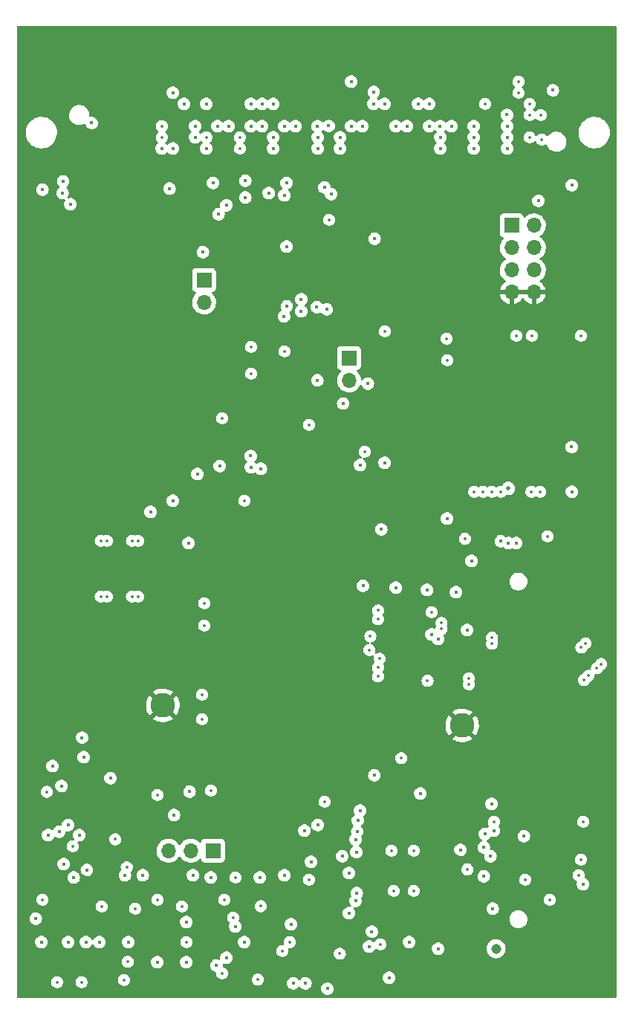
<source format=gbr>
%TF.GenerationSoftware,KiCad,Pcbnew,(6.0.9)*%
%TF.CreationDate,2022-12-19T19:37:01+02:00*%
%TF.ProjectId,FMC_MIPI_v2,464d435f-4d49-4504-995f-76322e6b6963,rev?*%
%TF.SameCoordinates,Original*%
%TF.FileFunction,Copper,L5,Inr*%
%TF.FilePolarity,Positive*%
%FSLAX46Y46*%
G04 Gerber Fmt 4.6, Leading zero omitted, Abs format (unit mm)*
G04 Created by KiCad (PCBNEW (6.0.9)) date 2022-12-19 19:37:01*
%MOMM*%
%LPD*%
G01*
G04 APERTURE LIST*
%TA.AperFunction,ComponentPad*%
%ADD10R,1.700000X1.700000*%
%TD*%
%TA.AperFunction,ComponentPad*%
%ADD11O,1.700000X1.700000*%
%TD*%
%TA.AperFunction,ComponentPad*%
%ADD12C,2.800000*%
%TD*%
%TA.AperFunction,ViaPad*%
%ADD13C,0.355600*%
%TD*%
%TA.AperFunction,ViaPad*%
%ADD14C,0.406400*%
%TD*%
%TA.AperFunction,ViaPad*%
%ADD15C,1.143000*%
%TD*%
%TA.AperFunction,ViaPad*%
%ADD16C,0.508000*%
%TD*%
%TA.AperFunction,ViaPad*%
%ADD17C,0.635000*%
%TD*%
G04 APERTURE END LIST*
D10*
%TO.N,/VOLT_1P8*%
%TO.C,JP1*%
X113030000Y-123698000D03*
D11*
%TO.N,/Jetson_connector/VCC_1V8_EEPROM*%
X110490000Y-123698000D03*
%TO.N,JT_VDD_1V8*%
X107950000Y-123698000D03*
%TD*%
D10*
%TO.N,/VOLT_2P5*%
%TO.C,JP2*%
X112014000Y-58674000D03*
D11*
%TO.N,/LVDS_to_Jetson_lines/VOLT_2P5_CSI_C*%
X112014000Y-61214000D03*
%TD*%
D10*
%TO.N,/VOLT_2P5*%
%TO.C,JP3*%
X128524000Y-67564000D03*
D11*
%TO.N,/LVDS_to_Jetson_lines/VOLT_2P5_CSI_D*%
X128524000Y-70104000D03*
%TD*%
D12*
%TO.N,Earth*%
%TO.C,TP1*%
X141427200Y-109423200D03*
%TD*%
D10*
%TO.N,/FMC_Connector/DBG_IO_1*%
%TO.C,J3*%
X147066000Y-52451000D03*
D11*
%TO.N,/FMC_Connector/DBG_IO_2*%
X149606000Y-52451000D03*
%TO.N,/FMC_Connector/DBG_IO_3*%
X147066000Y-54991000D03*
%TO.N,/FMC_Connector/DBG_IO_4*%
X149606000Y-54991000D03*
%TO.N,/FMC_Connector/DBG_IO_5*%
X147066000Y-57531000D03*
%TO.N,/FMC_Connector/DBG_IO_6*%
X149606000Y-57531000D03*
%TO.N,Earth*%
X147066000Y-60071000D03*
X149606000Y-60071000D03*
%TD*%
D12*
%TO.N,Earth*%
%TO.C,TP2*%
X107315000Y-107137200D03*
%TD*%
D13*
%TO.N,CSI_C_D0_P*%
X144830800Y-99427030D03*
%TO.N,CSI_C_D0_N*%
X144830800Y-100112830D03*
%TO.N,CSI_C_D1_P*%
X142189200Y-104051100D03*
%TO.N,CSI_C_D1_N*%
X142189200Y-104736900D03*
%TO.N,CSI_D_D0_P*%
X155487267Y-100062133D03*
%TO.N,CSI_D_D0_N*%
X155002333Y-100547067D03*
%TO.N,CSI_C_CLK_P*%
X139065000Y-97737930D03*
%TO.N,CSI_D_CLK_P*%
X157265267Y-102424333D03*
%TO.N,CSI_C_CLK_N*%
X139065000Y-98423730D03*
%TO.N,CSI_D_CLK_N*%
X156780333Y-102909267D03*
%TO.N,CSI_D_D1_P*%
X155792067Y-103770533D03*
%TO.N,CSI_D_D1_N*%
X155307133Y-104255467D03*
%TO.N,/LVDS_to_Jetson_lines/CSI_LP_C_CLK_P*%
X131826000Y-96316800D03*
%TO.N,/LVDS_to_Jetson_lines/CSI_LP_C_CLK_N*%
X131826000Y-97332800D03*
%TO.N,/LVDS_to_Jetson_lines/CSI_LP_C_D0_P*%
X130835400Y-100838000D03*
%TO.N,/LVDS_to_Jetson_lines/CSI_LP_C_D0_N*%
X132003800Y-101828600D03*
%TO.N,/LVDS_to_Jetson_lines/CSI_LP_C_D1_P*%
X131826000Y-102819200D03*
%TO.N,/LVDS_to_Jetson_lines/CSI_LP_C_D1_N*%
X131826000Y-103835200D03*
%TO.N,/LVDS_to_Jetson_lines/CSI_LP_D_CLK_P*%
X150291800Y-82804000D03*
D14*
%TO.N,/LVDS_to_Jetson_lines/CSI_LP_D_CLK_N*%
X127863600Y-72745600D03*
D13*
X149301200Y-82804000D03*
D14*
X124917200Y-70104000D03*
D13*
%TO.N,/LVDS_to_Jetson_lines/CSI_LP_D_D0_P*%
X145796000Y-82804000D03*
%TO.N,/LVDS_to_Jetson_lines/CSI_LP_D_D0_N*%
X144780000Y-82804000D03*
%TO.N,/LVDS_to_Jetson_lines/CSI_LP_D_D1_P*%
X143789400Y-82804000D03*
%TO.N,/LVDS_to_Jetson_lines/CSI_LP_D_D1_N*%
X142798800Y-82804000D03*
D14*
%TO.N,/Jetson_connector/EEPROM_SCL*%
X118364000Y-126746000D03*
%TO.N,/Jetson_connector/EEPROM_SDA*%
X121158010Y-126492000D03*
%TO.N,/Jetson_connector/EEPROM_A2*%
X124206000Y-124968000D03*
%TO.N,/Jetson_connector/EEPROM_A1*%
X124968000Y-120777000D03*
%TO.N,/Jetson_connector/EEPROM_A0*%
X123444000Y-121412000D03*
D13*
%TO.N,/Jetson_connector/JT_VDD_3V3*%
X95250000Y-138684000D03*
X154686000Y-126492000D03*
D15*
%TO.N,/Jetson_connector/JT_VDD_5V*%
X145288000Y-134874000D03*
D13*
X148590000Y-127000000D03*
X151384000Y-129286000D03*
D14*
%TO.N,Net-(R8-Pad2)*%
X116586000Y-134112000D03*
%TO.N,JT_1p8V_GPIO9_IN*%
X155194000Y-127508000D03*
%TO.N,JT_1p8V_GPIO17_IN*%
X144907000Y-130302000D03*
%TO.N,JT_1p8V_I2C_CAM_CLK*%
X126060200Y-139420600D03*
X144780000Y-118364000D03*
%TO.N,JT_1p8V_I2C_CAM_DAT*%
X128524000Y-126238000D03*
%TO.N,JT_1p8V_CAM0_MCLK*%
X144018000Y-121793000D03*
%TO.N,JT_1p8V_CAM0_PWR*%
X143891000Y-123317000D03*
%TO.N,JT_1p8V_CAM0_RST*%
X144653000Y-124333000D03*
%TO.N,Net-(IC3-Pad8)*%
X133096000Y-138176000D03*
%TO.N,Net-(IC3-Pad5)*%
X130810000Y-134620000D03*
%TO.N,Net-(IC3-Pad4)*%
X128524000Y-130810000D03*
%TO.N,Net-(IC3-Pad1)*%
X123571000Y-138811000D03*
%TO.N,/Slow_signals_level_shifters/1DIR_U3*%
X127762000Y-124333000D03*
X129794000Y-119126000D03*
%TO.N,Net-(R16-Pad2)*%
X131445000Y-53975000D03*
D13*
%TO.N,/Jetson_connector/VCC_1V8_EEPROM*%
X115570000Y-126746000D03*
D14*
%TO.N,Net-(R17-Pad2)*%
X132588000Y-79502000D03*
D13*
%TO.N,/VDD_VADJ*%
X97028000Y-123190000D03*
D14*
X108458000Y-83820000D03*
D13*
X100330000Y-130048000D03*
X133604000Y-128270000D03*
X149098000Y-39878000D03*
X106680000Y-129286000D03*
X133350000Y-123698000D03*
X121158000Y-66802000D03*
X117348000Y-66294000D03*
X149098000Y-42418000D03*
D14*
X135382000Y-134112000D03*
D13*
X106680000Y-117348000D03*
X109982000Y-134112000D03*
X109474000Y-130048000D03*
X114046000Y-74422000D03*
X150495000Y-42672000D03*
X150368000Y-39878000D03*
%TO.N,/VOLT_3P3*%
X126238000Y-51816000D03*
X130302000Y-78232000D03*
X147828000Y-37338000D03*
X114046000Y-137668000D03*
X151130008Y-87884000D03*
X102870000Y-138430000D03*
X144018000Y-38608000D03*
X93599000Y-129286000D03*
X130962400Y-99263200D03*
X137480032Y-104327960D03*
D16*
X146685000Y-82423000D03*
D13*
X116586000Y-83820000D03*
X137922000Y-96520000D03*
X120904000Y-135128000D03*
X149098000Y-38608000D03*
X141732000Y-88163400D03*
X147828000Y-36068000D03*
%TO.N,/VOLT_1P8*%
X132080000Y-134366000D03*
X118465600Y-130022600D03*
X127482600Y-135432800D03*
X94081600Y-116992400D03*
X118135400Y-138379200D03*
X114300000Y-129286000D03*
X135890000Y-128270000D03*
X135890000Y-123698000D03*
X123952000Y-127000008D03*
X103200200Y-125603000D03*
X101879400Y-122402600D03*
%TO.N,/VOLT_1P2*%
X104140000Y-130302000D03*
X117348000Y-69342000D03*
D14*
X109982000Y-136398000D03*
D13*
X123952000Y-75184000D03*
D14*
X129794000Y-79756000D03*
%TO.N,/VOLT_2P5*%
X121412000Y-54864000D03*
X111887000Y-55499000D03*
%TO.N,/FMC_Connector/TDI*%
X136398000Y-38608000D03*
%TO.N,/FMC_Connector/TDO*%
X137668000Y-38608000D03*
%TO.N,/LVDS_to_Jetson_lines/DIR_IC1*%
X111252000Y-80772000D03*
%TO.N,/LVDS_to_Jetson_lines/EN_U5*%
X141986000Y-98552000D03*
X140716000Y-94234000D03*
%TO.N,/LVDS_to_Jetson_lines/EN_U6*%
X153924000Y-82804000D03*
X145821400Y-88442800D03*
%TO.N,Net-(IC4-Pad8)*%
X108585000Y-119634000D03*
%TO.N,Net-(IC4-Pad5)*%
X110363000Y-116967000D03*
%TO.N,Net-(IC4-Pad4)*%
X95757966Y-116332000D03*
%TO.N,Net-(IC4-Pad1)*%
X96520000Y-120777000D03*
%TO.N,JT_1p8V_I2C2_CAM_CLK*%
X145034000Y-121412000D03*
%TO.N,JT_1p8V_I2C2_CAM_DAT*%
X136652000Y-117170200D03*
X148463000Y-122047000D03*
X95504000Y-121539000D03*
%TO.N,JT_1p8V_I2C3_CAM_CLK*%
X96520000Y-134112000D03*
X114554000Y-135890000D03*
X143891000Y-126619000D03*
X115570000Y-132334000D03*
%TO.N,JT_1p8V_I2C3_CAM_DAT*%
X122174000Y-138811000D03*
X100076000Y-134112000D03*
%TO.N,Net-(IC5-Pad8)*%
X94234000Y-121920000D03*
%TO.N,Net-(IC5-Pad5)*%
X92837000Y-131445000D03*
X96012000Y-125222000D03*
%TO.N,Net-(IC5-Pad4)*%
X98653600Y-125882400D03*
%TO.N,Net-(IC5-Pad1)*%
X109982000Y-131826000D03*
X97790000Y-121920000D03*
%TO.N,/LVDS_to_Jetson_lines/SWITCH_DATA_LANES_CSI_CD*%
X118491000Y-80187800D03*
%TO.N,/LVDS_to_Jetson_lines/SWITCH_CLOCK_LANES_CSI_CD*%
X117348000Y-80010000D03*
%TO.N,/LVDS_to_Jetson_lines/EN_MIPI_OUT_CSI_C*%
X142494000Y-90678000D03*
X113792000Y-79883000D03*
X130124200Y-93522800D03*
%TO.N,/LVDS_to_Jetson_lines/EN_MIPI_OUT_CSI_D*%
X130683000Y-70485000D03*
X117322600Y-78714600D03*
X153898600Y-77698600D03*
%TO.N,/LVDS_to_Jetson_lines/SWITCH1_U6*%
X146710400Y-88646000D03*
X139700000Y-85852000D03*
%TO.N,/LVDS_to_Jetson_lines/SWITCH2_U5*%
X137922004Y-99060000D03*
X133858000Y-93726000D03*
%TO.N,/LVDS_to_Jetson_lines/SWITCH2_U6*%
X132207000Y-87096600D03*
X147574000Y-88646000D03*
%TO.N,/LVDS_to_Jetson_lines/SWITCH1_U5*%
X138684000Y-99568000D03*
X137414000Y-93980000D03*
D13*
%TO.N,JT_VDD_1V8*%
X115316000Y-131318000D03*
X154940000Y-124714000D03*
X125730000Y-118110000D03*
X134493000Y-113156998D03*
D14*
%TO.N,Net-(IC6-Pad5)*%
X106680000Y-136398000D03*
%TO.N,Net-(IC6-Pad3)*%
X102997000Y-126492000D03*
D13*
%TO.N,/Jetson_connector/JT_VDD_2V8*%
X155194000Y-120396000D03*
X98044000Y-138684000D03*
X145034000Y-120396000D03*
%TO.N,/Jetson_connector/JT_VDD_1V2*%
X142011400Y-125831600D03*
X121767600Y-134112000D03*
X103301800Y-136347200D03*
D14*
%TO.N,Net-(R31-Pad1)*%
X131419600Y-115112800D03*
X141224000Y-123596400D03*
%TO.N,Net-(R32-Pad2)*%
X98552000Y-134112000D03*
%TO.N,Net-(R33-Pad2)*%
X97155000Y-126746000D03*
X103378000Y-134112000D03*
%TO.N,Net-(R34-Pad2)*%
X93472000Y-134112000D03*
%TO.N,Net-(IC7-Pad5)*%
X113411000Y-136779000D03*
%TO.N,/Slow_signals_level_shifters/ENN_JETSON_GPIO*%
X138684000Y-134874000D03*
X112776000Y-126746000D03*
%TO.N,FMC_HS_CSI_C_D1_N*%
X112268000Y-43688000D03*
D13*
X100241100Y-88392000D03*
X100241100Y-94742000D03*
%TO.N,FMC_HS_CSI_C_D1_P*%
X100926900Y-88392000D03*
X112268000Y-42418000D03*
X100926900Y-94742000D03*
%TO.N,FMC_HS_CSI_C_D0_N*%
X103797100Y-94742000D03*
X116078000Y-43688000D03*
X103797100Y-88392000D03*
%TO.N,FMC_HS_CSI_C_D0_P*%
X104482900Y-88392000D03*
X116078000Y-42418000D03*
X104482900Y-94742000D03*
D14*
%TO.N,FMC_HS_CSI_D_D1_N*%
X138938000Y-42418000D03*
%TO.N,FMC_HS_CSI_D_D1_P*%
X138938000Y-43688000D03*
%TO.N,FMC_HS_CSI_D_D0_N*%
X142748000Y-42418000D03*
%TO.N,FMC_HS_CSI_D_D0_P*%
X142748000Y-43688000D03*
%TO.N,FMC_HS_CSI_D_CLK_N*%
X146558000Y-42418000D03*
%TO.N,FMC_HS_CSI_D_CLK_P*%
X146558000Y-43688000D03*
D13*
%TO.N,FMC_HS_CSI_C_CLK_N*%
X107188000Y-42418000D03*
%TO.N,FMC_HS_CSI_C_CLK_P*%
X107188000Y-41148000D03*
D14*
%TO.N,FMC_CSI_LP_C_D1_N*%
X119888000Y-42418000D03*
X116713000Y-49276000D03*
%TO.N,FMC_CSI_LP_C_D1_P*%
X119380000Y-48768000D03*
X119888000Y-43688000D03*
%TO.N,FMC_CSI_LP_C_D0_N*%
X124968000Y-42418000D03*
X121412000Y-47625000D03*
%TO.N,FMC_CSI_LP_C_D0_P*%
X121158000Y-49022000D03*
X124968000Y-43688000D03*
%TO.N,FMC_CSI_LP_C_CLK_N*%
X127508000Y-42418000D03*
X125730000Y-48133000D03*
%TO.N,FMC_CSI_LP_C_CLK_P*%
X126492000Y-48895000D03*
X127508000Y-43688000D03*
%TO.N,FMC_CSI_LP_D_D1_N*%
X118618000Y-41148000D03*
X121132600Y-62814200D03*
%TO.N,FMC_CSI_LP_D_D1_P*%
X117348000Y-41148000D03*
X121437400Y-61671200D03*
%TO.N,FMC_CSI_LP_D_D0_N*%
X122428000Y-41148000D03*
X123088400Y-62230000D03*
%TO.N,FMC_CSI_LP_D_D0_P*%
X123088400Y-60858400D03*
X121158000Y-41148000D03*
%TO.N,FMC_CSI_LP_D_CLK_N*%
X124866400Y-61772800D03*
X126212600Y-41122600D03*
%TO.N,FMC_CSI_LP_D_CLK_P*%
X124942600Y-41148000D03*
X125984000Y-62026800D03*
%TO.N,FMC_I2C_CAM_CLK*%
X130048000Y-41148000D03*
X131130000Y-132908000D03*
%TO.N,FMC_I2C_CAM_DAT*%
X128778000Y-41148000D03*
X121920000Y-132080000D03*
%TO.N,FMC_I2C2_CAM_CLK*%
X95885000Y-48768000D03*
X110998000Y-41148000D03*
X98298000Y-113030000D03*
%TO.N,FMC_I2C2_CAM_DAT*%
X112268000Y-38608000D03*
X94742000Y-114046000D03*
X95948500Y-47434500D03*
%TO.N,FMC_I2C3_CAM_CLK*%
X96774000Y-50038000D03*
X98107500Y-110807500D03*
X107188000Y-43688000D03*
%TO.N,FMC_I2C3_CAM_DAT*%
X101346000Y-115443000D03*
X110998000Y-42418000D03*
%TO.N,FMC_CAM0_RST*%
X129286000Y-122428000D03*
X135128000Y-41148000D03*
%TO.N,FMC_CAM0_PWR*%
X137668000Y-41148000D03*
X129463799Y-121488201D03*
%TO.N,FMC_CAM0_MCLK*%
X140208000Y-41148000D03*
X129540000Y-120269000D03*
%TO.N,FMC_EN_MIPI_OUT_CLOCK_VADJ*%
X114554000Y-50165000D03*
X118618000Y-38608000D03*
%TO.N,FMC_EN_MIPI_OUT_DATA_VADJ*%
X116713001Y-47370999D03*
X117348000Y-38608000D03*
%TO.N,FMC_SWITCH_CLOCK_LANES_VADJ*%
X113030000Y-47625000D03*
X114808000Y-41148000D03*
%TO.N,FMC_SWITCH_DATA_LANES_VADJ*%
X108077000Y-48260000D03*
X113538000Y-41148000D03*
%TO.N,FMC_1P2V_MONITOR*%
X108458000Y-43688000D03*
X105029000Y-126492000D03*
%TO.N,FMC_ENN_JT_GPIO_INPUT*%
X113665000Y-51181000D03*
X119888000Y-38608000D03*
X110744000Y-126492000D03*
%TO.N,FMC_2P8V_MONITOR*%
X108458000Y-37338000D03*
X99201477Y-40781477D03*
%TO.N,FMC_3P3V_MONITOR*%
X109728000Y-38608000D03*
X93599000Y-48387000D03*
%TO.N,FMC_GPIO17_OUT*%
X129286000Y-129413000D03*
X131318000Y-38608000D03*
%TO.N,FMC_GPIO9_OUT*%
X129413000Y-128524000D03*
X132588000Y-38607998D03*
%TO.N,FMC_1P8V_MONITOR*%
X129362200Y-123850400D03*
X133858000Y-41148000D03*
D13*
%TO.N,/LVDS_to_Jetson_lines/VOLT_2P5_CSI_C*%
X112014000Y-98044000D03*
X112014000Y-95504000D03*
D14*
X105918000Y-85090000D03*
D13*
X111760000Y-105918000D03*
X112776000Y-116840000D03*
D14*
X110236000Y-88646000D03*
D13*
X111760000Y-108712000D03*
%TO.N,/LVDS_to_Jetson_lines/VOLT_2P5_CSI_D*%
X147574000Y-65024000D03*
X139649200Y-65354200D03*
X154940000Y-65024000D03*
X149352000Y-65024000D03*
X132588000Y-64516000D03*
X139700000Y-67818000D03*
D14*
%TO.N,/FMC_Connector/DBG_IO_5*%
X131343400Y-37261800D03*
X153924000Y-47879000D03*
%TO.N,/FMC_Connector/DBG_IO_6*%
X128778000Y-36068000D03*
%TO.N,/FMC_Connector/DBG_IO_1*%
X142748000Y-41148000D03*
%TO.N,/FMC_Connector/DBG_IO_2*%
X146558000Y-41148000D03*
%TO.N,/FMC_Connector/DBG_IO_3*%
X146532600Y-39852600D03*
X150114000Y-49657000D03*
%TO.N,/FMC_Connector/DBG_IO_4*%
X151765000Y-37058600D03*
X138912600Y-41148000D03*
%TO.N,Earth*%
X151384000Y-77724000D03*
X142748000Y-39878000D03*
X120243600Y-62814200D03*
X156337000Y-39243000D03*
X135382000Y-82042000D03*
X144907000Y-108077000D03*
X135001000Y-97155000D03*
X125145800Y-66802000D03*
X113284000Y-53213000D03*
X111887000Y-126365000D03*
X148844000Y-97536000D03*
X118440200Y-69240400D03*
X144018000Y-42418000D03*
X155321000Y-128651000D03*
X141478000Y-112776000D03*
X144018000Y-46482000D03*
X148971000Y-130429000D03*
X115824000Y-123825000D03*
X144272000Y-84963000D03*
X151003000Y-125730000D03*
X94234000Y-37211000D03*
X108585000Y-30988000D03*
X135001000Y-100711000D03*
X106045000Y-133985000D03*
X148463000Y-106553000D03*
X117475000Y-115951000D03*
X110490000Y-70561200D03*
X157099000Y-108966000D03*
X101219000Y-121539000D03*
X115570000Y-86080600D03*
X96266000Y-119888000D03*
X116078000Y-41148000D03*
X151130000Y-118618000D03*
X151638000Y-40259000D03*
X109855000Y-73152000D03*
X154432000Y-56769000D03*
X149352000Y-71882000D03*
X135001000Y-102489000D03*
X103378000Y-43688000D03*
X151130000Y-100965000D03*
X115392200Y-67208400D03*
X121158000Y-39878000D03*
X118999000Y-120904000D03*
X149733000Y-139319000D03*
X120396000Y-138303000D03*
X129921000Y-124841000D03*
X94361000Y-91567000D03*
X135001000Y-101600000D03*
X136398000Y-44958000D03*
X144272000Y-85852000D03*
X151130000Y-110744000D03*
X148463000Y-66929000D03*
X116078000Y-38608000D03*
X155956000Y-44450000D03*
X123698000Y-38608000D03*
X112268000Y-39878000D03*
X140589000Y-124206000D03*
X112395000Y-71958200D03*
X148717000Y-112903000D03*
X147828000Y-42418000D03*
X129159000Y-76962000D03*
X135001000Y-99822000D03*
X144780000Y-97536000D03*
X116967000Y-127000000D03*
X102743000Y-75184000D03*
X117602000Y-88163400D03*
X133858000Y-46355000D03*
X109601000Y-76885800D03*
X148717000Y-118618000D03*
X147828000Y-39878000D03*
X140081000Y-43815000D03*
X148717000Y-110744000D03*
X138049000Y-97409000D03*
X103378000Y-39878000D03*
X151130000Y-105791000D03*
X112268000Y-41148000D03*
X118618000Y-43688000D03*
X104648000Y-39878000D03*
X91821000Y-127889000D03*
X107950000Y-126746000D03*
X122428000Y-127000000D03*
X148717000Y-94234000D03*
X117475000Y-105283000D03*
X133858000Y-39878000D03*
X151130000Y-97536000D03*
X151130000Y-107188000D03*
X140208000Y-46228000D03*
X133604000Y-50927000D03*
X134832000Y-136102000D03*
X151003000Y-126873000D03*
X144145000Y-105918000D03*
X151130000Y-113792000D03*
X148717000Y-111633000D03*
X148844000Y-99187000D03*
X153162000Y-89789000D03*
X131597400Y-57988200D03*
X140208000Y-39878000D03*
X109347000Y-59690000D03*
X106375200Y-83616800D03*
X140716000Y-118872000D03*
X148590000Y-103759000D03*
X140843000Y-132842000D03*
X157226000Y-116840000D03*
X147828000Y-43688000D03*
X132842000Y-61341000D03*
X108458000Y-39878000D03*
X100838000Y-126746000D03*
X140208000Y-42418000D03*
X156083000Y-136906000D03*
X128778000Y-42291000D03*
X135509000Y-120015000D03*
X114808000Y-44958000D03*
X129794000Y-126619000D03*
X130048000Y-132207000D03*
X153162000Y-86360000D03*
X148717000Y-109728000D03*
X147447000Y-84963000D03*
X117348000Y-81788000D03*
X150876000Y-130302000D03*
X117475000Y-98298000D03*
X119761000Y-73660000D03*
X151511000Y-31242000D03*
X122986800Y-70053200D03*
X109982000Y-56007000D03*
X136906000Y-129286000D03*
X107188000Y-44958000D03*
X120319800Y-66395600D03*
X135001000Y-98044000D03*
X113538000Y-39878000D03*
X117475000Y-108966000D03*
X119888000Y-44958000D03*
X94361000Y-62103000D03*
X93853000Y-32512000D03*
X106172000Y-60071000D03*
X152654000Y-137414000D03*
X148209000Y-68834000D03*
X134112000Y-101600000D03*
X128651000Y-43815000D03*
X102997000Y-57785000D03*
X119253000Y-127000000D03*
X148717000Y-123444000D03*
X143383000Y-136398000D03*
X109728000Y-39878000D03*
X114808000Y-43688000D03*
X119253000Y-132588000D03*
X151130000Y-111633000D03*
X105918000Y-41148000D03*
X147955000Y-82423000D03*
X104648000Y-43688000D03*
X143891000Y-41275000D03*
X148717000Y-120396000D03*
X126238000Y-39751000D03*
X136398000Y-40005000D03*
X131064000Y-98298000D03*
X125095000Y-68808600D03*
X102108000Y-44958000D03*
X110109000Y-85598000D03*
X140843000Y-126492000D03*
X140970000Y-124968000D03*
X102870000Y-121666000D03*
X158242000Y-46482000D03*
X134874000Y-76708000D03*
X120421400Y-69494400D03*
X129921000Y-130175000D03*
X115290600Y-70332600D03*
X140081000Y-50165000D03*
X148539200Y-105638600D03*
X135128000Y-43688000D03*
D17*
X154559000Y-60071000D03*
D14*
X118389400Y-66751200D03*
X154813000Y-108077000D03*
X148590000Y-125730000D03*
X94361000Y-73533000D03*
X139573000Y-87376000D03*
X100203000Y-51181000D03*
X151130000Y-109728000D03*
X143256000Y-85852000D03*
X154813000Y-116967000D03*
X157607000Y-124714000D03*
X145288000Y-85852000D03*
X146558000Y-85852000D03*
X147447000Y-85852000D03*
X133350000Y-124841000D03*
X129286000Y-63373000D03*
X149479000Y-85852000D03*
X155829000Y-112395000D03*
X118618000Y-44958000D03*
X104648000Y-41148000D03*
X126238000Y-46355000D03*
X134112000Y-103378000D03*
X141478000Y-39878000D03*
X105664000Y-73406000D03*
X151130000Y-104775000D03*
X125679200Y-60960000D03*
X151130000Y-112903000D03*
X147066000Y-71882000D03*
X94361000Y-125222000D03*
X148717000Y-114681000D03*
X105283000Y-122047000D03*
X135001000Y-98933000D03*
X112268000Y-44958000D03*
X158115000Y-98552000D03*
X133731000Y-30861000D03*
X148590000Y-85852000D03*
X110998000Y-43688000D03*
X132588000Y-43688000D03*
X146558000Y-84963000D03*
X128778000Y-39878000D03*
X104648000Y-42418000D03*
X148717000Y-124460000D03*
X154813000Y-98298000D03*
X126238000Y-42418000D03*
X107188000Y-87884000D03*
X144526000Y-128778000D03*
X127635000Y-85344000D03*
X100330000Y-55880000D03*
X112776000Y-134366000D03*
X148590000Y-84963000D03*
X148717000Y-117094000D03*
X134493000Y-84328000D03*
X141859000Y-47879000D03*
X121158000Y-43688000D03*
X136398000Y-42418000D03*
X151130000Y-98552000D03*
X134112000Y-97155000D03*
X108458000Y-42545000D03*
X129921000Y-138557000D03*
X135001000Y-103378000D03*
X134747000Y-129794000D03*
X134324000Y-121624000D03*
X158115000Y-52451000D03*
X136017000Y-59563000D03*
X151130000Y-114681000D03*
X104648000Y-44958000D03*
X114935000Y-87503000D03*
X151003000Y-124587000D03*
X123952000Y-77470000D03*
X100863400Y-39954200D03*
X157607000Y-132334000D03*
X143256000Y-84963000D03*
X131546600Y-51816000D03*
X103251000Y-45085000D03*
X105918000Y-43688000D03*
X110998000Y-44958000D03*
X99415600Y-38506400D03*
X135128000Y-39878000D03*
X134112000Y-98933000D03*
X151130000Y-117094000D03*
X146558000Y-44958000D03*
X131572000Y-71882000D03*
X140208000Y-71882000D03*
X150622000Y-41529000D03*
X103505000Y-116840000D03*
X118237000Y-82677000D03*
X148463000Y-104775000D03*
X136398000Y-106680000D03*
X157099000Y-93091000D03*
X144780000Y-96012000D03*
X115468400Y-76962000D03*
X134112000Y-100711000D03*
X93599000Y-127381000D03*
X148082000Y-75057000D03*
X128905000Y-47625000D03*
X157353000Y-105410000D03*
X130683000Y-107061000D03*
X154813000Y-85090000D03*
X154559000Y-75565000D03*
X125476000Y-81788000D03*
X134239000Y-109601000D03*
X121158000Y-42418000D03*
X116078000Y-44958000D03*
X135890000Y-50800000D03*
X134112000Y-102489000D03*
X112141000Y-65024000D03*
X134112000Y-98044000D03*
X151765000Y-45339000D03*
X134112000Y-99822000D03*
X150876000Y-131572000D03*
X154940000Y-73279000D03*
X151257000Y-103759000D03*
X151003000Y-120396000D03*
X102743000Y-71882000D03*
X104648000Y-38608000D03*
X127381000Y-138049000D03*
X100711000Y-44831000D03*
X149479000Y-84963000D03*
X148844000Y-100838000D03*
X152019000Y-38735000D03*
X147828000Y-44958000D03*
X145288000Y-84963000D03*
X133731000Y-56642000D03*
X117983000Y-86360000D03*
X117602000Y-95123000D03*
X127508000Y-39878000D03*
X124206000Y-128016000D03*
X130048000Y-120904000D03*
X138049000Y-71882000D03*
X99441000Y-48641000D03*
X117348000Y-39878000D03*
X127025400Y-73050400D03*
X151003000Y-123444000D03*
X148717000Y-113792000D03*
X93726000Y-51181000D03*
X124206000Y-135128000D03*
%TD*%
%TA.AperFunction,Conductor*%
%TO.N,Earth*%
G36*
X158945621Y-29738502D02*
G01*
X158992114Y-29792158D01*
X159003500Y-29844500D01*
X159003500Y-140335500D01*
X158983498Y-140403621D01*
X158929842Y-140450114D01*
X158877500Y-140461500D01*
X90804500Y-140461500D01*
X90736379Y-140441498D01*
X90689886Y-140387842D01*
X90678500Y-140335500D01*
X90678500Y-138676760D01*
X94558697Y-138676760D01*
X94576925Y-138841868D01*
X94579535Y-138849000D01*
X94630555Y-138988417D01*
X94634011Y-138997862D01*
X94726658Y-139135736D01*
X94732270Y-139140843D01*
X94732273Y-139140846D01*
X94843898Y-139242417D01*
X94843902Y-139242420D01*
X94849519Y-139247531D01*
X94856196Y-139251157D01*
X94856197Y-139251157D01*
X94988823Y-139323168D01*
X94988825Y-139323169D01*
X94995500Y-139326793D01*
X95002849Y-139328721D01*
X95148824Y-139367017D01*
X95148826Y-139367017D01*
X95156174Y-139368945D01*
X95244170Y-139370327D01*
X95314668Y-139371435D01*
X95314671Y-139371435D01*
X95322265Y-139371554D01*
X95378028Y-139358782D01*
X95476780Y-139336165D01*
X95476783Y-139336164D01*
X95484183Y-139334469D01*
X95550326Y-139301203D01*
X95625799Y-139263245D01*
X95625802Y-139263243D01*
X95632582Y-139259833D01*
X95638353Y-139254904D01*
X95638356Y-139254902D01*
X95753116Y-139156887D01*
X95758894Y-139151952D01*
X95855827Y-139017056D01*
X95910225Y-138881736D01*
X95914950Y-138869982D01*
X95917784Y-138862932D01*
X95939382Y-138711177D01*
X95940608Y-138702562D01*
X95940608Y-138702558D01*
X95941189Y-138698478D01*
X95941341Y-138684000D01*
X95940465Y-138676760D01*
X97352697Y-138676760D01*
X97370925Y-138841868D01*
X97373535Y-138849000D01*
X97424555Y-138988417D01*
X97428011Y-138997862D01*
X97520658Y-139135736D01*
X97526270Y-139140843D01*
X97526273Y-139140846D01*
X97637898Y-139242417D01*
X97637902Y-139242420D01*
X97643519Y-139247531D01*
X97650196Y-139251157D01*
X97650197Y-139251157D01*
X97782823Y-139323168D01*
X97782825Y-139323169D01*
X97789500Y-139326793D01*
X97796849Y-139328721D01*
X97942824Y-139367017D01*
X97942826Y-139367017D01*
X97950174Y-139368945D01*
X98038170Y-139370327D01*
X98108668Y-139371435D01*
X98108671Y-139371435D01*
X98116265Y-139371554D01*
X98172028Y-139358782D01*
X98270780Y-139336165D01*
X98270783Y-139336164D01*
X98278183Y-139334469D01*
X98344326Y-139301203D01*
X98419799Y-139263245D01*
X98419802Y-139263243D01*
X98426582Y-139259833D01*
X98432353Y-139254904D01*
X98432356Y-139254902D01*
X98547116Y-139156887D01*
X98552894Y-139151952D01*
X98649827Y-139017056D01*
X98704225Y-138881736D01*
X98708950Y-138869982D01*
X98711784Y-138862932D01*
X98733382Y-138711177D01*
X98734608Y-138702562D01*
X98734608Y-138702558D01*
X98735189Y-138698478D01*
X98735341Y-138684000D01*
X98732591Y-138661271D01*
X98726257Y-138608932D01*
X98715385Y-138519092D01*
X98678984Y-138422760D01*
X102178697Y-138422760D01*
X102196925Y-138587868D01*
X102199535Y-138595000D01*
X102244705Y-138718431D01*
X102254011Y-138743862D01*
X102258247Y-138750165D01*
X102258247Y-138750166D01*
X102262168Y-138756001D01*
X102346658Y-138881736D01*
X102352270Y-138886843D01*
X102352273Y-138886846D01*
X102463898Y-138988417D01*
X102463902Y-138988420D01*
X102469519Y-138993531D01*
X102476196Y-138997157D01*
X102476197Y-138997157D01*
X102608823Y-139069168D01*
X102608825Y-139069169D01*
X102615500Y-139072793D01*
X102622849Y-139074721D01*
X102768824Y-139113017D01*
X102768826Y-139113017D01*
X102776174Y-139114945D01*
X102864170Y-139116327D01*
X102934668Y-139117435D01*
X102934671Y-139117435D01*
X102942265Y-139117554D01*
X102998028Y-139104782D01*
X103096780Y-139082165D01*
X103096783Y-139082164D01*
X103104183Y-139080469D01*
X103134825Y-139065058D01*
X103245799Y-139009245D01*
X103245802Y-139009243D01*
X103252582Y-139005833D01*
X103258353Y-139000904D01*
X103258356Y-139000902D01*
X103373116Y-138902887D01*
X103378894Y-138897952D01*
X103475827Y-138763056D01*
X103537784Y-138608932D01*
X103561189Y-138444478D01*
X103561341Y-138430000D01*
X103554317Y-138371960D01*
X117444097Y-138371960D01*
X117462325Y-138537068D01*
X117464935Y-138544200D01*
X117516095Y-138684000D01*
X117519411Y-138693062D01*
X117523647Y-138699365D01*
X117523647Y-138699366D01*
X117531584Y-138711177D01*
X117612058Y-138830936D01*
X117617670Y-138836043D01*
X117617673Y-138836046D01*
X117729298Y-138937617D01*
X117729302Y-138937620D01*
X117734919Y-138942731D01*
X117741596Y-138946357D01*
X117741597Y-138946357D01*
X117874223Y-139018368D01*
X117874225Y-139018369D01*
X117880900Y-139021993D01*
X117888249Y-139023921D01*
X118034224Y-139062217D01*
X118034226Y-139062217D01*
X118041574Y-139064145D01*
X118129570Y-139065527D01*
X118200068Y-139066635D01*
X118200071Y-139066635D01*
X118207665Y-139066754D01*
X118263428Y-139053982D01*
X118362180Y-139031365D01*
X118362183Y-139031364D01*
X118369583Y-139029669D01*
X118392053Y-139018368D01*
X118511199Y-138958445D01*
X118511202Y-138958443D01*
X118517982Y-138955033D01*
X118523753Y-138950104D01*
X118523756Y-138950102D01*
X118638516Y-138852087D01*
X118644294Y-138847152D01*
X118675667Y-138803492D01*
X121457112Y-138803492D01*
X121466365Y-138887304D01*
X121473843Y-138955033D01*
X121476015Y-138974711D01*
X121478624Y-138981842D01*
X121478625Y-138981844D01*
X121488929Y-139010001D01*
X121535213Y-139136478D01*
X121539450Y-139142784D01*
X121539452Y-139142787D01*
X121578250Y-139200523D01*
X121631290Y-139279455D01*
X121636908Y-139284567D01*
X121729639Y-139368945D01*
X121758698Y-139395387D01*
X121910082Y-139477582D01*
X122076702Y-139521294D01*
X122167700Y-139522724D01*
X122241342Y-139523881D01*
X122241345Y-139523881D01*
X122248939Y-139524000D01*
X122308628Y-139510329D01*
X122409447Y-139487239D01*
X122409451Y-139487238D01*
X122416850Y-139485543D01*
X122570741Y-139408144D01*
X122663734Y-139328721D01*
X122695954Y-139301203D01*
X122695956Y-139301200D01*
X122701728Y-139296271D01*
X122706162Y-139290101D01*
X122770531Y-139200523D01*
X122826525Y-139156875D01*
X122897229Y-139150429D01*
X122960193Y-139183232D01*
X122977428Y-139203764D01*
X123028290Y-139279455D01*
X123033908Y-139284567D01*
X123126639Y-139368945D01*
X123155698Y-139395387D01*
X123307082Y-139477582D01*
X123473702Y-139521294D01*
X123564700Y-139522724D01*
X123638342Y-139523881D01*
X123638345Y-139523881D01*
X123645939Y-139524000D01*
X123705628Y-139510329D01*
X123806447Y-139487239D01*
X123806451Y-139487238D01*
X123813850Y-139485543D01*
X123957903Y-139413092D01*
X125343312Y-139413092D01*
X125350934Y-139482130D01*
X125355557Y-139524000D01*
X125362215Y-139584311D01*
X125364824Y-139591442D01*
X125364825Y-139591444D01*
X125387957Y-139654654D01*
X125421413Y-139746078D01*
X125517490Y-139889055D01*
X125644898Y-140004987D01*
X125796282Y-140087182D01*
X125962902Y-140130894D01*
X126053900Y-140132324D01*
X126127542Y-140133481D01*
X126127545Y-140133481D01*
X126135139Y-140133600D01*
X126194828Y-140119929D01*
X126295647Y-140096839D01*
X126295651Y-140096838D01*
X126303050Y-140095143D01*
X126456941Y-140017744D01*
X126486976Y-139992092D01*
X126582154Y-139910803D01*
X126582156Y-139910800D01*
X126587928Y-139905871D01*
X126688448Y-139765982D01*
X126752698Y-139606154D01*
X126776970Y-139435614D01*
X126777127Y-139420600D01*
X126776632Y-139416508D01*
X126757345Y-139257130D01*
X126757344Y-139257127D01*
X126756432Y-139249589D01*
X126737892Y-139200523D01*
X126698227Y-139095554D01*
X126695543Y-139088451D01*
X126656309Y-139031365D01*
X126602277Y-138952747D01*
X126602276Y-138952745D01*
X126597975Y-138946488D01*
X126591683Y-138940882D01*
X126475032Y-138836949D01*
X126475029Y-138836947D01*
X126469360Y-138831896D01*
X126461330Y-138827644D01*
X126334303Y-138760387D01*
X126317124Y-138751291D01*
X126150055Y-138709326D01*
X126142457Y-138709286D01*
X126142455Y-138709286D01*
X126069547Y-138708904D01*
X125977798Y-138708424D01*
X125970418Y-138710196D01*
X125970416Y-138710196D01*
X125817679Y-138746865D01*
X125817677Y-138746866D01*
X125810299Y-138748637D01*
X125718609Y-138795962D01*
X125689393Y-138811042D01*
X125657227Y-138827644D01*
X125651505Y-138832636D01*
X125651503Y-138832637D01*
X125595220Y-138881736D01*
X125527419Y-138940882D01*
X125428370Y-139081816D01*
X125365797Y-139242308D01*
X125364806Y-139249835D01*
X125346316Y-139390277D01*
X125343312Y-139413092D01*
X123957903Y-139413092D01*
X123967741Y-139408144D01*
X124060734Y-139328721D01*
X124092954Y-139301203D01*
X124092956Y-139301200D01*
X124098728Y-139296271D01*
X124199248Y-139156382D01*
X124263498Y-138996554D01*
X124287770Y-138826014D01*
X124287927Y-138811000D01*
X124287432Y-138806908D01*
X124268145Y-138647530D01*
X124268144Y-138647527D01*
X124267232Y-138639989D01*
X124228342Y-138537068D01*
X124209027Y-138485954D01*
X124206343Y-138478851D01*
X124172769Y-138430000D01*
X124113077Y-138343147D01*
X124113076Y-138343145D01*
X124108775Y-138336888D01*
X124088102Y-138318469D01*
X123985832Y-138227349D01*
X123985829Y-138227347D01*
X123980160Y-138222296D01*
X123972130Y-138218044D01*
X123878542Y-138168492D01*
X132379112Y-138168492D01*
X132387430Y-138243833D01*
X132396533Y-138326286D01*
X132398015Y-138339711D01*
X132400624Y-138346842D01*
X132400625Y-138346844D01*
X132423757Y-138410054D01*
X132457213Y-138501478D01*
X132461450Y-138507784D01*
X132461452Y-138507787D01*
X132505974Y-138574041D01*
X132553290Y-138644455D01*
X132558908Y-138649567D01*
X132674609Y-138754846D01*
X132680698Y-138760387D01*
X132832082Y-138842582D01*
X132998702Y-138886294D01*
X133089700Y-138887724D01*
X133163342Y-138888881D01*
X133163345Y-138888881D01*
X133170939Y-138889000D01*
X133230628Y-138875329D01*
X133331447Y-138852239D01*
X133331451Y-138852238D01*
X133338850Y-138850543D01*
X133492741Y-138773144D01*
X133564032Y-138712256D01*
X133617954Y-138666203D01*
X133617956Y-138666200D01*
X133623728Y-138661271D01*
X133724248Y-138521382D01*
X133788498Y-138361554D01*
X133812770Y-138191014D01*
X133812927Y-138176000D01*
X133812432Y-138171908D01*
X133793145Y-138012530D01*
X133793144Y-138012527D01*
X133792232Y-138004989D01*
X133789320Y-137997281D01*
X133734027Y-137850954D01*
X133731343Y-137843851D01*
X133709113Y-137811506D01*
X133638077Y-137708147D01*
X133638076Y-137708145D01*
X133633775Y-137701888D01*
X133625161Y-137694213D01*
X133510832Y-137592349D01*
X133510829Y-137592347D01*
X133505160Y-137587296D01*
X133497130Y-137583044D01*
X133359638Y-137510246D01*
X133359639Y-137510246D01*
X133352924Y-137506691D01*
X133185855Y-137464726D01*
X133178257Y-137464686D01*
X133178255Y-137464686D01*
X133105347Y-137464304D01*
X133013598Y-137463824D01*
X133006218Y-137465596D01*
X133006216Y-137465596D01*
X132853479Y-137502265D01*
X132853477Y-137502266D01*
X132846099Y-137504037D01*
X132693027Y-137583044D01*
X132687305Y-137588036D01*
X132687303Y-137588037D01*
X132579043Y-137682478D01*
X132563219Y-137696282D01*
X132464170Y-137837216D01*
X132401597Y-137997708D01*
X132400606Y-138005235D01*
X132382173Y-138145246D01*
X132379112Y-138168492D01*
X123878542Y-138168492D01*
X123827924Y-138141691D01*
X123660855Y-138099726D01*
X123653257Y-138099686D01*
X123653255Y-138099686D01*
X123580347Y-138099304D01*
X123488598Y-138098824D01*
X123481218Y-138100596D01*
X123481216Y-138100596D01*
X123328479Y-138137265D01*
X123328477Y-138137266D01*
X123321099Y-138139037D01*
X123168027Y-138218044D01*
X123162305Y-138223036D01*
X123162303Y-138223037D01*
X123061706Y-138310793D01*
X123038219Y-138331282D01*
X122975466Y-138420571D01*
X122919935Y-138464800D01*
X122849304Y-138471986D01*
X122785999Y-138439846D01*
X122768542Y-138419485D01*
X122716077Y-138343147D01*
X122716076Y-138343145D01*
X122711775Y-138336888D01*
X122691102Y-138318469D01*
X122588832Y-138227349D01*
X122588829Y-138227347D01*
X122583160Y-138222296D01*
X122575130Y-138218044D01*
X122481542Y-138168492D01*
X122430924Y-138141691D01*
X122263855Y-138099726D01*
X122256257Y-138099686D01*
X122256255Y-138099686D01*
X122183347Y-138099304D01*
X122091598Y-138098824D01*
X122084218Y-138100596D01*
X122084216Y-138100596D01*
X121931479Y-138137265D01*
X121931477Y-138137266D01*
X121924099Y-138139037D01*
X121771027Y-138218044D01*
X121765305Y-138223036D01*
X121765303Y-138223037D01*
X121664706Y-138310793D01*
X121641219Y-138331282D01*
X121542170Y-138472216D01*
X121479597Y-138632708D01*
X121478606Y-138640235D01*
X121461108Y-138773144D01*
X121457112Y-138803492D01*
X118675667Y-138803492D01*
X118714507Y-138749441D01*
X118736790Y-138718431D01*
X118736791Y-138718430D01*
X118741227Y-138712256D01*
X118803184Y-138558132D01*
X118826589Y-138393678D01*
X118826741Y-138379200D01*
X118824109Y-138357446D01*
X118812932Y-138265092D01*
X118806785Y-138214292D01*
X118748069Y-138058904D01*
X118706907Y-137999013D01*
X118658285Y-137928267D01*
X118658284Y-137928265D01*
X118653983Y-137922008D01*
X118578461Y-137854720D01*
X118535625Y-137816555D01*
X118535624Y-137816555D01*
X118529958Y-137811506D01*
X118406164Y-137745961D01*
X118389863Y-137737330D01*
X118389862Y-137737329D01*
X118383154Y-137733778D01*
X118222048Y-137693310D01*
X118214450Y-137693270D01*
X118214448Y-137693270D01*
X118142882Y-137692896D01*
X118055939Y-137692441D01*
X118048560Y-137694213D01*
X118048556Y-137694213D01*
X117947627Y-137718445D01*
X117894418Y-137731219D01*
X117746809Y-137807405D01*
X117621634Y-137916603D01*
X117526119Y-138052506D01*
X117503553Y-138110386D01*
X117477971Y-138176000D01*
X117465779Y-138207270D01*
X117464787Y-138214803D01*
X117464787Y-138214804D01*
X117445184Y-138363704D01*
X117444097Y-138371960D01*
X103554317Y-138371960D01*
X103541385Y-138265092D01*
X103482669Y-138109704D01*
X103434422Y-138039504D01*
X103392885Y-137979067D01*
X103392884Y-137979065D01*
X103388583Y-137972808D01*
X103264558Y-137862306D01*
X103117754Y-137784578D01*
X102956648Y-137744110D01*
X102949050Y-137744070D01*
X102949048Y-137744070D01*
X102877482Y-137743696D01*
X102790539Y-137743241D01*
X102783160Y-137745013D01*
X102783156Y-137745013D01*
X102682227Y-137769245D01*
X102629018Y-137782019D01*
X102481409Y-137858205D01*
X102356234Y-137967403D01*
X102260719Y-138103306D01*
X102245431Y-138142518D01*
X102205930Y-138243833D01*
X102200379Y-138258070D01*
X102199387Y-138265603D01*
X102199387Y-138265604D01*
X102182526Y-138393678D01*
X102178697Y-138422760D01*
X98678984Y-138422760D01*
X98656669Y-138363704D01*
X98640179Y-138339711D01*
X98566885Y-138233067D01*
X98566884Y-138233065D01*
X98562583Y-138226808D01*
X98552747Y-138218044D01*
X98444225Y-138121355D01*
X98444224Y-138121355D01*
X98438558Y-138116306D01*
X98291754Y-138038578D01*
X98130648Y-137998110D01*
X98123050Y-137998070D01*
X98123048Y-137998070D01*
X98051482Y-137997696D01*
X97964539Y-137997241D01*
X97957160Y-137999013D01*
X97957156Y-137999013D01*
X97856227Y-138023245D01*
X97803018Y-138036019D01*
X97655409Y-138112205D01*
X97530234Y-138221403D01*
X97434719Y-138357306D01*
X97420538Y-138393678D01*
X97378509Y-138501478D01*
X97374379Y-138512070D01*
X97373387Y-138519603D01*
X97373387Y-138519604D01*
X97354087Y-138666203D01*
X97352697Y-138676760D01*
X95940465Y-138676760D01*
X95938591Y-138661271D01*
X95932257Y-138608932D01*
X95921385Y-138519092D01*
X95862669Y-138363704D01*
X95846179Y-138339711D01*
X95772885Y-138233067D01*
X95772884Y-138233065D01*
X95768583Y-138226808D01*
X95758747Y-138218044D01*
X95650225Y-138121355D01*
X95650224Y-138121355D01*
X95644558Y-138116306D01*
X95497754Y-138038578D01*
X95336648Y-137998110D01*
X95329050Y-137998070D01*
X95329048Y-137998070D01*
X95257482Y-137997696D01*
X95170539Y-137997241D01*
X95163160Y-137999013D01*
X95163156Y-137999013D01*
X95062227Y-138023245D01*
X95009018Y-138036019D01*
X94861409Y-138112205D01*
X94736234Y-138221403D01*
X94640719Y-138357306D01*
X94626538Y-138393678D01*
X94584509Y-138501478D01*
X94580379Y-138512070D01*
X94579387Y-138519603D01*
X94579387Y-138519604D01*
X94560087Y-138666203D01*
X94558697Y-138676760D01*
X90678500Y-138676760D01*
X90678500Y-136339960D01*
X102610497Y-136339960D01*
X102628725Y-136505068D01*
X102631335Y-136512200D01*
X102669741Y-136617148D01*
X102685811Y-136661062D01*
X102778458Y-136798936D01*
X102784070Y-136804043D01*
X102784073Y-136804046D01*
X102895698Y-136905617D01*
X102895702Y-136905620D01*
X102901319Y-136910731D01*
X102907996Y-136914357D01*
X102907997Y-136914357D01*
X103040623Y-136986368D01*
X103040625Y-136986369D01*
X103047300Y-136989993D01*
X103054649Y-136991921D01*
X103200624Y-137030217D01*
X103200626Y-137030217D01*
X103207974Y-137032145D01*
X103295970Y-137033527D01*
X103366468Y-137034635D01*
X103366471Y-137034635D01*
X103374065Y-137034754D01*
X103435304Y-137020728D01*
X103528580Y-136999365D01*
X103528583Y-136999364D01*
X103535983Y-136997669D01*
X103567295Y-136981921D01*
X103677599Y-136926445D01*
X103677602Y-136926443D01*
X103684382Y-136923033D01*
X103690153Y-136918104D01*
X103690156Y-136918102D01*
X103804916Y-136820087D01*
X103810694Y-136815152D01*
X103877055Y-136722802D01*
X103903190Y-136686431D01*
X103903191Y-136686430D01*
X103907627Y-136680256D01*
X103958023Y-136554891D01*
X103966750Y-136533182D01*
X103969584Y-136526132D01*
X103988889Y-136390492D01*
X105963112Y-136390492D01*
X105968602Y-136440216D01*
X105980289Y-136546073D01*
X105982015Y-136561711D01*
X105984624Y-136568842D01*
X105984625Y-136568844D01*
X105998950Y-136607989D01*
X106041213Y-136723478D01*
X106137290Y-136866455D01*
X106142908Y-136871567D01*
X106228934Y-136949844D01*
X106264698Y-136982387D01*
X106416082Y-137064582D01*
X106582702Y-137108294D01*
X106673700Y-137109724D01*
X106747342Y-137110881D01*
X106747345Y-137110881D01*
X106754939Y-137111000D01*
X106817136Y-137096755D01*
X106915447Y-137074239D01*
X106915451Y-137074238D01*
X106922850Y-137072543D01*
X107076741Y-136995144D01*
X107129781Y-136949844D01*
X107201954Y-136888203D01*
X107201956Y-136888200D01*
X107207728Y-136883271D01*
X107308248Y-136743382D01*
X107372498Y-136583554D01*
X107396770Y-136413014D01*
X107396927Y-136398000D01*
X107396432Y-136393908D01*
X107396019Y-136390492D01*
X109265112Y-136390492D01*
X109270602Y-136440216D01*
X109282289Y-136546073D01*
X109284015Y-136561711D01*
X109286624Y-136568842D01*
X109286625Y-136568844D01*
X109300950Y-136607989D01*
X109343213Y-136723478D01*
X109439290Y-136866455D01*
X109444908Y-136871567D01*
X109530934Y-136949844D01*
X109566698Y-136982387D01*
X109718082Y-137064582D01*
X109884702Y-137108294D01*
X109975700Y-137109724D01*
X110049342Y-137110881D01*
X110049345Y-137110881D01*
X110056939Y-137111000D01*
X110119136Y-137096755D01*
X110217447Y-137074239D01*
X110217451Y-137074238D01*
X110224850Y-137072543D01*
X110378741Y-136995144D01*
X110431781Y-136949844D01*
X110503954Y-136888203D01*
X110503956Y-136888200D01*
X110509728Y-136883271D01*
X110590049Y-136771492D01*
X112694112Y-136771492D01*
X112697049Y-136798091D01*
X112710843Y-136923033D01*
X112713015Y-136942711D01*
X112772213Y-137104478D01*
X112776450Y-137110784D01*
X112776452Y-137110787D01*
X112820974Y-137177041D01*
X112868290Y-137247455D01*
X112873908Y-137252567D01*
X112978463Y-137347704D01*
X112995698Y-137363387D01*
X113147082Y-137445582D01*
X113223371Y-137465596D01*
X113267701Y-137477226D01*
X113328516Y-137513860D01*
X113359871Y-137577557D01*
X113360649Y-137615548D01*
X113354697Y-137660760D01*
X113372925Y-137825868D01*
X113375535Y-137833000D01*
X113426994Y-137973617D01*
X113430011Y-137981862D01*
X113434247Y-137988165D01*
X113434247Y-137988166D01*
X113438168Y-137994001D01*
X113522658Y-138119736D01*
X113528270Y-138124843D01*
X113528273Y-138124846D01*
X113639898Y-138226417D01*
X113639902Y-138226420D01*
X113645519Y-138231531D01*
X113652196Y-138235157D01*
X113652197Y-138235157D01*
X113784823Y-138307168D01*
X113784825Y-138307169D01*
X113791500Y-138310793D01*
X113798849Y-138312721D01*
X113944824Y-138351017D01*
X113944826Y-138351017D01*
X113952174Y-138352945D01*
X114040170Y-138354327D01*
X114110668Y-138355435D01*
X114110671Y-138355435D01*
X114118265Y-138355554D01*
X114187438Y-138339711D01*
X114272780Y-138320165D01*
X114272783Y-138320164D01*
X114280183Y-138318469D01*
X114302653Y-138307168D01*
X114421799Y-138247245D01*
X114421802Y-138247243D01*
X114428582Y-138243833D01*
X114434353Y-138238904D01*
X114434356Y-138238902D01*
X114549116Y-138140887D01*
X114554894Y-138135952D01*
X114626703Y-138036019D01*
X114647390Y-138007231D01*
X114647391Y-138007230D01*
X114651827Y-138001056D01*
X114713784Y-137846932D01*
X114728541Y-137743241D01*
X114736608Y-137686562D01*
X114736608Y-137686558D01*
X114737189Y-137682478D01*
X114737341Y-137668000D01*
X114717385Y-137503092D01*
X114658669Y-137347704D01*
X114564583Y-137210808D01*
X114440558Y-137100306D01*
X114316526Y-137034635D01*
X114300463Y-137026130D01*
X114300462Y-137026129D01*
X114293754Y-137022578D01*
X114286392Y-137020729D01*
X114286390Y-137020728D01*
X114251537Y-137011974D01*
X114212124Y-137002074D01*
X114150929Y-136966079D01*
X114118908Y-136902714D01*
X114118077Y-136862118D01*
X114126342Y-136804046D01*
X114127190Y-136798091D01*
X114127190Y-136798087D01*
X114127770Y-136794014D01*
X114127927Y-136779000D01*
X114127019Y-136771492D01*
X114116815Y-136687179D01*
X114128488Y-136617148D01*
X114176169Y-136564546D01*
X114244720Y-136546073D01*
X114286182Y-136554465D01*
X114290082Y-136556582D01*
X114456702Y-136600294D01*
X114547700Y-136601724D01*
X114621342Y-136602881D01*
X114621345Y-136602881D01*
X114628939Y-136603000D01*
X114688628Y-136589329D01*
X114789447Y-136566239D01*
X114789451Y-136566238D01*
X114796850Y-136564543D01*
X114950741Y-136487144D01*
X115012965Y-136434000D01*
X115075954Y-136380203D01*
X115075956Y-136380200D01*
X115081728Y-136375271D01*
X115182248Y-136235382D01*
X115246498Y-136075554D01*
X115270770Y-135905014D01*
X115270927Y-135890000D01*
X115270266Y-135884536D01*
X115251145Y-135726530D01*
X115251144Y-135726527D01*
X115250232Y-135718989D01*
X115245795Y-135707245D01*
X115192027Y-135564954D01*
X115189343Y-135557851D01*
X115127062Y-135467231D01*
X115096077Y-135422147D01*
X115096076Y-135422145D01*
X115091775Y-135415888D01*
X115079876Y-135405286D01*
X114968832Y-135306349D01*
X114968829Y-135306347D01*
X114963160Y-135301296D01*
X114955130Y-135297044D01*
X114817638Y-135224246D01*
X114817639Y-135224246D01*
X114810924Y-135220691D01*
X114643855Y-135178726D01*
X114636257Y-135178686D01*
X114636255Y-135178686D01*
X114563347Y-135178304D01*
X114471598Y-135177824D01*
X114464218Y-135179596D01*
X114464216Y-135179596D01*
X114311479Y-135216265D01*
X114311477Y-135216266D01*
X114304099Y-135218037D01*
X114289547Y-135225548D01*
X114171297Y-135286582D01*
X114151027Y-135297044D01*
X114145305Y-135302036D01*
X114145303Y-135302037D01*
X114079694Y-135359271D01*
X114021219Y-135410282D01*
X113922170Y-135551216D01*
X113879585Y-135660441D01*
X113863108Y-135702704D01*
X113859597Y-135711708D01*
X113858606Y-135719235D01*
X113839190Y-135866712D01*
X113837112Y-135882492D01*
X113842373Y-135930147D01*
X113848209Y-135983009D01*
X113835803Y-136052913D01*
X113787573Y-136105013D01*
X113718832Y-136122767D01*
X113677812Y-136114465D01*
X113674642Y-136113248D01*
X113667924Y-136109691D01*
X113650304Y-136105265D01*
X113508224Y-136069577D01*
X113500855Y-136067726D01*
X113493257Y-136067686D01*
X113493255Y-136067686D01*
X113420347Y-136067304D01*
X113328598Y-136066824D01*
X113321218Y-136068596D01*
X113321216Y-136068596D01*
X113168479Y-136105265D01*
X113168477Y-136105266D01*
X113161099Y-136107037D01*
X113008027Y-136186044D01*
X113002305Y-136191036D01*
X113002303Y-136191037D01*
X112959550Y-136228333D01*
X112878219Y-136299282D01*
X112779170Y-136440216D01*
X112716597Y-136600708D01*
X112715606Y-136608235D01*
X112699603Y-136729787D01*
X112694112Y-136771492D01*
X110590049Y-136771492D01*
X110610248Y-136743382D01*
X110674498Y-136583554D01*
X110698770Y-136413014D01*
X110698927Y-136398000D01*
X110698432Y-136393908D01*
X110679145Y-136234530D01*
X110679144Y-136234527D01*
X110678232Y-136226989D01*
X110673883Y-136215478D01*
X110620027Y-136072954D01*
X110617343Y-136065851D01*
X110578018Y-136008633D01*
X110524077Y-135930147D01*
X110524076Y-135930145D01*
X110519775Y-135923888D01*
X110499184Y-135905542D01*
X110396832Y-135814349D01*
X110396829Y-135814347D01*
X110391160Y-135809296D01*
X110383130Y-135805044D01*
X110245638Y-135732246D01*
X110245639Y-135732246D01*
X110238924Y-135728691D01*
X110071855Y-135686726D01*
X110064257Y-135686686D01*
X110064255Y-135686686D01*
X109991347Y-135686304D01*
X109899598Y-135685824D01*
X109892218Y-135687596D01*
X109892216Y-135687596D01*
X109739479Y-135724265D01*
X109739477Y-135724266D01*
X109732099Y-135726037D01*
X109579027Y-135805044D01*
X109573305Y-135810036D01*
X109573303Y-135810037D01*
X109474455Y-135896267D01*
X109449219Y-135918282D01*
X109350170Y-136059216D01*
X109287597Y-136219708D01*
X109286606Y-136227235D01*
X109266467Y-136380203D01*
X109265112Y-136390492D01*
X107396019Y-136390492D01*
X107377145Y-136234530D01*
X107377144Y-136234527D01*
X107376232Y-136226989D01*
X107371883Y-136215478D01*
X107318027Y-136072954D01*
X107315343Y-136065851D01*
X107276018Y-136008633D01*
X107222077Y-135930147D01*
X107222076Y-135930145D01*
X107217775Y-135923888D01*
X107197184Y-135905542D01*
X107094832Y-135814349D01*
X107094829Y-135814347D01*
X107089160Y-135809296D01*
X107081130Y-135805044D01*
X106943638Y-135732246D01*
X106943639Y-135732246D01*
X106936924Y-135728691D01*
X106769855Y-135686726D01*
X106762257Y-135686686D01*
X106762255Y-135686686D01*
X106689347Y-135686304D01*
X106597598Y-135685824D01*
X106590218Y-135687596D01*
X106590216Y-135687596D01*
X106437479Y-135724265D01*
X106437477Y-135724266D01*
X106430099Y-135726037D01*
X106277027Y-135805044D01*
X106271305Y-135810036D01*
X106271303Y-135810037D01*
X106172455Y-135896267D01*
X106147219Y-135918282D01*
X106048170Y-136059216D01*
X105985597Y-136219708D01*
X105984606Y-136227235D01*
X105964467Y-136380203D01*
X105963112Y-136390492D01*
X103988889Y-136390492D01*
X103990353Y-136380203D01*
X103992408Y-136365762D01*
X103992408Y-136365758D01*
X103992989Y-136361678D01*
X103993141Y-136347200D01*
X103973185Y-136182292D01*
X103914469Y-136026904D01*
X103866366Y-135956914D01*
X103824685Y-135896267D01*
X103824684Y-135896265D01*
X103820383Y-135890008D01*
X103736818Y-135815554D01*
X103702025Y-135784555D01*
X103702024Y-135784555D01*
X103696358Y-135779506D01*
X103568309Y-135711708D01*
X103556263Y-135705330D01*
X103556262Y-135705329D01*
X103549554Y-135701778D01*
X103388448Y-135661310D01*
X103380850Y-135661270D01*
X103380848Y-135661270D01*
X103309282Y-135660896D01*
X103222339Y-135660441D01*
X103214960Y-135662213D01*
X103214956Y-135662213D01*
X103116612Y-135685824D01*
X103060818Y-135699219D01*
X102913209Y-135775405D01*
X102788034Y-135884603D01*
X102692519Y-136020506D01*
X102632179Y-136175270D01*
X102631187Y-136182803D01*
X102631187Y-136182804D01*
X102615034Y-136305500D01*
X102610497Y-136339960D01*
X90678500Y-136339960D01*
X90678500Y-135120760D01*
X120212697Y-135120760D01*
X120230925Y-135285868D01*
X120233535Y-135293000D01*
X120284695Y-135432800D01*
X120288011Y-135441862D01*
X120292247Y-135448165D01*
X120292247Y-135448166D01*
X120296168Y-135454001D01*
X120380658Y-135579736D01*
X120386270Y-135584843D01*
X120386273Y-135584846D01*
X120497898Y-135686417D01*
X120497902Y-135686420D01*
X120503519Y-135691531D01*
X120510196Y-135695157D01*
X120510197Y-135695157D01*
X120642823Y-135767168D01*
X120642825Y-135767169D01*
X120649500Y-135770793D01*
X120656849Y-135772721D01*
X120802824Y-135811017D01*
X120802826Y-135811017D01*
X120810174Y-135812945D01*
X120898170Y-135814327D01*
X120968668Y-135815435D01*
X120968671Y-135815435D01*
X120976265Y-135815554D01*
X121037360Y-135801561D01*
X121130780Y-135780165D01*
X121130783Y-135780164D01*
X121138183Y-135778469D01*
X121160653Y-135767168D01*
X121279799Y-135707245D01*
X121279802Y-135707243D01*
X121286582Y-135703833D01*
X121292353Y-135698904D01*
X121292356Y-135698902D01*
X121407116Y-135600887D01*
X121412894Y-135595952D01*
X121490222Y-135488339D01*
X121505390Y-135467231D01*
X121505391Y-135467230D01*
X121509827Y-135461056D01*
X121524096Y-135425560D01*
X126791297Y-135425560D01*
X126809525Y-135590668D01*
X126812135Y-135597800D01*
X126860035Y-135728691D01*
X126866611Y-135746662D01*
X126959258Y-135884536D01*
X126964870Y-135889643D01*
X126964873Y-135889646D01*
X127076498Y-135991217D01*
X127076502Y-135991220D01*
X127082119Y-135996331D01*
X127088796Y-135999957D01*
X127088797Y-135999957D01*
X127221423Y-136071968D01*
X127221425Y-136071969D01*
X127228100Y-136075593D01*
X127235449Y-136077521D01*
X127381424Y-136115817D01*
X127381426Y-136115817D01*
X127388774Y-136117745D01*
X127476770Y-136119127D01*
X127547268Y-136120235D01*
X127547271Y-136120235D01*
X127554865Y-136120354D01*
X127621846Y-136105013D01*
X127709380Y-136084965D01*
X127709383Y-136084964D01*
X127716783Y-136083269D01*
X127749481Y-136066824D01*
X127858399Y-136012045D01*
X127858402Y-136012043D01*
X127865182Y-136008633D01*
X127870953Y-136003704D01*
X127870956Y-136003702D01*
X127985716Y-135905687D01*
X127991494Y-135900752D01*
X128074990Y-135784555D01*
X128083990Y-135772031D01*
X128083991Y-135772030D01*
X128088427Y-135765856D01*
X128150384Y-135611732D01*
X128169907Y-135474557D01*
X128173208Y-135451362D01*
X128173208Y-135451358D01*
X128173789Y-135447278D01*
X128173941Y-135432800D01*
X128171969Y-135416500D01*
X128161864Y-135333000D01*
X128153985Y-135267892D01*
X128095269Y-135112504D01*
X128074407Y-135082149D01*
X128005485Y-134981867D01*
X128005484Y-134981865D01*
X128001183Y-134975608D01*
X127976186Y-134953336D01*
X127882825Y-134870155D01*
X127882824Y-134870155D01*
X127877158Y-134865106D01*
X127750206Y-134797889D01*
X127737063Y-134790930D01*
X127737062Y-134790929D01*
X127730354Y-134787378D01*
X127569248Y-134746910D01*
X127561650Y-134746870D01*
X127561648Y-134746870D01*
X127490082Y-134746496D01*
X127403139Y-134746041D01*
X127395760Y-134747813D01*
X127395756Y-134747813D01*
X127294827Y-134772045D01*
X127241618Y-134784819D01*
X127094009Y-134861005D01*
X126968834Y-134970203D01*
X126873319Y-135106106D01*
X126859138Y-135142478D01*
X126822654Y-135236056D01*
X126812979Y-135260870D01*
X126811987Y-135268403D01*
X126811987Y-135268404D01*
X126792490Y-135416500D01*
X126791297Y-135425560D01*
X121524096Y-135425560D01*
X121571784Y-135306932D01*
X121595189Y-135142478D01*
X121595341Y-135128000D01*
X121592709Y-135106246D01*
X121576298Y-134970637D01*
X121575385Y-134963092D01*
X121572700Y-134955986D01*
X121572049Y-134953336D01*
X121575227Y-134882410D01*
X121616245Y-134824462D01*
X121682081Y-134797889D01*
X121696387Y-134797300D01*
X121759299Y-134798288D01*
X121832268Y-134799435D01*
X121832271Y-134799435D01*
X121839865Y-134799554D01*
X121909038Y-134783711D01*
X121994380Y-134764165D01*
X121994383Y-134764164D01*
X122001783Y-134762469D01*
X122073529Y-134726385D01*
X122143399Y-134691245D01*
X122143402Y-134691243D01*
X122150182Y-134687833D01*
X122155953Y-134682904D01*
X122155956Y-134682902D01*
X122238395Y-134612492D01*
X130093112Y-134612492D01*
X130101430Y-134687833D01*
X130111049Y-134774959D01*
X130112015Y-134783711D01*
X130114624Y-134790842D01*
X130114625Y-134790844D01*
X130128141Y-134827778D01*
X130171213Y-134945478D01*
X130175450Y-134951784D01*
X130175452Y-134951787D01*
X130211323Y-135005168D01*
X130267290Y-135088455D01*
X130272908Y-135093567D01*
X130365550Y-135177864D01*
X130394698Y-135204387D01*
X130546082Y-135286582D01*
X130712702Y-135330294D01*
X130803700Y-135331724D01*
X130877342Y-135332881D01*
X130877345Y-135332881D01*
X130884939Y-135333000D01*
X130962841Y-135315158D01*
X131045447Y-135296239D01*
X131045451Y-135296238D01*
X131052850Y-135294543D01*
X131206741Y-135217144D01*
X131252779Y-135177824D01*
X131331954Y-135110203D01*
X131331956Y-135110200D01*
X131337728Y-135105271D01*
X131438248Y-134965382D01*
X131445800Y-134946595D01*
X131489765Y-134890854D01*
X131556890Y-134867728D01*
X131625861Y-134884565D01*
X131647504Y-134900399D01*
X131679519Y-134929531D01*
X131686196Y-134933157D01*
X131686197Y-134933157D01*
X131818823Y-135005168D01*
X131818825Y-135005169D01*
X131825500Y-135008793D01*
X131832849Y-135010721D01*
X131978824Y-135049017D01*
X131978826Y-135049017D01*
X131986174Y-135050945D01*
X132074170Y-135052327D01*
X132144668Y-135053435D01*
X132144671Y-135053435D01*
X132152265Y-135053554D01*
X132221438Y-135037711D01*
X132306780Y-135018165D01*
X132306783Y-135018164D01*
X132314183Y-135016469D01*
X132336653Y-135005168D01*
X132455799Y-134945245D01*
X132455802Y-134945243D01*
X132462582Y-134941833D01*
X132468353Y-134936904D01*
X132468356Y-134936902D01*
X132550795Y-134866492D01*
X137967112Y-134866492D01*
X137975044Y-134938342D01*
X137983670Y-135016469D01*
X137986015Y-135037711D01*
X137988624Y-135044842D01*
X137988625Y-135044844D01*
X138006455Y-135093567D01*
X138045213Y-135199478D01*
X138049450Y-135205784D01*
X138049452Y-135205787D01*
X138091530Y-135268404D01*
X138141290Y-135342455D01*
X138146908Y-135347567D01*
X138260978Y-135451362D01*
X138268698Y-135458387D01*
X138420082Y-135540582D01*
X138586702Y-135584294D01*
X138677700Y-135585724D01*
X138751342Y-135586881D01*
X138751345Y-135586881D01*
X138758939Y-135587000D01*
X138818628Y-135573329D01*
X138919447Y-135550239D01*
X138919451Y-135550238D01*
X138926850Y-135548543D01*
X139080741Y-135471144D01*
X139134113Y-135425560D01*
X139205954Y-135364203D01*
X139205956Y-135364200D01*
X139211728Y-135359271D01*
X139312248Y-135219382D01*
X139376498Y-135059554D01*
X139400770Y-134889014D01*
X139400927Y-134874000D01*
X139400168Y-134867728D01*
X139397491Y-134845608D01*
X144203745Y-134845608D01*
X144216727Y-135043673D01*
X144265586Y-135236056D01*
X144301510Y-135313982D01*
X144343602Y-135405286D01*
X144348685Y-135416313D01*
X144352018Y-135421029D01*
X144436510Y-135540582D01*
X144463243Y-135578409D01*
X144467385Y-135582444D01*
X144486317Y-135600887D01*
X144605422Y-135716913D01*
X144770461Y-135827189D01*
X144775764Y-135829467D01*
X144775767Y-135829469D01*
X144947525Y-135903262D01*
X144952832Y-135905542D01*
X145009135Y-135918282D01*
X145140791Y-135948073D01*
X145140796Y-135948074D01*
X145146428Y-135949348D01*
X145152199Y-135949575D01*
X145152201Y-135949575D01*
X145211262Y-135951895D01*
X145344765Y-135957141D01*
X145442983Y-135942900D01*
X145535487Y-135929488D01*
X145535492Y-135929487D01*
X145541201Y-135928659D01*
X145570142Y-135918835D01*
X145667141Y-135885908D01*
X145729158Y-135864856D01*
X145902339Y-135767870D01*
X145936417Y-135739528D01*
X146050509Y-135644638D01*
X146054947Y-135640947D01*
X146181870Y-135488339D01*
X146278856Y-135315158D01*
X146312426Y-135216265D01*
X146340803Y-135132669D01*
X146340803Y-135132668D01*
X146342659Y-135127201D01*
X146343487Y-135121492D01*
X146343488Y-135121487D01*
X146360353Y-135005168D01*
X146371141Y-134930765D01*
X146372627Y-134874000D01*
X146354465Y-134676342D01*
X146300587Y-134485304D01*
X146212797Y-134307284D01*
X146104206Y-134161864D01*
X146097488Y-134152867D01*
X146097488Y-134152866D01*
X146094035Y-134148243D01*
X146080018Y-134135286D01*
X145952520Y-134017428D01*
X145952518Y-134017426D01*
X145948279Y-134013508D01*
X145833344Y-133940989D01*
X145785290Y-133910669D01*
X145785289Y-133910669D01*
X145780410Y-133907590D01*
X145775050Y-133905452D01*
X145775047Y-133905450D01*
X145683922Y-133869095D01*
X145596051Y-133834038D01*
X145590394Y-133832913D01*
X145590388Y-133832911D01*
X145407041Y-133796442D01*
X145407039Y-133796442D01*
X145401374Y-133795315D01*
X145395599Y-133795239D01*
X145395595Y-133795239D01*
X145296638Y-133793944D01*
X145202901Y-133792717D01*
X145197204Y-133793696D01*
X145197203Y-133793696D01*
X145140991Y-133803355D01*
X145007278Y-133826331D01*
X144821056Y-133895032D01*
X144816094Y-133897984D01*
X144806390Y-133903757D01*
X144650472Y-133996518D01*
X144501239Y-134127392D01*
X144497664Y-134131927D01*
X144497663Y-134131928D01*
X144484801Y-134148243D01*
X144378355Y-134283270D01*
X144375666Y-134288381D01*
X144375664Y-134288384D01*
X144332653Y-134370135D01*
X144285935Y-134458931D01*
X144227075Y-134648493D01*
X144203745Y-134845608D01*
X139397491Y-134845608D01*
X139381145Y-134710530D01*
X139381144Y-134710527D01*
X139380232Y-134702989D01*
X139375807Y-134691277D01*
X139322027Y-134548954D01*
X139319343Y-134541851D01*
X139280480Y-134485304D01*
X139226077Y-134406147D01*
X139226076Y-134406145D01*
X139221775Y-134399888D01*
X139179354Y-134362092D01*
X139098832Y-134290349D01*
X139098829Y-134290347D01*
X139093160Y-134285296D01*
X139085130Y-134281044D01*
X138947638Y-134208246D01*
X138947639Y-134208246D01*
X138940924Y-134204691D01*
X138773855Y-134162726D01*
X138766257Y-134162686D01*
X138766255Y-134162686D01*
X138693347Y-134162304D01*
X138601598Y-134161824D01*
X138594218Y-134163596D01*
X138594216Y-134163596D01*
X138441479Y-134200265D01*
X138441477Y-134200266D01*
X138434099Y-134202037D01*
X138281027Y-134281044D01*
X138275305Y-134286036D01*
X138275303Y-134286037D01*
X138167043Y-134380478D01*
X138151219Y-134394282D01*
X138052170Y-134535216D01*
X137989597Y-134695708D01*
X137988606Y-134703235D01*
X137969862Y-134845608D01*
X137967112Y-134866492D01*
X132550795Y-134866492D01*
X132583116Y-134838887D01*
X132588894Y-134833952D01*
X132685827Y-134699056D01*
X132741245Y-134561198D01*
X132744950Y-134551982D01*
X132747784Y-134544932D01*
X132762541Y-134441241D01*
X132770608Y-134384562D01*
X132770608Y-134384558D01*
X132771189Y-134380478D01*
X132771341Y-134366000D01*
X132751385Y-134201092D01*
X132714883Y-134104492D01*
X134665112Y-134104492D01*
X134669510Y-134144327D01*
X134676266Y-134205518D01*
X134684015Y-134275711D01*
X134686624Y-134282842D01*
X134686625Y-134282844D01*
X134695569Y-134307284D01*
X134743213Y-134437478D01*
X134747450Y-134443784D01*
X134747452Y-134443787D01*
X134773519Y-134482578D01*
X134839290Y-134580455D01*
X134844908Y-134585567D01*
X134958178Y-134688634D01*
X134966698Y-134696387D01*
X135118082Y-134778582D01*
X135284702Y-134822294D01*
X135375700Y-134823724D01*
X135449342Y-134824881D01*
X135449345Y-134824881D01*
X135456939Y-134825000D01*
X135532457Y-134807704D01*
X135617447Y-134788239D01*
X135617451Y-134788238D01*
X135624850Y-134786543D01*
X135778741Y-134709144D01*
X135835800Y-134660411D01*
X135903954Y-134602203D01*
X135903956Y-134602200D01*
X135909728Y-134597271D01*
X136010248Y-134457382D01*
X136074498Y-134297554D01*
X136098770Y-134127014D01*
X136098927Y-134112000D01*
X136098051Y-134104760D01*
X136079145Y-133948530D01*
X136079144Y-133948527D01*
X136078232Y-133940989D01*
X136075210Y-133932990D01*
X136020027Y-133786954D01*
X136017343Y-133779851D01*
X135979047Y-133724130D01*
X135924077Y-133644147D01*
X135924076Y-133644145D01*
X135919775Y-133637888D01*
X135907876Y-133627286D01*
X135796832Y-133528349D01*
X135796829Y-133528347D01*
X135791160Y-133523296D01*
X135783130Y-133519044D01*
X135685787Y-133467504D01*
X135638924Y-133442691D01*
X135471855Y-133400726D01*
X135464257Y-133400686D01*
X135464255Y-133400686D01*
X135391347Y-133400304D01*
X135299598Y-133399824D01*
X135292218Y-133401596D01*
X135292216Y-133401596D01*
X135139479Y-133438265D01*
X135139477Y-133438266D01*
X135132099Y-133440037D01*
X135089070Y-133462246D01*
X135005958Y-133505144D01*
X134979027Y-133519044D01*
X134973305Y-133524036D01*
X134973303Y-133524037D01*
X134906236Y-133582543D01*
X134849219Y-133632282D01*
X134750170Y-133773216D01*
X134687597Y-133933708D01*
X134686606Y-133941235D01*
X134666243Y-134095905D01*
X134665112Y-134104492D01*
X132714883Y-134104492D01*
X132692669Y-134045704D01*
X132677451Y-134023561D01*
X132602885Y-133915067D01*
X132602884Y-133915065D01*
X132598583Y-133908808D01*
X132586435Y-133897984D01*
X132480225Y-133803355D01*
X132480224Y-133803355D01*
X132474558Y-133798306D01*
X132327754Y-133720578D01*
X132166648Y-133680110D01*
X132159050Y-133680070D01*
X132159048Y-133680070D01*
X132087482Y-133679696D01*
X132000539Y-133679241D01*
X131993160Y-133681013D01*
X131993156Y-133681013D01*
X131892227Y-133705245D01*
X131839018Y-133718019D01*
X131691409Y-133794205D01*
X131566234Y-133903403D01*
X131534518Y-133948530D01*
X131475828Y-134032037D01*
X131470719Y-134039306D01*
X131468272Y-134045583D01*
X131418712Y-134095905D01*
X131349456Y-134111526D01*
X131282748Y-134087224D01*
X131273674Y-134079866D01*
X131219160Y-134031296D01*
X131211130Y-134027044D01*
X131073638Y-133954246D01*
X131073639Y-133954246D01*
X131066924Y-133950691D01*
X130899855Y-133908726D01*
X130892257Y-133908686D01*
X130892255Y-133908686D01*
X130819347Y-133908304D01*
X130727598Y-133907824D01*
X130720218Y-133909596D01*
X130720216Y-133909596D01*
X130567479Y-133946265D01*
X130567477Y-133946266D01*
X130560099Y-133948037D01*
X130547322Y-133954632D01*
X130425658Y-134017428D01*
X130407027Y-134027044D01*
X130401305Y-134032036D01*
X130401303Y-134032037D01*
X130297155Y-134122891D01*
X130277219Y-134140282D01*
X130178170Y-134281216D01*
X130115597Y-134441708D01*
X130114606Y-134449235D01*
X130094467Y-134602203D01*
X130093112Y-134612492D01*
X122238395Y-134612492D01*
X122270716Y-134584887D01*
X122276494Y-134579952D01*
X122348303Y-134480019D01*
X122368990Y-134451231D01*
X122368991Y-134451230D01*
X122373427Y-134445056D01*
X122435384Y-134290932D01*
X122455033Y-134152867D01*
X122458208Y-134130562D01*
X122458208Y-134130558D01*
X122458789Y-134126478D01*
X122458941Y-134112000D01*
X122458033Y-134104492D01*
X122449175Y-134031296D01*
X122438985Y-133947092D01*
X122380269Y-133791704D01*
X122375872Y-133785306D01*
X122290485Y-133661067D01*
X122290484Y-133661065D01*
X122286183Y-133654808D01*
X122245201Y-133618294D01*
X122167825Y-133549355D01*
X122167824Y-133549355D01*
X122162158Y-133544306D01*
X122015354Y-133466578D01*
X121854248Y-133426110D01*
X121846650Y-133426070D01*
X121846648Y-133426070D01*
X121775082Y-133425696D01*
X121688139Y-133425241D01*
X121680760Y-133427013D01*
X121680756Y-133427013D01*
X121612010Y-133443518D01*
X121526618Y-133464019D01*
X121379009Y-133540205D01*
X121253834Y-133649403D01*
X121158319Y-133785306D01*
X121152903Y-133799198D01*
X121110168Y-133908808D01*
X121097979Y-133940070D01*
X121096987Y-133947603D01*
X121096987Y-133947604D01*
X121077324Y-134096962D01*
X121076297Y-134104760D01*
X121094525Y-134269868D01*
X121097135Y-134277000D01*
X121098870Y-134284398D01*
X121096374Y-134284983D01*
X121100202Y-134343579D01*
X121065794Y-134405680D01*
X121003273Y-134439321D01*
X120976590Y-134442036D01*
X120885482Y-134441560D01*
X120824539Y-134441241D01*
X120817160Y-134443013D01*
X120817156Y-134443013D01*
X120750855Y-134458931D01*
X120663018Y-134480019D01*
X120515409Y-134556205D01*
X120390234Y-134665403D01*
X120294719Y-134801306D01*
X120275198Y-134851374D01*
X120238509Y-134945478D01*
X120234379Y-134956070D01*
X120233387Y-134963603D01*
X120233387Y-134963604D01*
X120213784Y-135112504D01*
X120212697Y-135120760D01*
X90678500Y-135120760D01*
X90678500Y-134104492D01*
X92755112Y-134104492D01*
X92759510Y-134144327D01*
X92766266Y-134205518D01*
X92774015Y-134275711D01*
X92776624Y-134282842D01*
X92776625Y-134282844D01*
X92785569Y-134307284D01*
X92833213Y-134437478D01*
X92837450Y-134443784D01*
X92837452Y-134443787D01*
X92863519Y-134482578D01*
X92929290Y-134580455D01*
X92934908Y-134585567D01*
X93048178Y-134688634D01*
X93056698Y-134696387D01*
X93208082Y-134778582D01*
X93374702Y-134822294D01*
X93465700Y-134823724D01*
X93539342Y-134824881D01*
X93539345Y-134824881D01*
X93546939Y-134825000D01*
X93622457Y-134807704D01*
X93707447Y-134788239D01*
X93707451Y-134788238D01*
X93714850Y-134786543D01*
X93868741Y-134709144D01*
X93925800Y-134660411D01*
X93993954Y-134602203D01*
X93993956Y-134602200D01*
X93999728Y-134597271D01*
X94100248Y-134457382D01*
X94164498Y-134297554D01*
X94188770Y-134127014D01*
X94188927Y-134112000D01*
X94188051Y-134104760D01*
X94188019Y-134104492D01*
X95803112Y-134104492D01*
X95807510Y-134144327D01*
X95814266Y-134205518D01*
X95822015Y-134275711D01*
X95824624Y-134282842D01*
X95824625Y-134282844D01*
X95833569Y-134307284D01*
X95881213Y-134437478D01*
X95885450Y-134443784D01*
X95885452Y-134443787D01*
X95911519Y-134482578D01*
X95977290Y-134580455D01*
X95982908Y-134585567D01*
X96096178Y-134688634D01*
X96104698Y-134696387D01*
X96256082Y-134778582D01*
X96422702Y-134822294D01*
X96513700Y-134823724D01*
X96587342Y-134824881D01*
X96587345Y-134824881D01*
X96594939Y-134825000D01*
X96670457Y-134807704D01*
X96755447Y-134788239D01*
X96755451Y-134788238D01*
X96762850Y-134786543D01*
X96916741Y-134709144D01*
X96973800Y-134660411D01*
X97041954Y-134602203D01*
X97041956Y-134602200D01*
X97047728Y-134597271D01*
X97148248Y-134457382D01*
X97212498Y-134297554D01*
X97236770Y-134127014D01*
X97236927Y-134112000D01*
X97236051Y-134104760D01*
X97236019Y-134104492D01*
X97835112Y-134104492D01*
X97839510Y-134144327D01*
X97846266Y-134205518D01*
X97854015Y-134275711D01*
X97856624Y-134282842D01*
X97856625Y-134282844D01*
X97865569Y-134307284D01*
X97913213Y-134437478D01*
X97917450Y-134443784D01*
X97917452Y-134443787D01*
X97943519Y-134482578D01*
X98009290Y-134580455D01*
X98014908Y-134585567D01*
X98128178Y-134688634D01*
X98136698Y-134696387D01*
X98288082Y-134778582D01*
X98454702Y-134822294D01*
X98545700Y-134823724D01*
X98619342Y-134824881D01*
X98619345Y-134824881D01*
X98626939Y-134825000D01*
X98702457Y-134807704D01*
X98787447Y-134788239D01*
X98787451Y-134788238D01*
X98794850Y-134786543D01*
X98948741Y-134709144D01*
X99005800Y-134660411D01*
X99073954Y-134602203D01*
X99073956Y-134602200D01*
X99079728Y-134597271D01*
X99180248Y-134457382D01*
X99186025Y-134443013D01*
X99196145Y-134417837D01*
X99240111Y-134362092D01*
X99307236Y-134338967D01*
X99376208Y-134355804D01*
X99425128Y-134407256D01*
X99431377Y-134421531D01*
X99437213Y-134437478D01*
X99441450Y-134443784D01*
X99441452Y-134443787D01*
X99467519Y-134482578D01*
X99533290Y-134580455D01*
X99538908Y-134585567D01*
X99652178Y-134688634D01*
X99660698Y-134696387D01*
X99812082Y-134778582D01*
X99978702Y-134822294D01*
X100069700Y-134823724D01*
X100143342Y-134824881D01*
X100143345Y-134824881D01*
X100150939Y-134825000D01*
X100226457Y-134807704D01*
X100311447Y-134788239D01*
X100311451Y-134788238D01*
X100318850Y-134786543D01*
X100472741Y-134709144D01*
X100529800Y-134660411D01*
X100597954Y-134602203D01*
X100597956Y-134602200D01*
X100603728Y-134597271D01*
X100704248Y-134457382D01*
X100768498Y-134297554D01*
X100792770Y-134127014D01*
X100792927Y-134112000D01*
X100792051Y-134104760D01*
X100792019Y-134104492D01*
X102661112Y-134104492D01*
X102665510Y-134144327D01*
X102672266Y-134205518D01*
X102680015Y-134275711D01*
X102682624Y-134282842D01*
X102682625Y-134282844D01*
X102691569Y-134307284D01*
X102739213Y-134437478D01*
X102743450Y-134443784D01*
X102743452Y-134443787D01*
X102769519Y-134482578D01*
X102835290Y-134580455D01*
X102840908Y-134585567D01*
X102954178Y-134688634D01*
X102962698Y-134696387D01*
X103114082Y-134778582D01*
X103280702Y-134822294D01*
X103371700Y-134823724D01*
X103445342Y-134824881D01*
X103445345Y-134824881D01*
X103452939Y-134825000D01*
X103528457Y-134807704D01*
X103613447Y-134788239D01*
X103613451Y-134788238D01*
X103620850Y-134786543D01*
X103774741Y-134709144D01*
X103831800Y-134660411D01*
X103899954Y-134602203D01*
X103899956Y-134602200D01*
X103905728Y-134597271D01*
X104006248Y-134457382D01*
X104070498Y-134297554D01*
X104094770Y-134127014D01*
X104094927Y-134112000D01*
X104094051Y-134104760D01*
X109290697Y-134104760D01*
X109308925Y-134269868D01*
X109311535Y-134277000D01*
X109354657Y-134394835D01*
X109366011Y-134425862D01*
X109370247Y-134432165D01*
X109370247Y-134432166D01*
X109373817Y-134437478D01*
X109458658Y-134563736D01*
X109464270Y-134568843D01*
X109464273Y-134568846D01*
X109575898Y-134670417D01*
X109575902Y-134670420D01*
X109581519Y-134675531D01*
X109588196Y-134679157D01*
X109588197Y-134679157D01*
X109720823Y-134751168D01*
X109720825Y-134751169D01*
X109727500Y-134754793D01*
X109734849Y-134756721D01*
X109880824Y-134795017D01*
X109880826Y-134795017D01*
X109888174Y-134796945D01*
X109976170Y-134798327D01*
X110046668Y-134799435D01*
X110046671Y-134799435D01*
X110054265Y-134799554D01*
X110123438Y-134783711D01*
X110208780Y-134764165D01*
X110208783Y-134764164D01*
X110216183Y-134762469D01*
X110287929Y-134726385D01*
X110357799Y-134691245D01*
X110357802Y-134691243D01*
X110364582Y-134687833D01*
X110370353Y-134682904D01*
X110370356Y-134682902D01*
X110485116Y-134584887D01*
X110490894Y-134579952D01*
X110562703Y-134480019D01*
X110583390Y-134451231D01*
X110583391Y-134451230D01*
X110587827Y-134445056D01*
X110649784Y-134290932D01*
X110669433Y-134152867D01*
X110672608Y-134130562D01*
X110672608Y-134130558D01*
X110673189Y-134126478D01*
X110673341Y-134112000D01*
X110672433Y-134104492D01*
X115869112Y-134104492D01*
X115873510Y-134144327D01*
X115880266Y-134205518D01*
X115888015Y-134275711D01*
X115890624Y-134282842D01*
X115890625Y-134282844D01*
X115899569Y-134307284D01*
X115947213Y-134437478D01*
X115951450Y-134443784D01*
X115951452Y-134443787D01*
X115977519Y-134482578D01*
X116043290Y-134580455D01*
X116048908Y-134585567D01*
X116162178Y-134688634D01*
X116170698Y-134696387D01*
X116322082Y-134778582D01*
X116488702Y-134822294D01*
X116579700Y-134823724D01*
X116653342Y-134824881D01*
X116653345Y-134824881D01*
X116660939Y-134825000D01*
X116736457Y-134807704D01*
X116821447Y-134788239D01*
X116821451Y-134788238D01*
X116828850Y-134786543D01*
X116982741Y-134709144D01*
X117039800Y-134660411D01*
X117107954Y-134602203D01*
X117107956Y-134602200D01*
X117113728Y-134597271D01*
X117214248Y-134457382D01*
X117278498Y-134297554D01*
X117302770Y-134127014D01*
X117302927Y-134112000D01*
X117302051Y-134104760D01*
X117283145Y-133948530D01*
X117283144Y-133948527D01*
X117282232Y-133940989D01*
X117279210Y-133932990D01*
X117224027Y-133786954D01*
X117221343Y-133779851D01*
X117183047Y-133724130D01*
X117128077Y-133644147D01*
X117128076Y-133644145D01*
X117123775Y-133637888D01*
X117111876Y-133627286D01*
X117000832Y-133528349D01*
X117000829Y-133528347D01*
X116995160Y-133523296D01*
X116987130Y-133519044D01*
X116889787Y-133467504D01*
X116842924Y-133442691D01*
X116675855Y-133400726D01*
X116668257Y-133400686D01*
X116668255Y-133400686D01*
X116595347Y-133400304D01*
X116503598Y-133399824D01*
X116496218Y-133401596D01*
X116496216Y-133401596D01*
X116343479Y-133438265D01*
X116343477Y-133438266D01*
X116336099Y-133440037D01*
X116293070Y-133462246D01*
X116209958Y-133505144D01*
X116183027Y-133519044D01*
X116177305Y-133524036D01*
X116177303Y-133524037D01*
X116110236Y-133582543D01*
X116053219Y-133632282D01*
X115954170Y-133773216D01*
X115891597Y-133933708D01*
X115890606Y-133941235D01*
X115870243Y-134095905D01*
X115869112Y-134104492D01*
X110672433Y-134104492D01*
X110663575Y-134031296D01*
X110653385Y-133947092D01*
X110594669Y-133791704D01*
X110590272Y-133785306D01*
X110504885Y-133661067D01*
X110504884Y-133661065D01*
X110500583Y-133654808D01*
X110459601Y-133618294D01*
X110382225Y-133549355D01*
X110382224Y-133549355D01*
X110376558Y-133544306D01*
X110229754Y-133466578D01*
X110068648Y-133426110D01*
X110061050Y-133426070D01*
X110061048Y-133426070D01*
X109989482Y-133425696D01*
X109902539Y-133425241D01*
X109895160Y-133427013D01*
X109895156Y-133427013D01*
X109826410Y-133443518D01*
X109741018Y-133464019D01*
X109593409Y-133540205D01*
X109468234Y-133649403D01*
X109372719Y-133785306D01*
X109367303Y-133799198D01*
X109324568Y-133908808D01*
X109312379Y-133940070D01*
X109311387Y-133947603D01*
X109311387Y-133947604D01*
X109291724Y-134096962D01*
X109290697Y-134104760D01*
X104094051Y-134104760D01*
X104075145Y-133948530D01*
X104075144Y-133948527D01*
X104074232Y-133940989D01*
X104071210Y-133932990D01*
X104016027Y-133786954D01*
X104013343Y-133779851D01*
X103975047Y-133724130D01*
X103920077Y-133644147D01*
X103920076Y-133644145D01*
X103915775Y-133637888D01*
X103903876Y-133627286D01*
X103792832Y-133528349D01*
X103792829Y-133528347D01*
X103787160Y-133523296D01*
X103779130Y-133519044D01*
X103681787Y-133467504D01*
X103634924Y-133442691D01*
X103467855Y-133400726D01*
X103460257Y-133400686D01*
X103460255Y-133400686D01*
X103387347Y-133400304D01*
X103295598Y-133399824D01*
X103288218Y-133401596D01*
X103288216Y-133401596D01*
X103135479Y-133438265D01*
X103135477Y-133438266D01*
X103128099Y-133440037D01*
X103085070Y-133462246D01*
X103001958Y-133505144D01*
X102975027Y-133519044D01*
X102969305Y-133524036D01*
X102969303Y-133524037D01*
X102902236Y-133582543D01*
X102845219Y-133632282D01*
X102746170Y-133773216D01*
X102683597Y-133933708D01*
X102682606Y-133941235D01*
X102662243Y-134095905D01*
X102661112Y-134104492D01*
X100792019Y-134104492D01*
X100773145Y-133948530D01*
X100773144Y-133948527D01*
X100772232Y-133940989D01*
X100769210Y-133932990D01*
X100714027Y-133786954D01*
X100711343Y-133779851D01*
X100673047Y-133724130D01*
X100618077Y-133644147D01*
X100618076Y-133644145D01*
X100613775Y-133637888D01*
X100601876Y-133627286D01*
X100490832Y-133528349D01*
X100490829Y-133528347D01*
X100485160Y-133523296D01*
X100477130Y-133519044D01*
X100379787Y-133467504D01*
X100332924Y-133442691D01*
X100165855Y-133400726D01*
X100158257Y-133400686D01*
X100158255Y-133400686D01*
X100085347Y-133400304D01*
X99993598Y-133399824D01*
X99986218Y-133401596D01*
X99986216Y-133401596D01*
X99833479Y-133438265D01*
X99833477Y-133438266D01*
X99826099Y-133440037D01*
X99783070Y-133462246D01*
X99699958Y-133505144D01*
X99673027Y-133519044D01*
X99667305Y-133524036D01*
X99667303Y-133524037D01*
X99600236Y-133582543D01*
X99543219Y-133632282D01*
X99444170Y-133773216D01*
X99441411Y-133780292D01*
X99441409Y-133780296D01*
X99431708Y-133805179D01*
X99388328Y-133861381D01*
X99321449Y-133885208D01*
X99252305Y-133869095D01*
X99202849Y-133818158D01*
X99196450Y-133803950D01*
X99190028Y-133786957D01*
X99187343Y-133779851D01*
X99149047Y-133724130D01*
X99094077Y-133644147D01*
X99094076Y-133644145D01*
X99089775Y-133637888D01*
X99077876Y-133627286D01*
X98966832Y-133528349D01*
X98966829Y-133528347D01*
X98961160Y-133523296D01*
X98953130Y-133519044D01*
X98855787Y-133467504D01*
X98808924Y-133442691D01*
X98641855Y-133400726D01*
X98634257Y-133400686D01*
X98634255Y-133400686D01*
X98561347Y-133400304D01*
X98469598Y-133399824D01*
X98462218Y-133401596D01*
X98462216Y-133401596D01*
X98309479Y-133438265D01*
X98309477Y-133438266D01*
X98302099Y-133440037D01*
X98259070Y-133462246D01*
X98175958Y-133505144D01*
X98149027Y-133519044D01*
X98143305Y-133524036D01*
X98143303Y-133524037D01*
X98076236Y-133582543D01*
X98019219Y-133632282D01*
X97920170Y-133773216D01*
X97857597Y-133933708D01*
X97856606Y-133941235D01*
X97836243Y-134095905D01*
X97835112Y-134104492D01*
X97236019Y-134104492D01*
X97217145Y-133948530D01*
X97217144Y-133948527D01*
X97216232Y-133940989D01*
X97213210Y-133932990D01*
X97158027Y-133786954D01*
X97155343Y-133779851D01*
X97117047Y-133724130D01*
X97062077Y-133644147D01*
X97062076Y-133644145D01*
X97057775Y-133637888D01*
X97045876Y-133627286D01*
X96934832Y-133528349D01*
X96934829Y-133528347D01*
X96929160Y-133523296D01*
X96921130Y-133519044D01*
X96823787Y-133467504D01*
X96776924Y-133442691D01*
X96609855Y-133400726D01*
X96602257Y-133400686D01*
X96602255Y-133400686D01*
X96529347Y-133400304D01*
X96437598Y-133399824D01*
X96430218Y-133401596D01*
X96430216Y-133401596D01*
X96277479Y-133438265D01*
X96277477Y-133438266D01*
X96270099Y-133440037D01*
X96227070Y-133462246D01*
X96143958Y-133505144D01*
X96117027Y-133519044D01*
X96111305Y-133524036D01*
X96111303Y-133524037D01*
X96044236Y-133582543D01*
X95987219Y-133632282D01*
X95888170Y-133773216D01*
X95825597Y-133933708D01*
X95824606Y-133941235D01*
X95804243Y-134095905D01*
X95803112Y-134104492D01*
X94188019Y-134104492D01*
X94169145Y-133948530D01*
X94169144Y-133948527D01*
X94168232Y-133940989D01*
X94165210Y-133932990D01*
X94110027Y-133786954D01*
X94107343Y-133779851D01*
X94069047Y-133724130D01*
X94014077Y-133644147D01*
X94014076Y-133644145D01*
X94009775Y-133637888D01*
X93997876Y-133627286D01*
X93886832Y-133528349D01*
X93886829Y-133528347D01*
X93881160Y-133523296D01*
X93873130Y-133519044D01*
X93775787Y-133467504D01*
X93728924Y-133442691D01*
X93561855Y-133400726D01*
X93554257Y-133400686D01*
X93554255Y-133400686D01*
X93481347Y-133400304D01*
X93389598Y-133399824D01*
X93382218Y-133401596D01*
X93382216Y-133401596D01*
X93229479Y-133438265D01*
X93229477Y-133438266D01*
X93222099Y-133440037D01*
X93179070Y-133462246D01*
X93095958Y-133505144D01*
X93069027Y-133519044D01*
X93063305Y-133524036D01*
X93063303Y-133524037D01*
X92996236Y-133582543D01*
X92939219Y-133632282D01*
X92840170Y-133773216D01*
X92777597Y-133933708D01*
X92776606Y-133941235D01*
X92756243Y-134095905D01*
X92755112Y-134104492D01*
X90678500Y-134104492D01*
X90678500Y-131437492D01*
X92120112Y-131437492D01*
X92128459Y-131513100D01*
X92137533Y-131595286D01*
X92139015Y-131608711D01*
X92141624Y-131615842D01*
X92141625Y-131615844D01*
X92154511Y-131651056D01*
X92198213Y-131770478D01*
X92294290Y-131913455D01*
X92299908Y-131918567D01*
X92385934Y-131996844D01*
X92421698Y-132029387D01*
X92573082Y-132111582D01*
X92739702Y-132155294D01*
X92830700Y-132156724D01*
X92904342Y-132157881D01*
X92904345Y-132157881D01*
X92911939Y-132158000D01*
X92971628Y-132144329D01*
X93072447Y-132121239D01*
X93072451Y-132121238D01*
X93079850Y-132119543D01*
X93233741Y-132042144D01*
X93274659Y-132007197D01*
X93358954Y-131935203D01*
X93358956Y-131935200D01*
X93364728Y-131930271D01*
X93445049Y-131818492D01*
X109265112Y-131818492D01*
X109274299Y-131901708D01*
X109276161Y-131918567D01*
X109284015Y-131989711D01*
X109286624Y-131996842D01*
X109286625Y-131996844D01*
X109296664Y-132024277D01*
X109343213Y-132151478D01*
X109347450Y-132157784D01*
X109347452Y-132157787D01*
X109374203Y-132197596D01*
X109439290Y-132294455D01*
X109444908Y-132299567D01*
X109512071Y-132360680D01*
X109566698Y-132410387D01*
X109718082Y-132492582D01*
X109884702Y-132536294D01*
X109975700Y-132537724D01*
X110049342Y-132538881D01*
X110049345Y-132538881D01*
X110056939Y-132539000D01*
X110125327Y-132523337D01*
X110217447Y-132502239D01*
X110217451Y-132502238D01*
X110224850Y-132500543D01*
X110378741Y-132423144D01*
X110408776Y-132397492D01*
X110503954Y-132316203D01*
X110503956Y-132316200D01*
X110509728Y-132311271D01*
X110610248Y-132171382D01*
X110674498Y-132011554D01*
X110698770Y-131841014D01*
X110698927Y-131826000D01*
X110698432Y-131821908D01*
X110679145Y-131662530D01*
X110679144Y-131662527D01*
X110678232Y-131654989D01*
X110666798Y-131624728D01*
X110620027Y-131500954D01*
X110617343Y-131493851D01*
X110583769Y-131445000D01*
X110524077Y-131358147D01*
X110524076Y-131358145D01*
X110519775Y-131351888D01*
X110481740Y-131318000D01*
X110473614Y-131310760D01*
X114624697Y-131310760D01*
X114642925Y-131475868D01*
X114645535Y-131483000D01*
X114688820Y-131601280D01*
X114700011Y-131631862D01*
X114704247Y-131638165D01*
X114704247Y-131638166D01*
X114710659Y-131647708D01*
X114792658Y-131769736D01*
X114900908Y-131868236D01*
X114937828Y-131928874D01*
X114936105Y-131999849D01*
X114933501Y-132007192D01*
X114875597Y-132155708D01*
X114874606Y-132163235D01*
X114854467Y-132316203D01*
X114853112Y-132326492D01*
X114861044Y-132398342D01*
X114871049Y-132488959D01*
X114872015Y-132497711D01*
X114874624Y-132504842D01*
X114874625Y-132504844D01*
X114892455Y-132553567D01*
X114931213Y-132659478D01*
X114935450Y-132665784D01*
X114935452Y-132665787D01*
X114948731Y-132685548D01*
X115027290Y-132802455D01*
X115032908Y-132807567D01*
X115147811Y-132912120D01*
X115154698Y-132918387D01*
X115306082Y-133000582D01*
X115472702Y-133044294D01*
X115563700Y-133045724D01*
X115637342Y-133046881D01*
X115637345Y-133046881D01*
X115644939Y-133047000D01*
X115704628Y-133033329D01*
X115805447Y-133010239D01*
X115805451Y-133010238D01*
X115812850Y-133008543D01*
X115966741Y-132931144D01*
X116002630Y-132900492D01*
X130413112Y-132900492D01*
X130416049Y-132927094D01*
X130429287Y-133047000D01*
X130432015Y-133071711D01*
X130434624Y-133078842D01*
X130434625Y-133078844D01*
X130457757Y-133142054D01*
X130491213Y-133233478D01*
X130587290Y-133376455D01*
X130592908Y-133381567D01*
X130663990Y-133446246D01*
X130714698Y-133492387D01*
X130866082Y-133574582D01*
X131032702Y-133618294D01*
X131123700Y-133619724D01*
X131197342Y-133620881D01*
X131197345Y-133620881D01*
X131204939Y-133621000D01*
X131264628Y-133607329D01*
X131365447Y-133584239D01*
X131365451Y-133584238D01*
X131372850Y-133582543D01*
X131526741Y-133505144D01*
X131574061Y-133464729D01*
X131651954Y-133398203D01*
X131651956Y-133398200D01*
X131657728Y-133393271D01*
X131758248Y-133253382D01*
X131822498Y-133093554D01*
X131846770Y-132923014D01*
X131846927Y-132908000D01*
X131846432Y-132903908D01*
X131827145Y-132744530D01*
X131827144Y-132744527D01*
X131826232Y-132736989D01*
X131803619Y-132677144D01*
X131768027Y-132582954D01*
X131765343Y-132575851D01*
X131731497Y-132526605D01*
X131672077Y-132440147D01*
X131672076Y-132440145D01*
X131667775Y-132433888D01*
X131655876Y-132423286D01*
X131544832Y-132324349D01*
X131544829Y-132324347D01*
X131539160Y-132319296D01*
X131531130Y-132315044D01*
X131437659Y-132265554D01*
X131386924Y-132238691D01*
X131219855Y-132196726D01*
X131212257Y-132196686D01*
X131212255Y-132196686D01*
X131139347Y-132196304D01*
X131047598Y-132195824D01*
X131040218Y-132197596D01*
X131040216Y-132197596D01*
X130887479Y-132234265D01*
X130887477Y-132234266D01*
X130880099Y-132236037D01*
X130727027Y-132315044D01*
X130721305Y-132320036D01*
X130721303Y-132320037D01*
X130616128Y-132411787D01*
X130597219Y-132428282D01*
X130498170Y-132569216D01*
X130435597Y-132729708D01*
X130434606Y-132737235D01*
X130426850Y-132796149D01*
X130413112Y-132900492D01*
X116002630Y-132900492D01*
X116011447Y-132892962D01*
X116091954Y-132824203D01*
X116091956Y-132824200D01*
X116097728Y-132819271D01*
X116198248Y-132679382D01*
X116262498Y-132519554D01*
X116286770Y-132349014D01*
X116286927Y-132334000D01*
X116286432Y-132329908D01*
X116267145Y-132170530D01*
X116267144Y-132170527D01*
X116266232Y-132162989D01*
X116263370Y-132155413D01*
X116232036Y-132072492D01*
X121203112Y-132072492D01*
X121207930Y-132116130D01*
X121221168Y-132236037D01*
X121222015Y-132243711D01*
X121224624Y-132250842D01*
X121224625Y-132250844D01*
X121242455Y-132299567D01*
X121281213Y-132405478D01*
X121285450Y-132411784D01*
X121285452Y-132411787D01*
X121309664Y-132447817D01*
X121377290Y-132548455D01*
X121504698Y-132664387D01*
X121656082Y-132746582D01*
X121822702Y-132790294D01*
X121913700Y-132791724D01*
X121987342Y-132792881D01*
X121987345Y-132792881D01*
X121994939Y-132793000D01*
X122054628Y-132779329D01*
X122155447Y-132756239D01*
X122155451Y-132756238D01*
X122162850Y-132754543D01*
X122316741Y-132677144D01*
X122434822Y-132576294D01*
X122441954Y-132570203D01*
X122441956Y-132570200D01*
X122447728Y-132565271D01*
X122548248Y-132425382D01*
X122612498Y-132265554D01*
X122636770Y-132095014D01*
X122636927Y-132080000D01*
X122636432Y-132075908D01*
X122617145Y-131916530D01*
X122617144Y-131916527D01*
X122616232Y-131908989D01*
X122608705Y-131889068D01*
X122558027Y-131754954D01*
X122555343Y-131747851D01*
X122524864Y-131703504D01*
X122462077Y-131612147D01*
X122462076Y-131612145D01*
X122457775Y-131605888D01*
X122364744Y-131523000D01*
X122334832Y-131496349D01*
X122334829Y-131496347D01*
X122329160Y-131491296D01*
X122321130Y-131487044D01*
X122227542Y-131437492D01*
X122176924Y-131410691D01*
X122009855Y-131368726D01*
X122002257Y-131368686D01*
X122002255Y-131368686D01*
X121929347Y-131368304D01*
X121837598Y-131367824D01*
X121830218Y-131369596D01*
X121830216Y-131369596D01*
X121677479Y-131406265D01*
X121677477Y-131406266D01*
X121670099Y-131408037D01*
X121606413Y-131440908D01*
X121537297Y-131476582D01*
X121517027Y-131487044D01*
X121511305Y-131492036D01*
X121511303Y-131492037D01*
X121392946Y-131595286D01*
X121387219Y-131600282D01*
X121288170Y-131741216D01*
X121225597Y-131901708D01*
X121224606Y-131909235D01*
X121207108Y-132042144D01*
X121203112Y-132072492D01*
X116232036Y-132072492D01*
X116208027Y-132008954D01*
X116205343Y-132001851D01*
X116146704Y-131916530D01*
X116112077Y-131866147D01*
X116112076Y-131866145D01*
X116107775Y-131859888D01*
X116086592Y-131841014D01*
X115979160Y-131745296D01*
X115980464Y-131743832D01*
X115942308Y-131696428D01*
X115934759Y-131625833D01*
X115941834Y-131601286D01*
X115983784Y-131496932D01*
X116003536Y-131358147D01*
X116006608Y-131336562D01*
X116006608Y-131336558D01*
X116007189Y-131332478D01*
X116007341Y-131318000D01*
X116004591Y-131295271D01*
X115997575Y-131237296D01*
X115987385Y-131153092D01*
X115928669Y-130997704D01*
X115911780Y-130973130D01*
X115838885Y-130867067D01*
X115838884Y-130867065D01*
X115834583Y-130860808D01*
X115824747Y-130852044D01*
X115769131Y-130802492D01*
X127807112Y-130802492D01*
X127815430Y-130877833D01*
X127825049Y-130964959D01*
X127826015Y-130973711D01*
X127828624Y-130980842D01*
X127828625Y-130980844D01*
X127851757Y-131044054D01*
X127885213Y-131135478D01*
X127889450Y-131141784D01*
X127889452Y-131141787D01*
X127900023Y-131157518D01*
X127981290Y-131278455D01*
X127986908Y-131283567D01*
X128079550Y-131367864D01*
X128108698Y-131394387D01*
X128260082Y-131476582D01*
X128426702Y-131520294D01*
X128517700Y-131521724D01*
X128591342Y-131522881D01*
X128591345Y-131522881D01*
X128598939Y-131523000D01*
X128668973Y-131506960D01*
X128704515Y-131498820D01*
X146807870Y-131498820D01*
X146809824Y-131520294D01*
X146822083Y-131654989D01*
X146825960Y-131697594D01*
X146827698Y-131703500D01*
X146827699Y-131703504D01*
X146847411Y-131770478D01*
X146882314Y-131889068D01*
X146885167Y-131894525D01*
X146885168Y-131894528D01*
X146928550Y-131977509D01*
X146974785Y-132065950D01*
X146978645Y-132070750D01*
X146978645Y-132070751D01*
X146989394Y-132084120D01*
X147099852Y-132221502D01*
X147252751Y-132349799D01*
X147258143Y-132352763D01*
X147258147Y-132352766D01*
X147369550Y-132414010D01*
X147427658Y-132445955D01*
X147433525Y-132447816D01*
X147433527Y-132447817D01*
X147522784Y-132476131D01*
X147617910Y-132506307D01*
X147773244Y-132523730D01*
X147880769Y-132523730D01*
X148029182Y-132509178D01*
X148220259Y-132451489D01*
X148241590Y-132440147D01*
X148391045Y-132360680D01*
X148391047Y-132360679D01*
X148396491Y-132357784D01*
X148518798Y-132258033D01*
X148546391Y-132235529D01*
X148546394Y-132235526D01*
X148551166Y-132231634D01*
X148578514Y-132198577D01*
X148664189Y-132095014D01*
X148678393Y-132077844D01*
X148681324Y-132072424D01*
X148770395Y-131907690D01*
X148770397Y-131907685D01*
X148773325Y-131902270D01*
X148832347Y-131711601D01*
X148833942Y-131696428D01*
X148852566Y-131519229D01*
X148852566Y-131519227D01*
X148853210Y-131513100D01*
X148843722Y-131408841D01*
X148835679Y-131320465D01*
X148835678Y-131320462D01*
X148835120Y-131314326D01*
X148832801Y-131306445D01*
X148780505Y-131128761D01*
X148778766Y-131122852D01*
X148774942Y-131115536D01*
X148722383Y-131015000D01*
X148686295Y-130945970D01*
X148672915Y-130929328D01*
X148638389Y-130886387D01*
X148561228Y-130790418D01*
X148408329Y-130662121D01*
X148402937Y-130659157D01*
X148402933Y-130659154D01*
X148238817Y-130568931D01*
X148238818Y-130568931D01*
X148233422Y-130565965D01*
X148227555Y-130564104D01*
X148227553Y-130564103D01*
X148075762Y-130515952D01*
X148043170Y-130505613D01*
X147887836Y-130488190D01*
X147780311Y-130488190D01*
X147631898Y-130502742D01*
X147440821Y-130560431D01*
X147435380Y-130563324D01*
X147270035Y-130651240D01*
X147270033Y-130651241D01*
X147264589Y-130654136D01*
X147237622Y-130676130D01*
X147114689Y-130776391D01*
X147114686Y-130776394D01*
X147109914Y-130780286D01*
X147105986Y-130785034D01*
X147105985Y-130785035D01*
X147047033Y-130856296D01*
X146982687Y-130934076D01*
X146979758Y-130939493D01*
X146979756Y-130939496D01*
X146890685Y-131104230D01*
X146890683Y-131104235D01*
X146887755Y-131109650D01*
X146828733Y-131300319D01*
X146828089Y-131306444D01*
X146828089Y-131306445D01*
X146809090Y-131487216D01*
X146807870Y-131498820D01*
X128704515Y-131498820D01*
X128759447Y-131486239D01*
X128759451Y-131486238D01*
X128766850Y-131484543D01*
X128920741Y-131407144D01*
X128966779Y-131367824D01*
X129045954Y-131300203D01*
X129045956Y-131300200D01*
X129051728Y-131295271D01*
X129152248Y-131155382D01*
X129216498Y-130995554D01*
X129240770Y-130825014D01*
X129240927Y-130810000D01*
X129240432Y-130805908D01*
X129221145Y-130646530D01*
X129221144Y-130646527D01*
X129220232Y-130638989D01*
X129217320Y-130631281D01*
X129162027Y-130484954D01*
X129159343Y-130477851D01*
X129061775Y-130335888D01*
X129056098Y-130330830D01*
X129051583Y-130325709D01*
X129037001Y-130294492D01*
X144190112Y-130294492D01*
X144209015Y-130465711D01*
X144211624Y-130472842D01*
X144211625Y-130472844D01*
X144219911Y-130495487D01*
X144268213Y-130627478D01*
X144272450Y-130633784D01*
X144272452Y-130633787D01*
X144298519Y-130672578D01*
X144364290Y-130770455D01*
X144369908Y-130775567D01*
X144470466Y-130867067D01*
X144491698Y-130886387D01*
X144643082Y-130968582D01*
X144809702Y-131012294D01*
X144900700Y-131013724D01*
X144974342Y-131014881D01*
X144974345Y-131014881D01*
X144981939Y-131015000D01*
X145057457Y-130997704D01*
X145142447Y-130978239D01*
X145142451Y-130978238D01*
X145149850Y-130976543D01*
X145303741Y-130899144D01*
X145338851Y-130869157D01*
X145428954Y-130792203D01*
X145428956Y-130792200D01*
X145434728Y-130787271D01*
X145535248Y-130647382D01*
X145599498Y-130487554D01*
X145623770Y-130317014D01*
X145623927Y-130302000D01*
X145623051Y-130294760D01*
X145604145Y-130138530D01*
X145604144Y-130138527D01*
X145603232Y-130130989D01*
X145600370Y-130123413D01*
X145545027Y-129976954D01*
X145542343Y-129969851D01*
X145485104Y-129886567D01*
X145449077Y-129834147D01*
X145449076Y-129834145D01*
X145444775Y-129827888D01*
X145373684Y-129764548D01*
X145321832Y-129718349D01*
X145321829Y-129718347D01*
X145316160Y-129713296D01*
X145308130Y-129709044D01*
X145210787Y-129657504D01*
X145163924Y-129632691D01*
X144996855Y-129590726D01*
X144989257Y-129590686D01*
X144989255Y-129590686D01*
X144916347Y-129590304D01*
X144824598Y-129589824D01*
X144817218Y-129591596D01*
X144817216Y-129591596D01*
X144664479Y-129628265D01*
X144664477Y-129628266D01*
X144657099Y-129630037D01*
X144504027Y-129709044D01*
X144498305Y-129714036D01*
X144498303Y-129714037D01*
X144440401Y-129764548D01*
X144374219Y-129822282D01*
X144275170Y-129963216D01*
X144212597Y-130123708D01*
X144211606Y-130131235D01*
X144198079Y-130233982D01*
X144190112Y-130294492D01*
X129037001Y-130294492D01*
X129021536Y-130261384D01*
X129031036Y-130191025D01*
X129077066Y-130136972D01*
X129145012Y-130116386D01*
X129178063Y-130120504D01*
X129181345Y-130121365D01*
X129181354Y-130121366D01*
X129188702Y-130123294D01*
X129279700Y-130124724D01*
X129353342Y-130125881D01*
X129353345Y-130125881D01*
X129360939Y-130126000D01*
X129443072Y-130107189D01*
X129521447Y-130089239D01*
X129521451Y-130089238D01*
X129528850Y-130087543D01*
X129682741Y-130010144D01*
X129730895Y-129969017D01*
X129807954Y-129903203D01*
X129807956Y-129903200D01*
X129813728Y-129898271D01*
X129914248Y-129758382D01*
X129978498Y-129598554D01*
X130002770Y-129428014D01*
X130002927Y-129413000D01*
X130002096Y-129406130D01*
X129986682Y-129278760D01*
X150692697Y-129278760D01*
X150710925Y-129443868D01*
X150713535Y-129451000D01*
X150764994Y-129591617D01*
X150768011Y-129599862D01*
X150860658Y-129737736D01*
X150866270Y-129742843D01*
X150866273Y-129742846D01*
X150977898Y-129844417D01*
X150977902Y-129844420D01*
X150983519Y-129849531D01*
X150990196Y-129853157D01*
X150990197Y-129853157D01*
X151122823Y-129925168D01*
X151122825Y-129925169D01*
X151129500Y-129928793D01*
X151136849Y-129930721D01*
X151282824Y-129969017D01*
X151282826Y-129969017D01*
X151290174Y-129970945D01*
X151378170Y-129972327D01*
X151448668Y-129973435D01*
X151448671Y-129973435D01*
X151456265Y-129973554D01*
X151528542Y-129957000D01*
X151610780Y-129938165D01*
X151610783Y-129938164D01*
X151618183Y-129936469D01*
X151684326Y-129903203D01*
X151759799Y-129865245D01*
X151759802Y-129865243D01*
X151766582Y-129861833D01*
X151772353Y-129856904D01*
X151772356Y-129856902D01*
X151887116Y-129758887D01*
X151892894Y-129753952D01*
X151964703Y-129654019D01*
X151985390Y-129625231D01*
X151985391Y-129625230D01*
X151989827Y-129619056D01*
X152051784Y-129464932D01*
X152069904Y-129337613D01*
X152074608Y-129304562D01*
X152074608Y-129304558D01*
X152075189Y-129300478D01*
X152075341Y-129286000D01*
X152055385Y-129121092D01*
X151996669Y-128965704D01*
X151974386Y-128933282D01*
X151906885Y-128835067D01*
X151906884Y-128835065D01*
X151902583Y-128828808D01*
X151778558Y-128718306D01*
X151631754Y-128640578D01*
X151470648Y-128600110D01*
X151463050Y-128600070D01*
X151463048Y-128600070D01*
X151391482Y-128599696D01*
X151304539Y-128599241D01*
X151297160Y-128601013D01*
X151297156Y-128601013D01*
X151196227Y-128625245D01*
X151143018Y-128638019D01*
X150995409Y-128714205D01*
X150870234Y-128823403D01*
X150774719Y-128959306D01*
X150744549Y-129036688D01*
X150727331Y-129080851D01*
X150714379Y-129114070D01*
X150713387Y-129121603D01*
X150713387Y-129121604D01*
X150697506Y-129242235D01*
X150692697Y-129278760D01*
X129986682Y-129278760D01*
X129983145Y-129249530D01*
X129983144Y-129249527D01*
X129982232Y-129241989D01*
X129979548Y-129234886D01*
X129979547Y-129234882D01*
X129934179Y-129114818D01*
X129928811Y-129044025D01*
X129949722Y-128996755D01*
X130036817Y-128875549D01*
X130036818Y-128875547D01*
X130041248Y-128869382D01*
X130105498Y-128709554D01*
X130129770Y-128539014D01*
X130129927Y-128524000D01*
X130129432Y-128519908D01*
X130110145Y-128360530D01*
X130110144Y-128360527D01*
X130109232Y-128352989D01*
X130075138Y-128262760D01*
X132912697Y-128262760D01*
X132930925Y-128427868D01*
X132933535Y-128435000D01*
X132966105Y-128524000D01*
X132988011Y-128583862D01*
X133080658Y-128721736D01*
X133086270Y-128726843D01*
X133086273Y-128726846D01*
X133197898Y-128828417D01*
X133197902Y-128828420D01*
X133203519Y-128833531D01*
X133210196Y-128837157D01*
X133210197Y-128837157D01*
X133342823Y-128909168D01*
X133342825Y-128909169D01*
X133349500Y-128912793D01*
X133356849Y-128914721D01*
X133502824Y-128953017D01*
X133502826Y-128953017D01*
X133510174Y-128954945D01*
X133598170Y-128956327D01*
X133668668Y-128957435D01*
X133668671Y-128957435D01*
X133676265Y-128957554D01*
X133732028Y-128944782D01*
X133830780Y-128922165D01*
X133830783Y-128922164D01*
X133838183Y-128920469D01*
X133927498Y-128875549D01*
X133979799Y-128849245D01*
X133979802Y-128849243D01*
X133986582Y-128845833D01*
X133992353Y-128840904D01*
X133992356Y-128840902D01*
X134107116Y-128742887D01*
X134112894Y-128737952D01*
X134184703Y-128638019D01*
X134205390Y-128609231D01*
X134205391Y-128609230D01*
X134209827Y-128603056D01*
X134271784Y-128448932D01*
X134295189Y-128284478D01*
X134295341Y-128270000D01*
X134294465Y-128262760D01*
X135198697Y-128262760D01*
X135216925Y-128427868D01*
X135219535Y-128435000D01*
X135252105Y-128524000D01*
X135274011Y-128583862D01*
X135366658Y-128721736D01*
X135372270Y-128726843D01*
X135372273Y-128726846D01*
X135483898Y-128828417D01*
X135483902Y-128828420D01*
X135489519Y-128833531D01*
X135496196Y-128837157D01*
X135496197Y-128837157D01*
X135628823Y-128909168D01*
X135628825Y-128909169D01*
X135635500Y-128912793D01*
X135642849Y-128914721D01*
X135788824Y-128953017D01*
X135788826Y-128953017D01*
X135796174Y-128954945D01*
X135884170Y-128956327D01*
X135954668Y-128957435D01*
X135954671Y-128957435D01*
X135962265Y-128957554D01*
X136018028Y-128944782D01*
X136116780Y-128922165D01*
X136116783Y-128922164D01*
X136124183Y-128920469D01*
X136213498Y-128875549D01*
X136265799Y-128849245D01*
X136265802Y-128849243D01*
X136272582Y-128845833D01*
X136278353Y-128840904D01*
X136278356Y-128840902D01*
X136393116Y-128742887D01*
X136398894Y-128737952D01*
X136470703Y-128638019D01*
X136491390Y-128609231D01*
X136491391Y-128609230D01*
X136495827Y-128603056D01*
X136557784Y-128448932D01*
X136581189Y-128284478D01*
X136581341Y-128270000D01*
X136561385Y-128105092D01*
X136502669Y-127949704D01*
X136437937Y-127855518D01*
X136412885Y-127819067D01*
X136412884Y-127819065D01*
X136408583Y-127812808D01*
X136284558Y-127702306D01*
X136172172Y-127642801D01*
X136144463Y-127628130D01*
X136144462Y-127628129D01*
X136137754Y-127624578D01*
X135976648Y-127584110D01*
X135969050Y-127584070D01*
X135969048Y-127584070D01*
X135897482Y-127583696D01*
X135810539Y-127583241D01*
X135803160Y-127585013D01*
X135803156Y-127585013D01*
X135702227Y-127609245D01*
X135649018Y-127622019D01*
X135501409Y-127698205D01*
X135376234Y-127807403D01*
X135280719Y-127943306D01*
X135220379Y-128098070D01*
X135219387Y-128105603D01*
X135219387Y-128105604D01*
X135204195Y-128221000D01*
X135198697Y-128262760D01*
X134294465Y-128262760D01*
X134275385Y-128105092D01*
X134216669Y-127949704D01*
X134151937Y-127855518D01*
X134126885Y-127819067D01*
X134126884Y-127819065D01*
X134122583Y-127812808D01*
X133998558Y-127702306D01*
X133886172Y-127642801D01*
X133858463Y-127628130D01*
X133858462Y-127628129D01*
X133851754Y-127624578D01*
X133690648Y-127584110D01*
X133683050Y-127584070D01*
X133683048Y-127584070D01*
X133611482Y-127583696D01*
X133524539Y-127583241D01*
X133517160Y-127585013D01*
X133517156Y-127585013D01*
X133416227Y-127609245D01*
X133363018Y-127622019D01*
X133215409Y-127698205D01*
X133090234Y-127807403D01*
X132994719Y-127943306D01*
X132934379Y-128098070D01*
X132933387Y-128105603D01*
X132933387Y-128105604D01*
X132918195Y-128221000D01*
X132912697Y-128262760D01*
X130075138Y-128262760D01*
X130059358Y-128221000D01*
X130051027Y-128198954D01*
X130048343Y-128191851D01*
X129991097Y-128108557D01*
X129955077Y-128056147D01*
X129955076Y-128056145D01*
X129950775Y-128049888D01*
X129938876Y-128039286D01*
X129827832Y-127940349D01*
X129827829Y-127940347D01*
X129822160Y-127935296D01*
X129814130Y-127931044D01*
X129676638Y-127858246D01*
X129676639Y-127858246D01*
X129669924Y-127854691D01*
X129502855Y-127812726D01*
X129495257Y-127812686D01*
X129495255Y-127812686D01*
X129422347Y-127812304D01*
X129330598Y-127811824D01*
X129323218Y-127813596D01*
X129323216Y-127813596D01*
X129170479Y-127850265D01*
X129170477Y-127850266D01*
X129163099Y-127852037D01*
X129010027Y-127931044D01*
X129004305Y-127936036D01*
X129004303Y-127936037D01*
X128938694Y-127993271D01*
X128880219Y-128044282D01*
X128781170Y-128185216D01*
X128718597Y-128345708D01*
X128717606Y-128353235D01*
X128704079Y-128455982D01*
X128696112Y-128516492D01*
X128699049Y-128543094D01*
X128710204Y-128644130D01*
X128715015Y-128687711D01*
X128717624Y-128694842D01*
X128717625Y-128694844D01*
X128727466Y-128721736D01*
X128762845Y-128818411D01*
X128764555Y-128823085D01*
X128769181Y-128893930D01*
X128749317Y-128938835D01*
X128654170Y-129074216D01*
X128591597Y-129234708D01*
X128590606Y-129242235D01*
X128572840Y-129377178D01*
X128569112Y-129405492D01*
X128588015Y-129576711D01*
X128590624Y-129583842D01*
X128590625Y-129583844D01*
X128602418Y-129616070D01*
X128647213Y-129738478D01*
X128743290Y-129881455D01*
X128748908Y-129886567D01*
X128751449Y-129888879D01*
X128752755Y-129891023D01*
X128753873Y-129892319D01*
X128753657Y-129892505D01*
X128788372Y-129949519D01*
X128786649Y-130020494D01*
X128746827Y-130079272D01*
X128681550Y-130107189D01*
X128635954Y-130104277D01*
X128621224Y-130100577D01*
X128613855Y-130098726D01*
X128606257Y-130098686D01*
X128606255Y-130098686D01*
X128533347Y-130098304D01*
X128441598Y-130097824D01*
X128434218Y-130099596D01*
X128434216Y-130099596D01*
X128281479Y-130136265D01*
X128281477Y-130136266D01*
X128274099Y-130138037D01*
X128121027Y-130217044D01*
X128115305Y-130222036D01*
X128115303Y-130222037D01*
X128011155Y-130312891D01*
X127991219Y-130330282D01*
X127892170Y-130471216D01*
X127829597Y-130631708D01*
X127828606Y-130639235D01*
X127808467Y-130792203D01*
X127807112Y-130802492D01*
X115769131Y-130802492D01*
X115716225Y-130755355D01*
X115716224Y-130755355D01*
X115710558Y-130750306D01*
X115601098Y-130692351D01*
X115570463Y-130676130D01*
X115570462Y-130676129D01*
X115563754Y-130672578D01*
X115402648Y-130632110D01*
X115395050Y-130632070D01*
X115395048Y-130632070D01*
X115323482Y-130631696D01*
X115236539Y-130631241D01*
X115229160Y-130633013D01*
X115229156Y-130633013D01*
X115143624Y-130653548D01*
X115075018Y-130670019D01*
X114927409Y-130746205D01*
X114802234Y-130855403D01*
X114706719Y-130991306D01*
X114697481Y-131015000D01*
X114650509Y-131135478D01*
X114646379Y-131146070D01*
X114645387Y-131153603D01*
X114645387Y-131153604D01*
X114626072Y-131300319D01*
X114624697Y-131310760D01*
X110473614Y-131310760D01*
X110396832Y-131242349D01*
X110396829Y-131242347D01*
X110391160Y-131237296D01*
X110383130Y-131233044D01*
X110245638Y-131160246D01*
X110245639Y-131160246D01*
X110238924Y-131156691D01*
X110071855Y-131114726D01*
X110064257Y-131114686D01*
X110064255Y-131114686D01*
X109991347Y-131114304D01*
X109899598Y-131113824D01*
X109892218Y-131115596D01*
X109892216Y-131115596D01*
X109739479Y-131152265D01*
X109739477Y-131152266D01*
X109732099Y-131154037D01*
X109579027Y-131233044D01*
X109573305Y-131238036D01*
X109573303Y-131238037D01*
X109465043Y-131332478D01*
X109449219Y-131346282D01*
X109350170Y-131487216D01*
X109287597Y-131647708D01*
X109286606Y-131655235D01*
X109270603Y-131776787D01*
X109265112Y-131818492D01*
X93445049Y-131818492D01*
X93465248Y-131790382D01*
X93529498Y-131630554D01*
X93553770Y-131460014D01*
X93553927Y-131445000D01*
X93553432Y-131440908D01*
X93534145Y-131281530D01*
X93534144Y-131281527D01*
X93533232Y-131273989D01*
X93521277Y-131242349D01*
X93475027Y-131119954D01*
X93472343Y-131112851D01*
X93405092Y-131015000D01*
X93379077Y-130977147D01*
X93379076Y-130977145D01*
X93374775Y-130970888D01*
X93368483Y-130965282D01*
X93251832Y-130861349D01*
X93251829Y-130861347D01*
X93246160Y-130856296D01*
X93238130Y-130852044D01*
X93130804Y-130795218D01*
X93093924Y-130775691D01*
X92926855Y-130733726D01*
X92919257Y-130733686D01*
X92919255Y-130733686D01*
X92846347Y-130733304D01*
X92754598Y-130732824D01*
X92747218Y-130734596D01*
X92747216Y-130734596D01*
X92594479Y-130771265D01*
X92594477Y-130771266D01*
X92587099Y-130773037D01*
X92434027Y-130852044D01*
X92428305Y-130857036D01*
X92428303Y-130857037D01*
X92331860Y-130941169D01*
X92304219Y-130965282D01*
X92205170Y-131106216D01*
X92142597Y-131266708D01*
X92141606Y-131274235D01*
X92123173Y-131414246D01*
X92120112Y-131437492D01*
X90678500Y-131437492D01*
X90678500Y-130040760D01*
X99638697Y-130040760D01*
X99656925Y-130205868D01*
X99659535Y-130213000D01*
X99692105Y-130302000D01*
X99714011Y-130361862D01*
X99806658Y-130499736D01*
X99812270Y-130504843D01*
X99812273Y-130504846D01*
X99923898Y-130606417D01*
X99923902Y-130606420D01*
X99929519Y-130611531D01*
X99936196Y-130615157D01*
X99936197Y-130615157D01*
X100068823Y-130687168D01*
X100068825Y-130687169D01*
X100075500Y-130690793D01*
X100082849Y-130692721D01*
X100228824Y-130731017D01*
X100228826Y-130731017D01*
X100236174Y-130732945D01*
X100324170Y-130734327D01*
X100394668Y-130735435D01*
X100394671Y-130735435D01*
X100402265Y-130735554D01*
X100458028Y-130722782D01*
X100556780Y-130700165D01*
X100556783Y-130700164D01*
X100564183Y-130698469D01*
X100619339Y-130670729D01*
X100705799Y-130627245D01*
X100705802Y-130627243D01*
X100712582Y-130623833D01*
X100718353Y-130618904D01*
X100718356Y-130618902D01*
X100833116Y-130520887D01*
X100838894Y-130515952D01*
X100935827Y-130381056D01*
X100970517Y-130294760D01*
X103448697Y-130294760D01*
X103466925Y-130459868D01*
X103469535Y-130467000D01*
X103520555Y-130606417D01*
X103524011Y-130615862D01*
X103528247Y-130622165D01*
X103528247Y-130622166D01*
X103531660Y-130627245D01*
X103616658Y-130753736D01*
X103622270Y-130758843D01*
X103622273Y-130758846D01*
X103733898Y-130860417D01*
X103733902Y-130860420D01*
X103739519Y-130865531D01*
X103746196Y-130869157D01*
X103746197Y-130869157D01*
X103878823Y-130941168D01*
X103878825Y-130941169D01*
X103885500Y-130944793D01*
X103892849Y-130946721D01*
X104038824Y-130985017D01*
X104038826Y-130985017D01*
X104046174Y-130986945D01*
X104134170Y-130988327D01*
X104204668Y-130989435D01*
X104204671Y-130989435D01*
X104212265Y-130989554D01*
X104281438Y-130973711D01*
X104366780Y-130954165D01*
X104366783Y-130954164D01*
X104374183Y-130952469D01*
X104410754Y-130934076D01*
X104515799Y-130881245D01*
X104515802Y-130881243D01*
X104522582Y-130877833D01*
X104528353Y-130872904D01*
X104528356Y-130872902D01*
X104643116Y-130774887D01*
X104648894Y-130769952D01*
X104720964Y-130669656D01*
X104741390Y-130641231D01*
X104741391Y-130641230D01*
X104745827Y-130635056D01*
X104802288Y-130494605D01*
X104804950Y-130487982D01*
X104807784Y-130480932D01*
X104827535Y-130342152D01*
X104830608Y-130320562D01*
X104830608Y-130320558D01*
X104831189Y-130316478D01*
X104831341Y-130302000D01*
X104830433Y-130294492D01*
X104821575Y-130221296D01*
X104811385Y-130137092D01*
X104774984Y-130040760D01*
X108782697Y-130040760D01*
X108800925Y-130205868D01*
X108803535Y-130213000D01*
X108836105Y-130302000D01*
X108858011Y-130361862D01*
X108950658Y-130499736D01*
X108956270Y-130504843D01*
X108956273Y-130504846D01*
X109067898Y-130606417D01*
X109067902Y-130606420D01*
X109073519Y-130611531D01*
X109080196Y-130615157D01*
X109080197Y-130615157D01*
X109212823Y-130687168D01*
X109212825Y-130687169D01*
X109219500Y-130690793D01*
X109226849Y-130692721D01*
X109372824Y-130731017D01*
X109372826Y-130731017D01*
X109380174Y-130732945D01*
X109468170Y-130734327D01*
X109538668Y-130735435D01*
X109538671Y-130735435D01*
X109546265Y-130735554D01*
X109602028Y-130722782D01*
X109700780Y-130700165D01*
X109700783Y-130700164D01*
X109708183Y-130698469D01*
X109763339Y-130670729D01*
X109849799Y-130627245D01*
X109849802Y-130627243D01*
X109856582Y-130623833D01*
X109862353Y-130618904D01*
X109862356Y-130618902D01*
X109977116Y-130520887D01*
X109982894Y-130515952D01*
X110079827Y-130381056D01*
X110117652Y-130286962D01*
X110138950Y-130233982D01*
X110141784Y-130226932D01*
X110160159Y-130097824D01*
X110164608Y-130066562D01*
X110164608Y-130066558D01*
X110165189Y-130062478D01*
X110165341Y-130048000D01*
X110161391Y-130015360D01*
X117774297Y-130015360D01*
X117792525Y-130180468D01*
X117795135Y-130187600D01*
X117837000Y-130302000D01*
X117849611Y-130336462D01*
X117942258Y-130474336D01*
X117947870Y-130479443D01*
X117947873Y-130479446D01*
X118059498Y-130581017D01*
X118059502Y-130581020D01*
X118065119Y-130586131D01*
X118071796Y-130589757D01*
X118071797Y-130589757D01*
X118204423Y-130661768D01*
X118204425Y-130661769D01*
X118211100Y-130665393D01*
X118218449Y-130667321D01*
X118364424Y-130705617D01*
X118364426Y-130705617D01*
X118371774Y-130707545D01*
X118459770Y-130708927D01*
X118530268Y-130710035D01*
X118530271Y-130710035D01*
X118537865Y-130710154D01*
X118622398Y-130690793D01*
X118692380Y-130674765D01*
X118692383Y-130674764D01*
X118699783Y-130673069D01*
X118763087Y-130641231D01*
X118841399Y-130601845D01*
X118841402Y-130601843D01*
X118848182Y-130598433D01*
X118853953Y-130593504D01*
X118853956Y-130593502D01*
X118968716Y-130495487D01*
X118974494Y-130490552D01*
X119071427Y-130355656D01*
X119133384Y-130201532D01*
X119148144Y-130097824D01*
X119156208Y-130041162D01*
X119156208Y-130041158D01*
X119156789Y-130037078D01*
X119156941Y-130022600D01*
X119154837Y-130005209D01*
X119149755Y-129963216D01*
X119136985Y-129857692D01*
X119078269Y-129702304D01*
X119028601Y-129630037D01*
X118988485Y-129571667D01*
X118988484Y-129571665D01*
X118984183Y-129565408D01*
X118888667Y-129480306D01*
X118865825Y-129459955D01*
X118865824Y-129459955D01*
X118860158Y-129454906D01*
X118713354Y-129377178D01*
X118552248Y-129336710D01*
X118544650Y-129336670D01*
X118544648Y-129336670D01*
X118473082Y-129336296D01*
X118386139Y-129335841D01*
X118378760Y-129337613D01*
X118378756Y-129337613D01*
X118280341Y-129361241D01*
X118224618Y-129374619D01*
X118077009Y-129450805D01*
X117951834Y-129560003D01*
X117856319Y-129695906D01*
X117841152Y-129734807D01*
X117800234Y-129839757D01*
X117795979Y-129850670D01*
X117794987Y-129858203D01*
X117794987Y-129858204D01*
X117777793Y-129988807D01*
X117774297Y-130015360D01*
X110161391Y-130015360D01*
X110145385Y-129883092D01*
X110086669Y-129727704D01*
X110038422Y-129657504D01*
X109996885Y-129597067D01*
X109996884Y-129597065D01*
X109992583Y-129590808D01*
X109958406Y-129560357D01*
X109874225Y-129485355D01*
X109874224Y-129485355D01*
X109868558Y-129480306D01*
X109741438Y-129413000D01*
X109728463Y-129406130D01*
X109728462Y-129406129D01*
X109721754Y-129402578D01*
X109560648Y-129362110D01*
X109553050Y-129362070D01*
X109553048Y-129362070D01*
X109481482Y-129361696D01*
X109394539Y-129361241D01*
X109387160Y-129363013D01*
X109387156Y-129363013D01*
X109286227Y-129387245D01*
X109233018Y-129400019D01*
X109085409Y-129476205D01*
X108960234Y-129585403D01*
X108864719Y-129721306D01*
X108858024Y-129738478D01*
X108808605Y-129865232D01*
X108804379Y-129876070D01*
X108803387Y-129883603D01*
X108803387Y-129883604D01*
X108783725Y-130032953D01*
X108782697Y-130040760D01*
X104774984Y-130040760D01*
X104752669Y-129981704D01*
X104730549Y-129949519D01*
X104662885Y-129851067D01*
X104662884Y-129851065D01*
X104658583Y-129844808D01*
X104534558Y-129734306D01*
X104387754Y-129656578D01*
X104226648Y-129616110D01*
X104219050Y-129616070D01*
X104219048Y-129616070D01*
X104147482Y-129615696D01*
X104060539Y-129615241D01*
X104053160Y-129617013D01*
X104053156Y-129617013D01*
X103984410Y-129633518D01*
X103899018Y-129654019D01*
X103751409Y-129730205D01*
X103626234Y-129839403D01*
X103530719Y-129975306D01*
X103513101Y-130020494D01*
X103474109Y-130120504D01*
X103470379Y-130130070D01*
X103469387Y-130137603D01*
X103469387Y-130137604D01*
X103449724Y-130286962D01*
X103448697Y-130294760D01*
X100970517Y-130294760D01*
X100973652Y-130286962D01*
X100994950Y-130233982D01*
X100997784Y-130226932D01*
X101016159Y-130097824D01*
X101020608Y-130066562D01*
X101020608Y-130066558D01*
X101021189Y-130062478D01*
X101021341Y-130048000D01*
X101001385Y-129883092D01*
X100942669Y-129727704D01*
X100894422Y-129657504D01*
X100852885Y-129597067D01*
X100852884Y-129597065D01*
X100848583Y-129590808D01*
X100814406Y-129560357D01*
X100730225Y-129485355D01*
X100730224Y-129485355D01*
X100724558Y-129480306D01*
X100597438Y-129413000D01*
X100584463Y-129406130D01*
X100584462Y-129406129D01*
X100577754Y-129402578D01*
X100416648Y-129362110D01*
X100409050Y-129362070D01*
X100409048Y-129362070D01*
X100337482Y-129361696D01*
X100250539Y-129361241D01*
X100243160Y-129363013D01*
X100243156Y-129363013D01*
X100142227Y-129387245D01*
X100089018Y-129400019D01*
X99941409Y-129476205D01*
X99816234Y-129585403D01*
X99720719Y-129721306D01*
X99714024Y-129738478D01*
X99664605Y-129865232D01*
X99660379Y-129876070D01*
X99659387Y-129883603D01*
X99659387Y-129883604D01*
X99639725Y-130032953D01*
X99638697Y-130040760D01*
X90678500Y-130040760D01*
X90678500Y-129278760D01*
X92907697Y-129278760D01*
X92925925Y-129443868D01*
X92928535Y-129451000D01*
X92979994Y-129591617D01*
X92983011Y-129599862D01*
X93075658Y-129737736D01*
X93081270Y-129742843D01*
X93081273Y-129742846D01*
X93192898Y-129844417D01*
X93192902Y-129844420D01*
X93198519Y-129849531D01*
X93205196Y-129853157D01*
X93205197Y-129853157D01*
X93337823Y-129925168D01*
X93337825Y-129925169D01*
X93344500Y-129928793D01*
X93351849Y-129930721D01*
X93497824Y-129969017D01*
X93497826Y-129969017D01*
X93505174Y-129970945D01*
X93593170Y-129972327D01*
X93663668Y-129973435D01*
X93663671Y-129973435D01*
X93671265Y-129973554D01*
X93743542Y-129957000D01*
X93825780Y-129938165D01*
X93825783Y-129938164D01*
X93833183Y-129936469D01*
X93899326Y-129903203D01*
X93974799Y-129865245D01*
X93974802Y-129865243D01*
X93981582Y-129861833D01*
X93987353Y-129856904D01*
X93987356Y-129856902D01*
X94102116Y-129758887D01*
X94107894Y-129753952D01*
X94179703Y-129654019D01*
X94200390Y-129625231D01*
X94200391Y-129625230D01*
X94204827Y-129619056D01*
X94266784Y-129464932D01*
X94284904Y-129337613D01*
X94289608Y-129304562D01*
X94289608Y-129304558D01*
X94290189Y-129300478D01*
X94290341Y-129286000D01*
X94289465Y-129278760D01*
X105988697Y-129278760D01*
X106006925Y-129443868D01*
X106009535Y-129451000D01*
X106060994Y-129591617D01*
X106064011Y-129599862D01*
X106156658Y-129737736D01*
X106162270Y-129742843D01*
X106162273Y-129742846D01*
X106273898Y-129844417D01*
X106273902Y-129844420D01*
X106279519Y-129849531D01*
X106286196Y-129853157D01*
X106286197Y-129853157D01*
X106418823Y-129925168D01*
X106418825Y-129925169D01*
X106425500Y-129928793D01*
X106432849Y-129930721D01*
X106578824Y-129969017D01*
X106578826Y-129969017D01*
X106586174Y-129970945D01*
X106674170Y-129972327D01*
X106744668Y-129973435D01*
X106744671Y-129973435D01*
X106752265Y-129973554D01*
X106824542Y-129957000D01*
X106906780Y-129938165D01*
X106906783Y-129938164D01*
X106914183Y-129936469D01*
X106980326Y-129903203D01*
X107055799Y-129865245D01*
X107055802Y-129865243D01*
X107062582Y-129861833D01*
X107068353Y-129856904D01*
X107068356Y-129856902D01*
X107183116Y-129758887D01*
X107188894Y-129753952D01*
X107260703Y-129654019D01*
X107281390Y-129625231D01*
X107281391Y-129625230D01*
X107285827Y-129619056D01*
X107347784Y-129464932D01*
X107365904Y-129337613D01*
X107370608Y-129304562D01*
X107370608Y-129304558D01*
X107371189Y-129300478D01*
X107371341Y-129286000D01*
X107370465Y-129278760D01*
X113608697Y-129278760D01*
X113626925Y-129443868D01*
X113629535Y-129451000D01*
X113680994Y-129591617D01*
X113684011Y-129599862D01*
X113776658Y-129737736D01*
X113782270Y-129742843D01*
X113782273Y-129742846D01*
X113893898Y-129844417D01*
X113893902Y-129844420D01*
X113899519Y-129849531D01*
X113906196Y-129853157D01*
X113906197Y-129853157D01*
X114038823Y-129925168D01*
X114038825Y-129925169D01*
X114045500Y-129928793D01*
X114052849Y-129930721D01*
X114198824Y-129969017D01*
X114198826Y-129969017D01*
X114206174Y-129970945D01*
X114294170Y-129972327D01*
X114364668Y-129973435D01*
X114364671Y-129973435D01*
X114372265Y-129973554D01*
X114444542Y-129957000D01*
X114526780Y-129938165D01*
X114526783Y-129938164D01*
X114534183Y-129936469D01*
X114600326Y-129903203D01*
X114675799Y-129865245D01*
X114675802Y-129865243D01*
X114682582Y-129861833D01*
X114688353Y-129856904D01*
X114688356Y-129856902D01*
X114803116Y-129758887D01*
X114808894Y-129753952D01*
X114880703Y-129654019D01*
X114901390Y-129625231D01*
X114901391Y-129625230D01*
X114905827Y-129619056D01*
X114967784Y-129464932D01*
X114985904Y-129337613D01*
X114990608Y-129304562D01*
X114990608Y-129304558D01*
X114991189Y-129300478D01*
X114991341Y-129286000D01*
X114971385Y-129121092D01*
X114912669Y-128965704D01*
X114890386Y-128933282D01*
X114822885Y-128835067D01*
X114822884Y-128835065D01*
X114818583Y-128828808D01*
X114694558Y-128718306D01*
X114547754Y-128640578D01*
X114386648Y-128600110D01*
X114379050Y-128600070D01*
X114379048Y-128600070D01*
X114307482Y-128599696D01*
X114220539Y-128599241D01*
X114213160Y-128601013D01*
X114213156Y-128601013D01*
X114112227Y-128625245D01*
X114059018Y-128638019D01*
X113911409Y-128714205D01*
X113786234Y-128823403D01*
X113690719Y-128959306D01*
X113660549Y-129036688D01*
X113643331Y-129080851D01*
X113630379Y-129114070D01*
X113629387Y-129121603D01*
X113629387Y-129121604D01*
X113613506Y-129242235D01*
X113608697Y-129278760D01*
X107370465Y-129278760D01*
X107351385Y-129121092D01*
X107292669Y-128965704D01*
X107270386Y-128933282D01*
X107202885Y-128835067D01*
X107202884Y-128835065D01*
X107198583Y-128828808D01*
X107074558Y-128718306D01*
X106927754Y-128640578D01*
X106766648Y-128600110D01*
X106759050Y-128600070D01*
X106759048Y-128600070D01*
X106687482Y-128599696D01*
X106600539Y-128599241D01*
X106593160Y-128601013D01*
X106593156Y-128601013D01*
X106492227Y-128625245D01*
X106439018Y-128638019D01*
X106291409Y-128714205D01*
X106166234Y-128823403D01*
X106070719Y-128959306D01*
X106040549Y-129036688D01*
X106023331Y-129080851D01*
X106010379Y-129114070D01*
X106009387Y-129121603D01*
X106009387Y-129121604D01*
X105993506Y-129242235D01*
X105988697Y-129278760D01*
X94289465Y-129278760D01*
X94270385Y-129121092D01*
X94211669Y-128965704D01*
X94189386Y-128933282D01*
X94121885Y-128835067D01*
X94121884Y-128835065D01*
X94117583Y-128828808D01*
X93993558Y-128718306D01*
X93846754Y-128640578D01*
X93685648Y-128600110D01*
X93678050Y-128600070D01*
X93678048Y-128600070D01*
X93606482Y-128599696D01*
X93519539Y-128599241D01*
X93512160Y-128601013D01*
X93512156Y-128601013D01*
X93411227Y-128625245D01*
X93358018Y-128638019D01*
X93210409Y-128714205D01*
X93085234Y-128823403D01*
X92989719Y-128959306D01*
X92959549Y-129036688D01*
X92942331Y-129080851D01*
X92929379Y-129114070D01*
X92928387Y-129121603D01*
X92928387Y-129121604D01*
X92912506Y-129242235D01*
X92907697Y-129278760D01*
X90678500Y-129278760D01*
X90678500Y-126738492D01*
X96438112Y-126738492D01*
X96445550Y-126805862D01*
X96456049Y-126900959D01*
X96457015Y-126909711D01*
X96459624Y-126916842D01*
X96459625Y-126916844D01*
X96477022Y-126964382D01*
X96516213Y-127071478D01*
X96520450Y-127077784D01*
X96520452Y-127077787D01*
X96558759Y-127134793D01*
X96612290Y-127214455D01*
X96617908Y-127219567D01*
X96731179Y-127322635D01*
X96739698Y-127330387D01*
X96891082Y-127412582D01*
X97057702Y-127456294D01*
X97148700Y-127457724D01*
X97222342Y-127458881D01*
X97222345Y-127458881D01*
X97229939Y-127459000D01*
X97289628Y-127445329D01*
X97390447Y-127422239D01*
X97390451Y-127422238D01*
X97397850Y-127420543D01*
X97551741Y-127343144D01*
X97591097Y-127309531D01*
X97676954Y-127236203D01*
X97676956Y-127236200D01*
X97682728Y-127231271D01*
X97783248Y-127091382D01*
X97847498Y-126931554D01*
X97871770Y-126761014D01*
X97871927Y-126746000D01*
X97871051Y-126738760D01*
X97852145Y-126582530D01*
X97852144Y-126582527D01*
X97851232Y-126574989D01*
X97848210Y-126566990D01*
X97793027Y-126420954D01*
X97790343Y-126413851D01*
X97758605Y-126367671D01*
X97697077Y-126278147D01*
X97697076Y-126278145D01*
X97692775Y-126271888D01*
X97676171Y-126257094D01*
X97569832Y-126162349D01*
X97569829Y-126162347D01*
X97564160Y-126157296D01*
X97556130Y-126153044D01*
X97458787Y-126101504D01*
X97411924Y-126076691D01*
X97244855Y-126034726D01*
X97237257Y-126034686D01*
X97237255Y-126034686D01*
X97164347Y-126034304D01*
X97072598Y-126033824D01*
X97065218Y-126035596D01*
X97065216Y-126035596D01*
X96912479Y-126072265D01*
X96912477Y-126072266D01*
X96905099Y-126074037D01*
X96884465Y-126084687D01*
X96767343Y-126145139D01*
X96752027Y-126153044D01*
X96746305Y-126158036D01*
X96746303Y-126158037D01*
X96642155Y-126248891D01*
X96622219Y-126266282D01*
X96523170Y-126407216D01*
X96460597Y-126567708D01*
X96459606Y-126575235D01*
X96439467Y-126728203D01*
X96438112Y-126738492D01*
X90678500Y-126738492D01*
X90678500Y-125214492D01*
X95295112Y-125214492D01*
X95303002Y-125285961D01*
X95311670Y-125364469D01*
X95314015Y-125385711D01*
X95316624Y-125392842D01*
X95316625Y-125392844D01*
X95333184Y-125438092D01*
X95373213Y-125547478D01*
X95377450Y-125553784D01*
X95377452Y-125553787D01*
X95405657Y-125595760D01*
X95469290Y-125690455D01*
X95474908Y-125695567D01*
X95567550Y-125779864D01*
X95596698Y-125806387D01*
X95748082Y-125888582D01*
X95914702Y-125932294D01*
X96005700Y-125933724D01*
X96079342Y-125934881D01*
X96079345Y-125934881D01*
X96086939Y-125935000D01*
X96151537Y-125920205D01*
X96247447Y-125898239D01*
X96247451Y-125898238D01*
X96254850Y-125896543D01*
X96297898Y-125874892D01*
X97936712Y-125874892D01*
X97946163Y-125960501D01*
X97954427Y-126035349D01*
X97955615Y-126046111D01*
X97958224Y-126053242D01*
X97958225Y-126053244D01*
X97974870Y-126098729D01*
X98014813Y-126207878D01*
X98019050Y-126214184D01*
X98019052Y-126214187D01*
X98045143Y-126253014D01*
X98110890Y-126350855D01*
X98116508Y-126355967D01*
X98217910Y-126448235D01*
X98238298Y-126466787D01*
X98389682Y-126548982D01*
X98556302Y-126592694D01*
X98647300Y-126594124D01*
X98720942Y-126595281D01*
X98720945Y-126595281D01*
X98728539Y-126595400D01*
X98791011Y-126581092D01*
X98889047Y-126558639D01*
X98889051Y-126558638D01*
X98896450Y-126556943D01*
X99040503Y-126484492D01*
X102280112Y-126484492D01*
X102287734Y-126553530D01*
X102296620Y-126634014D01*
X102299015Y-126655711D01*
X102301624Y-126662842D01*
X102301625Y-126662844D01*
X102319455Y-126711567D01*
X102358213Y-126817478D01*
X102362450Y-126823784D01*
X102362452Y-126823787D01*
X102374856Y-126842246D01*
X102454290Y-126960455D01*
X102459908Y-126965567D01*
X102497750Y-127000000D01*
X102581698Y-127076387D01*
X102733082Y-127158582D01*
X102899702Y-127202294D01*
X102990700Y-127203724D01*
X103064342Y-127204881D01*
X103064345Y-127204881D01*
X103071939Y-127205000D01*
X103131628Y-127191329D01*
X103232447Y-127168239D01*
X103232451Y-127168238D01*
X103239850Y-127166543D01*
X103393741Y-127089144D01*
X103439085Y-127050417D01*
X103518954Y-126982203D01*
X103518956Y-126982200D01*
X103524728Y-126977271D01*
X103625248Y-126837382D01*
X103689498Y-126677554D01*
X103713770Y-126507014D01*
X103713927Y-126492000D01*
X103713051Y-126484760D01*
X103713019Y-126484492D01*
X104312112Y-126484492D01*
X104319734Y-126553530D01*
X104328620Y-126634014D01*
X104331015Y-126655711D01*
X104333624Y-126662842D01*
X104333625Y-126662844D01*
X104351455Y-126711567D01*
X104390213Y-126817478D01*
X104394450Y-126823784D01*
X104394452Y-126823787D01*
X104406856Y-126842246D01*
X104486290Y-126960455D01*
X104491908Y-126965567D01*
X104529750Y-127000000D01*
X104613698Y-127076387D01*
X104765082Y-127158582D01*
X104931702Y-127202294D01*
X105022700Y-127203724D01*
X105096342Y-127204881D01*
X105096345Y-127204881D01*
X105103939Y-127205000D01*
X105163628Y-127191329D01*
X105264447Y-127168239D01*
X105264451Y-127168238D01*
X105271850Y-127166543D01*
X105425741Y-127089144D01*
X105471085Y-127050417D01*
X105550954Y-126982203D01*
X105550956Y-126982200D01*
X105556728Y-126977271D01*
X105657248Y-126837382D01*
X105721498Y-126677554D01*
X105745770Y-126507014D01*
X105745927Y-126492000D01*
X105745051Y-126484760D01*
X105745019Y-126484492D01*
X110027112Y-126484492D01*
X110034734Y-126553530D01*
X110043620Y-126634014D01*
X110046015Y-126655711D01*
X110048624Y-126662842D01*
X110048625Y-126662844D01*
X110066455Y-126711567D01*
X110105213Y-126817478D01*
X110109450Y-126823784D01*
X110109452Y-126823787D01*
X110121856Y-126842246D01*
X110201290Y-126960455D01*
X110206908Y-126965567D01*
X110244750Y-127000000D01*
X110328698Y-127076387D01*
X110480082Y-127158582D01*
X110646702Y-127202294D01*
X110737700Y-127203724D01*
X110811342Y-127204881D01*
X110811345Y-127204881D01*
X110818939Y-127205000D01*
X110878628Y-127191329D01*
X110979447Y-127168239D01*
X110979451Y-127168238D01*
X110986850Y-127166543D01*
X111140741Y-127089144D01*
X111186085Y-127050417D01*
X111265954Y-126982203D01*
X111265956Y-126982200D01*
X111271728Y-126977271D01*
X111372248Y-126837382D01*
X111412001Y-126738492D01*
X112059112Y-126738492D01*
X112066550Y-126805862D01*
X112077049Y-126900959D01*
X112078015Y-126909711D01*
X112080624Y-126916842D01*
X112080625Y-126916844D01*
X112098022Y-126964382D01*
X112137213Y-127071478D01*
X112141450Y-127077784D01*
X112141452Y-127077787D01*
X112179759Y-127134793D01*
X112233290Y-127214455D01*
X112238908Y-127219567D01*
X112352179Y-127322635D01*
X112360698Y-127330387D01*
X112512082Y-127412582D01*
X112678702Y-127456294D01*
X112769700Y-127457724D01*
X112843342Y-127458881D01*
X112843345Y-127458881D01*
X112850939Y-127459000D01*
X112910628Y-127445329D01*
X113011447Y-127422239D01*
X113011451Y-127422238D01*
X113018850Y-127420543D01*
X113172741Y-127343144D01*
X113212097Y-127309531D01*
X113297954Y-127236203D01*
X113297956Y-127236200D01*
X113303728Y-127231271D01*
X113404248Y-127091382D01*
X113468498Y-126931554D01*
X113492770Y-126761014D01*
X113492927Y-126746000D01*
X113492051Y-126738760D01*
X114878697Y-126738760D01*
X114896925Y-126903868D01*
X114899535Y-126911000D01*
X114950555Y-127050417D01*
X114954011Y-127059862D01*
X114958247Y-127066165D01*
X114958247Y-127066166D01*
X114961817Y-127071478D01*
X115046658Y-127197736D01*
X115052270Y-127202843D01*
X115052273Y-127202846D01*
X115163898Y-127304417D01*
X115163902Y-127304420D01*
X115169519Y-127309531D01*
X115176196Y-127313157D01*
X115176197Y-127313157D01*
X115308823Y-127385168D01*
X115308825Y-127385169D01*
X115315500Y-127388793D01*
X115322849Y-127390721D01*
X115468824Y-127429017D01*
X115468826Y-127429017D01*
X115476174Y-127430945D01*
X115564170Y-127432327D01*
X115634668Y-127433435D01*
X115634671Y-127433435D01*
X115642265Y-127433554D01*
X115699073Y-127420543D01*
X115796780Y-127398165D01*
X115796783Y-127398164D01*
X115804183Y-127396469D01*
X115826653Y-127385168D01*
X115945799Y-127325245D01*
X115945802Y-127325243D01*
X115952582Y-127321833D01*
X115958353Y-127316904D01*
X115958356Y-127316902D01*
X116073116Y-127218887D01*
X116078894Y-127213952D01*
X116175827Y-127079056D01*
X116232288Y-126938605D01*
X116234950Y-126931982D01*
X116237784Y-126924932D01*
X116258025Y-126782711D01*
X116260608Y-126764562D01*
X116260608Y-126764558D01*
X116261189Y-126760478D01*
X116261341Y-126746000D01*
X116260433Y-126738492D01*
X117647112Y-126738492D01*
X117654550Y-126805862D01*
X117665049Y-126900959D01*
X117666015Y-126909711D01*
X117668624Y-126916842D01*
X117668625Y-126916844D01*
X117686022Y-126964382D01*
X117725213Y-127071478D01*
X117729450Y-127077784D01*
X117729452Y-127077787D01*
X117767759Y-127134793D01*
X117821290Y-127214455D01*
X117826908Y-127219567D01*
X117940179Y-127322635D01*
X117948698Y-127330387D01*
X118100082Y-127412582D01*
X118266702Y-127456294D01*
X118357700Y-127457724D01*
X118431342Y-127458881D01*
X118431345Y-127458881D01*
X118438939Y-127459000D01*
X118498628Y-127445329D01*
X118599447Y-127422239D01*
X118599451Y-127422238D01*
X118606850Y-127420543D01*
X118760741Y-127343144D01*
X118800097Y-127309531D01*
X118885954Y-127236203D01*
X118885956Y-127236200D01*
X118891728Y-127231271D01*
X118992248Y-127091382D01*
X119056498Y-126931554D01*
X119080770Y-126761014D01*
X119080927Y-126746000D01*
X119080051Y-126738760D01*
X119061145Y-126582530D01*
X119061144Y-126582527D01*
X119060232Y-126574989D01*
X119057210Y-126566990D01*
X119026036Y-126484492D01*
X120441122Y-126484492D01*
X120448744Y-126553530D01*
X120457630Y-126634014D01*
X120460025Y-126655711D01*
X120462634Y-126662842D01*
X120462635Y-126662844D01*
X120480465Y-126711567D01*
X120519223Y-126817478D01*
X120523460Y-126823784D01*
X120523462Y-126823787D01*
X120535866Y-126842246D01*
X120615300Y-126960455D01*
X120620918Y-126965567D01*
X120658760Y-127000000D01*
X120742708Y-127076387D01*
X120894092Y-127158582D01*
X121060712Y-127202294D01*
X121151710Y-127203724D01*
X121225352Y-127204881D01*
X121225355Y-127204881D01*
X121232949Y-127205000D01*
X121292638Y-127191329D01*
X121393457Y-127168239D01*
X121393461Y-127168238D01*
X121400860Y-127166543D01*
X121554751Y-127089144D01*
X121600095Y-127050417D01*
X121667594Y-126992768D01*
X123260697Y-126992768D01*
X123278925Y-127157876D01*
X123281535Y-127165008D01*
X123332552Y-127304417D01*
X123336011Y-127313870D01*
X123428658Y-127451744D01*
X123434270Y-127456851D01*
X123434273Y-127456854D01*
X123545898Y-127558425D01*
X123545902Y-127558428D01*
X123551519Y-127563539D01*
X123558196Y-127567165D01*
X123558197Y-127567165D01*
X123690823Y-127639176D01*
X123690825Y-127639177D01*
X123697500Y-127642801D01*
X123704849Y-127644729D01*
X123850824Y-127683025D01*
X123850826Y-127683025D01*
X123858174Y-127684953D01*
X123946170Y-127686335D01*
X124016668Y-127687443D01*
X124016671Y-127687443D01*
X124024265Y-127687562D01*
X124093473Y-127671711D01*
X124178780Y-127652173D01*
X124178783Y-127652172D01*
X124186183Y-127650477D01*
X124237678Y-127624578D01*
X124327799Y-127579253D01*
X124327802Y-127579251D01*
X124334582Y-127575841D01*
X124340353Y-127570912D01*
X124340356Y-127570910D01*
X124455116Y-127472895D01*
X124460894Y-127467960D01*
X124557827Y-127333064D01*
X124619784Y-127178940D01*
X124634409Y-127076181D01*
X124642608Y-127018570D01*
X124642609Y-127018562D01*
X124643189Y-127014486D01*
X124643341Y-127000008D01*
X124639844Y-126971106D01*
X124633277Y-126916844D01*
X124623385Y-126835100D01*
X124564669Y-126679712D01*
X124560368Y-126673454D01*
X124474885Y-126549075D01*
X124474884Y-126549073D01*
X124470583Y-126542816D01*
X124418173Y-126496120D01*
X124352225Y-126437363D01*
X124352224Y-126437363D01*
X124346558Y-126432314D01*
X124233783Y-126372603D01*
X124206463Y-126358138D01*
X124206462Y-126358137D01*
X124199754Y-126354586D01*
X124038648Y-126314118D01*
X124031050Y-126314078D01*
X124031048Y-126314078D01*
X123959482Y-126313704D01*
X123872539Y-126313249D01*
X123865160Y-126315021D01*
X123865156Y-126315021D01*
X123808889Y-126328530D01*
X123711018Y-126352027D01*
X123563409Y-126428213D01*
X123438234Y-126537411D01*
X123342719Y-126673314D01*
X123329798Y-126706455D01*
X123286512Y-126817478D01*
X123282379Y-126828078D01*
X123281387Y-126835611D01*
X123281387Y-126835612D01*
X123261690Y-126985229D01*
X123260697Y-126992768D01*
X121667594Y-126992768D01*
X121679964Y-126982203D01*
X121679966Y-126982200D01*
X121685738Y-126977271D01*
X121786258Y-126837382D01*
X121850508Y-126677554D01*
X121874780Y-126507014D01*
X121874937Y-126492000D01*
X121874061Y-126484760D01*
X121855155Y-126328530D01*
X121855154Y-126328527D01*
X121854242Y-126320989D01*
X121851333Y-126313289D01*
X121820046Y-126230492D01*
X127807112Y-126230492D01*
X127812602Y-126280216D01*
X127821204Y-126358130D01*
X127826015Y-126401711D01*
X127828624Y-126408842D01*
X127828625Y-126408844D01*
X127842950Y-126447989D01*
X127885213Y-126563478D01*
X127889450Y-126569784D01*
X127889452Y-126569787D01*
X127912417Y-126603962D01*
X127981290Y-126706455D01*
X127986908Y-126711567D01*
X128072934Y-126789844D01*
X128108698Y-126822387D01*
X128260082Y-126904582D01*
X128426702Y-126948294D01*
X128517700Y-126949724D01*
X128591342Y-126950881D01*
X128591345Y-126950881D01*
X128598939Y-126951000D01*
X128658628Y-126937329D01*
X128759447Y-126914239D01*
X128759451Y-126914238D01*
X128766850Y-126912543D01*
X128920741Y-126835144D01*
X128963379Y-126798728D01*
X129045954Y-126728203D01*
X129045956Y-126728200D01*
X129051728Y-126723271D01*
X129132049Y-126611492D01*
X143174112Y-126611492D01*
X143181643Y-126679704D01*
X143190620Y-126761014D01*
X143193015Y-126782711D01*
X143195624Y-126789842D01*
X143195625Y-126789844D01*
X143212203Y-126835144D01*
X143252213Y-126944478D01*
X143256450Y-126950784D01*
X143256452Y-126950787D01*
X143279602Y-126985237D01*
X143348290Y-127087455D01*
X143353908Y-127092567D01*
X143469488Y-127197736D01*
X143475698Y-127203387D01*
X143627082Y-127285582D01*
X143793702Y-127329294D01*
X143884700Y-127330724D01*
X143958342Y-127331881D01*
X143958345Y-127331881D01*
X143965939Y-127332000D01*
X144031860Y-127316902D01*
X144126447Y-127295239D01*
X144126451Y-127295238D01*
X144133850Y-127293543D01*
X144287741Y-127216144D01*
X144329010Y-127180897D01*
X144412954Y-127109203D01*
X144412956Y-127109200D01*
X144418728Y-127104271D01*
X144498856Y-126992760D01*
X147898697Y-126992760D01*
X147916925Y-127157868D01*
X147919535Y-127165000D01*
X147970555Y-127304417D01*
X147974011Y-127313862D01*
X147978247Y-127320165D01*
X147978247Y-127320166D01*
X147985115Y-127330387D01*
X148066658Y-127451736D01*
X148072270Y-127456843D01*
X148072273Y-127456846D01*
X148183898Y-127558417D01*
X148183902Y-127558420D01*
X148189519Y-127563531D01*
X148196196Y-127567157D01*
X148196197Y-127567157D01*
X148328823Y-127639168D01*
X148328825Y-127639169D01*
X148335500Y-127642793D01*
X148342849Y-127644721D01*
X148488824Y-127683017D01*
X148488826Y-127683017D01*
X148496174Y-127684945D01*
X148584170Y-127686327D01*
X148654668Y-127687435D01*
X148654671Y-127687435D01*
X148662265Y-127687554D01*
X148731438Y-127671711D01*
X148816780Y-127652165D01*
X148816783Y-127652164D01*
X148824183Y-127650469D01*
X148879339Y-127622729D01*
X148965799Y-127579245D01*
X148965802Y-127579243D01*
X148972582Y-127575833D01*
X148978353Y-127570904D01*
X148978356Y-127570902D01*
X149093116Y-127472887D01*
X149098894Y-127467952D01*
X149195827Y-127333056D01*
X149250225Y-127197736D01*
X149254950Y-127185982D01*
X149257784Y-127178932D01*
X149281189Y-127014478D01*
X149281341Y-127000000D01*
X149279555Y-126985237D01*
X149273770Y-126937436D01*
X149261385Y-126835092D01*
X149202669Y-126679704D01*
X149171267Y-126634014D01*
X149112885Y-126549067D01*
X149112884Y-126549065D01*
X149108583Y-126542808D01*
X149056182Y-126496120D01*
X149043432Y-126484760D01*
X153994697Y-126484760D01*
X154012925Y-126649868D01*
X154015535Y-126657000D01*
X154048105Y-126746000D01*
X154070011Y-126805862D01*
X154074247Y-126812165D01*
X154074247Y-126812166D01*
X154080182Y-126820998D01*
X154162658Y-126943736D01*
X154168270Y-126948843D01*
X154168273Y-126948846D01*
X154279898Y-127050417D01*
X154279902Y-127050420D01*
X154285519Y-127055531D01*
X154292196Y-127059157D01*
X154292197Y-127059157D01*
X154301747Y-127064342D01*
X154431500Y-127134793D01*
X154438844Y-127136720D01*
X154440115Y-127137223D01*
X154496088Y-127180897D01*
X154519564Y-127247901D01*
X154511124Y-127300142D01*
X154508556Y-127306728D01*
X154499597Y-127329708D01*
X154498606Y-127337235D01*
X154482575Y-127459000D01*
X154477112Y-127500492D01*
X154484886Y-127570910D01*
X154493671Y-127650477D01*
X154496015Y-127671711D01*
X154498624Y-127678842D01*
X154498625Y-127678844D01*
X154509059Y-127707355D01*
X154555213Y-127833478D01*
X154559450Y-127839784D01*
X154559452Y-127839787D01*
X154570023Y-127855518D01*
X154651290Y-127976455D01*
X154656908Y-127981567D01*
X154720341Y-128039286D01*
X154778698Y-128092387D01*
X154930082Y-128174582D01*
X155096702Y-128218294D01*
X155187700Y-128219724D01*
X155261342Y-128220881D01*
X155261345Y-128220881D01*
X155268939Y-128221000D01*
X155328628Y-128207329D01*
X155429447Y-128184239D01*
X155429451Y-128184238D01*
X155436850Y-128182543D01*
X155590741Y-128105144D01*
X155620776Y-128079492D01*
X155715954Y-127998203D01*
X155715956Y-127998200D01*
X155721728Y-127993271D01*
X155822248Y-127853382D01*
X155886498Y-127693554D01*
X155910770Y-127523014D01*
X155910927Y-127508000D01*
X155910432Y-127503908D01*
X155891145Y-127344530D01*
X155891144Y-127344527D01*
X155890232Y-127336989D01*
X155887370Y-127329413D01*
X155832027Y-127182954D01*
X155829343Y-127175851D01*
X155772097Y-127092557D01*
X155736077Y-127040147D01*
X155736076Y-127040145D01*
X155731775Y-127033888D01*
X155726104Y-127028835D01*
X155608832Y-126924349D01*
X155608829Y-126924347D01*
X155603160Y-126919296D01*
X155450924Y-126838691D01*
X155441047Y-126836210D01*
X155439416Y-126835251D01*
X155436463Y-126834117D01*
X155436652Y-126833625D01*
X155379851Y-126800215D01*
X155347831Y-126736849D01*
X155350035Y-126681398D01*
X155350951Y-126677979D01*
X155353784Y-126670932D01*
X155355951Y-126655711D01*
X155376608Y-126510562D01*
X155376608Y-126510558D01*
X155377189Y-126506478D01*
X155377341Y-126492000D01*
X155376433Y-126484492D01*
X155369911Y-126430605D01*
X155357385Y-126327092D01*
X155298669Y-126171704D01*
X155281690Y-126147000D01*
X155208885Y-126041067D01*
X155208884Y-126041065D01*
X155204583Y-126034808D01*
X155194747Y-126026044D01*
X155086225Y-125929355D01*
X155086224Y-125929355D01*
X155080558Y-125924306D01*
X154971098Y-125866351D01*
X154940463Y-125850130D01*
X154940462Y-125850129D01*
X154933754Y-125846578D01*
X154772648Y-125806110D01*
X154765050Y-125806070D01*
X154765048Y-125806070D01*
X154693482Y-125805696D01*
X154606539Y-125805241D01*
X154599160Y-125807013D01*
X154599156Y-125807013D01*
X154530410Y-125823518D01*
X154445018Y-125844019D01*
X154297409Y-125920205D01*
X154172234Y-126029403D01*
X154076719Y-126165306D01*
X154071303Y-126179198D01*
X154022455Y-126304487D01*
X154016379Y-126320070D01*
X154015387Y-126327603D01*
X154015387Y-126327604D01*
X153995724Y-126476962D01*
X153994697Y-126484760D01*
X149043432Y-126484760D01*
X148990225Y-126437355D01*
X148990224Y-126437355D01*
X148984558Y-126432306D01*
X148837754Y-126354578D01*
X148676648Y-126314110D01*
X148669050Y-126314070D01*
X148669048Y-126314070D01*
X148597482Y-126313696D01*
X148510539Y-126313241D01*
X148503160Y-126315013D01*
X148503156Y-126315013D01*
X148402227Y-126339245D01*
X148349018Y-126352019D01*
X148201409Y-126428205D01*
X148076234Y-126537403D01*
X147980719Y-126673306D01*
X147959316Y-126728203D01*
X147924509Y-126817478D01*
X147920379Y-126828070D01*
X147919387Y-126835603D01*
X147919387Y-126835604D01*
X147900087Y-126982203D01*
X147898697Y-126992760D01*
X144498856Y-126992760D01*
X144519248Y-126964382D01*
X144583498Y-126804554D01*
X144607770Y-126634014D01*
X144607927Y-126619000D01*
X144607432Y-126614908D01*
X144588145Y-126455530D01*
X144588144Y-126455527D01*
X144587232Y-126447989D01*
X144581496Y-126432807D01*
X144529027Y-126293954D01*
X144526343Y-126286851D01*
X144489984Y-126233948D01*
X144433077Y-126151147D01*
X144433076Y-126151145D01*
X144428775Y-126144888D01*
X144422483Y-126139282D01*
X144305832Y-126035349D01*
X144305829Y-126035347D01*
X144300160Y-126030296D01*
X144292130Y-126026044D01*
X144154638Y-125953246D01*
X144154639Y-125953246D01*
X144147924Y-125949691D01*
X143980855Y-125907726D01*
X143973257Y-125907686D01*
X143973255Y-125907686D01*
X143900347Y-125907304D01*
X143808598Y-125906824D01*
X143801218Y-125908596D01*
X143801216Y-125908596D01*
X143648479Y-125945265D01*
X143648477Y-125945266D01*
X143641099Y-125947037D01*
X143488027Y-126026044D01*
X143482305Y-126031036D01*
X143482303Y-126031037D01*
X143401525Y-126101504D01*
X143358219Y-126139282D01*
X143259170Y-126280216D01*
X143196597Y-126440708D01*
X143195606Y-126448235D01*
X143176231Y-126595400D01*
X143174112Y-126611492D01*
X129132049Y-126611492D01*
X129152248Y-126583382D01*
X129216498Y-126423554D01*
X129240770Y-126253014D01*
X129240927Y-126238000D01*
X129240432Y-126233908D01*
X129221145Y-126074530D01*
X129221144Y-126074527D01*
X129220232Y-126066989D01*
X129217320Y-126059281D01*
X129162027Y-125912954D01*
X129159343Y-125905851D01*
X129121047Y-125850130D01*
X129103336Y-125824360D01*
X141320097Y-125824360D01*
X141338325Y-125989468D01*
X141346033Y-126010532D01*
X141380286Y-126104130D01*
X141395411Y-126145462D01*
X141399647Y-126151765D01*
X141399647Y-126151766D01*
X141408309Y-126164656D01*
X141488058Y-126283336D01*
X141493670Y-126288443D01*
X141493673Y-126288446D01*
X141605298Y-126390017D01*
X141605302Y-126390020D01*
X141610919Y-126395131D01*
X141617596Y-126398757D01*
X141617597Y-126398757D01*
X141750223Y-126470768D01*
X141750225Y-126470769D01*
X141756900Y-126474393D01*
X141764249Y-126476321D01*
X141910224Y-126514617D01*
X141910226Y-126514617D01*
X141917574Y-126516545D01*
X142005570Y-126517927D01*
X142076068Y-126519035D01*
X142076071Y-126519035D01*
X142083665Y-126519154D01*
X142139428Y-126506382D01*
X142238180Y-126483765D01*
X142238183Y-126483764D01*
X142245583Y-126482069D01*
X142275968Y-126466787D01*
X142387199Y-126410845D01*
X142387202Y-126410843D01*
X142393982Y-126407433D01*
X142399753Y-126402504D01*
X142399756Y-126402502D01*
X142514516Y-126304487D01*
X142520294Y-126299552D01*
X142586655Y-126207202D01*
X142612790Y-126170831D01*
X142612791Y-126170830D01*
X142617227Y-126164656D01*
X142654368Y-126072265D01*
X142676350Y-126017582D01*
X142679184Y-126010532D01*
X142702589Y-125846078D01*
X142702741Y-125831600D01*
X142700637Y-125814209D01*
X142696809Y-125782577D01*
X142682785Y-125666692D01*
X142624069Y-125511304D01*
X142547595Y-125400033D01*
X142534285Y-125380667D01*
X142534284Y-125380665D01*
X142529983Y-125374408D01*
X142438888Y-125293245D01*
X142411625Y-125268955D01*
X142411624Y-125268955D01*
X142405958Y-125263906D01*
X142259154Y-125186178D01*
X142098048Y-125145710D01*
X142090450Y-125145670D01*
X142090448Y-125145670D01*
X142018882Y-125145296D01*
X141931939Y-125144841D01*
X141924560Y-125146613D01*
X141924556Y-125146613D01*
X141826212Y-125170224D01*
X141770418Y-125183619D01*
X141622809Y-125259805D01*
X141497634Y-125369003D01*
X141402119Y-125504906D01*
X141377250Y-125568691D01*
X141345535Y-125650037D01*
X141341779Y-125659670D01*
X141340787Y-125667203D01*
X141340787Y-125667204D01*
X141322381Y-125807013D01*
X141320097Y-125824360D01*
X129103336Y-125824360D01*
X129066077Y-125770147D01*
X129066076Y-125770145D01*
X129061775Y-125763888D01*
X129049876Y-125753286D01*
X128938832Y-125654349D01*
X128938829Y-125654347D01*
X128933160Y-125649296D01*
X128925130Y-125645044D01*
X128787638Y-125572246D01*
X128787639Y-125572246D01*
X128780924Y-125568691D01*
X128613855Y-125526726D01*
X128606257Y-125526686D01*
X128606255Y-125526686D01*
X128533347Y-125526304D01*
X128441598Y-125525824D01*
X128434218Y-125527596D01*
X128434216Y-125527596D01*
X128281479Y-125564265D01*
X128281477Y-125564266D01*
X128274099Y-125566037D01*
X128194474Y-125607135D01*
X128141297Y-125634582D01*
X128121027Y-125645044D01*
X128115305Y-125650036D01*
X128115303Y-125650037D01*
X128053320Y-125704108D01*
X127991219Y-125758282D01*
X127892170Y-125899216D01*
X127829597Y-126059708D01*
X127828606Y-126067235D01*
X127808397Y-126220733D01*
X127807112Y-126230492D01*
X121820046Y-126230492D01*
X121796037Y-126166954D01*
X121793353Y-126159851D01*
X121755057Y-126104130D01*
X121700087Y-126024147D01*
X121700086Y-126024145D01*
X121695785Y-126017888D01*
X121683886Y-126007286D01*
X121572842Y-125908349D01*
X121572839Y-125908347D01*
X121567170Y-125903296D01*
X121559140Y-125899044D01*
X121461797Y-125847504D01*
X121414934Y-125822691D01*
X121247865Y-125780726D01*
X121240267Y-125780686D01*
X121240265Y-125780686D01*
X121167357Y-125780304D01*
X121075608Y-125779824D01*
X121068228Y-125781596D01*
X121068226Y-125781596D01*
X120915489Y-125818265D01*
X120915487Y-125818266D01*
X120908109Y-125820037D01*
X120891668Y-125828523D01*
X120775307Y-125888582D01*
X120755037Y-125899044D01*
X120749315Y-125904036D01*
X120749313Y-125904037D01*
X120683477Y-125961469D01*
X120625229Y-126012282D01*
X120526180Y-126153216D01*
X120463607Y-126313708D01*
X120462616Y-126321235D01*
X120442198Y-126476321D01*
X120441122Y-126484492D01*
X119026036Y-126484492D01*
X119002027Y-126420954D01*
X118999343Y-126413851D01*
X118967605Y-126367671D01*
X118906077Y-126278147D01*
X118906076Y-126278145D01*
X118901775Y-126271888D01*
X118885171Y-126257094D01*
X118778832Y-126162349D01*
X118778829Y-126162347D01*
X118773160Y-126157296D01*
X118765130Y-126153044D01*
X118667787Y-126101504D01*
X118620924Y-126076691D01*
X118453855Y-126034726D01*
X118446257Y-126034686D01*
X118446255Y-126034686D01*
X118373347Y-126034304D01*
X118281598Y-126033824D01*
X118274218Y-126035596D01*
X118274216Y-126035596D01*
X118121479Y-126072265D01*
X118121477Y-126072266D01*
X118114099Y-126074037D01*
X118093465Y-126084687D01*
X117976343Y-126145139D01*
X117961027Y-126153044D01*
X117955305Y-126158036D01*
X117955303Y-126158037D01*
X117851155Y-126248891D01*
X117831219Y-126266282D01*
X117732170Y-126407216D01*
X117669597Y-126567708D01*
X117668606Y-126575235D01*
X117648467Y-126728203D01*
X117647112Y-126738492D01*
X116260433Y-126738492D01*
X116245477Y-126614908D01*
X116241385Y-126581092D01*
X116182669Y-126425704D01*
X116134740Y-126355967D01*
X116092885Y-126295067D01*
X116092884Y-126295065D01*
X116088583Y-126288808D01*
X116036182Y-126242120D01*
X115970225Y-126183355D01*
X115970224Y-126183355D01*
X115964558Y-126178306D01*
X115817754Y-126100578D01*
X115656648Y-126060110D01*
X115649050Y-126060070D01*
X115649048Y-126060070D01*
X115577482Y-126059696D01*
X115490539Y-126059241D01*
X115483160Y-126061013D01*
X115483156Y-126061013D01*
X115414410Y-126077518D01*
X115329018Y-126098019D01*
X115181409Y-126174205D01*
X115056234Y-126283403D01*
X114960719Y-126419306D01*
X114935304Y-126484492D01*
X114904509Y-126563478D01*
X114900379Y-126574070D01*
X114899387Y-126581603D01*
X114899387Y-126581604D01*
X114879724Y-126730962D01*
X114878697Y-126738760D01*
X113492051Y-126738760D01*
X113473145Y-126582530D01*
X113473144Y-126582527D01*
X113472232Y-126574989D01*
X113469210Y-126566990D01*
X113414027Y-126420954D01*
X113411343Y-126413851D01*
X113379605Y-126367671D01*
X113318077Y-126278147D01*
X113318076Y-126278145D01*
X113313775Y-126271888D01*
X113297171Y-126257094D01*
X113190832Y-126162349D01*
X113190829Y-126162347D01*
X113185160Y-126157296D01*
X113177130Y-126153044D01*
X113079787Y-126101504D01*
X113032924Y-126076691D01*
X112865855Y-126034726D01*
X112858257Y-126034686D01*
X112858255Y-126034686D01*
X112785347Y-126034304D01*
X112693598Y-126033824D01*
X112686218Y-126035596D01*
X112686216Y-126035596D01*
X112533479Y-126072265D01*
X112533477Y-126072266D01*
X112526099Y-126074037D01*
X112505465Y-126084687D01*
X112388343Y-126145139D01*
X112373027Y-126153044D01*
X112367305Y-126158036D01*
X112367303Y-126158037D01*
X112263155Y-126248891D01*
X112243219Y-126266282D01*
X112144170Y-126407216D01*
X112081597Y-126567708D01*
X112080606Y-126575235D01*
X112060467Y-126728203D01*
X112059112Y-126738492D01*
X111412001Y-126738492D01*
X111436498Y-126677554D01*
X111460770Y-126507014D01*
X111460927Y-126492000D01*
X111460051Y-126484760D01*
X111441145Y-126328530D01*
X111441144Y-126328527D01*
X111440232Y-126320989D01*
X111437323Y-126313289D01*
X111382027Y-126166954D01*
X111379343Y-126159851D01*
X111341047Y-126104130D01*
X111286077Y-126024147D01*
X111286076Y-126024145D01*
X111281775Y-126017888D01*
X111269876Y-126007286D01*
X111158832Y-125908349D01*
X111158829Y-125908347D01*
X111153160Y-125903296D01*
X111145130Y-125899044D01*
X111047787Y-125847504D01*
X111000924Y-125822691D01*
X110833855Y-125780726D01*
X110826257Y-125780686D01*
X110826255Y-125780686D01*
X110753347Y-125780304D01*
X110661598Y-125779824D01*
X110654218Y-125781596D01*
X110654216Y-125781596D01*
X110501479Y-125818265D01*
X110501477Y-125818266D01*
X110494099Y-125820037D01*
X110477658Y-125828523D01*
X110361297Y-125888582D01*
X110341027Y-125899044D01*
X110335305Y-125904036D01*
X110335303Y-125904037D01*
X110269467Y-125961469D01*
X110211219Y-126012282D01*
X110112170Y-126153216D01*
X110049597Y-126313708D01*
X110048606Y-126321235D01*
X110028188Y-126476321D01*
X110027112Y-126484492D01*
X105745019Y-126484492D01*
X105726145Y-126328530D01*
X105726144Y-126328527D01*
X105725232Y-126320989D01*
X105722323Y-126313289D01*
X105667027Y-126166954D01*
X105664343Y-126159851D01*
X105626047Y-126104130D01*
X105571077Y-126024147D01*
X105571076Y-126024145D01*
X105566775Y-126017888D01*
X105554876Y-126007286D01*
X105443832Y-125908349D01*
X105443829Y-125908347D01*
X105438160Y-125903296D01*
X105430130Y-125899044D01*
X105332787Y-125847504D01*
X105285924Y-125822691D01*
X105118855Y-125780726D01*
X105111257Y-125780686D01*
X105111255Y-125780686D01*
X105038347Y-125780304D01*
X104946598Y-125779824D01*
X104939218Y-125781596D01*
X104939216Y-125781596D01*
X104786479Y-125818265D01*
X104786477Y-125818266D01*
X104779099Y-125820037D01*
X104762658Y-125828523D01*
X104646297Y-125888582D01*
X104626027Y-125899044D01*
X104620305Y-125904036D01*
X104620303Y-125904037D01*
X104554467Y-125961469D01*
X104496219Y-126012282D01*
X104397170Y-126153216D01*
X104334597Y-126313708D01*
X104333606Y-126321235D01*
X104313188Y-126476321D01*
X104312112Y-126484492D01*
X103713019Y-126484492D01*
X103694145Y-126328530D01*
X103694144Y-126328527D01*
X103693232Y-126320989D01*
X103690323Y-126313289D01*
X103656975Y-126225037D01*
X103651607Y-126154243D01*
X103685365Y-126091786D01*
X103692996Y-126084701D01*
X103709094Y-126070952D01*
X103716914Y-126060070D01*
X103801590Y-125942231D01*
X103801591Y-125942230D01*
X103806027Y-125936056D01*
X103843856Y-125841953D01*
X103865150Y-125788982D01*
X103867984Y-125781932D01*
X103887466Y-125645044D01*
X103890808Y-125621562D01*
X103890808Y-125621558D01*
X103891389Y-125617478D01*
X103891541Y-125603000D01*
X103871585Y-125438092D01*
X103812869Y-125282704D01*
X103800563Y-125264798D01*
X103723085Y-125152067D01*
X103723084Y-125152065D01*
X103718783Y-125145808D01*
X103621461Y-125059097D01*
X103600425Y-125040355D01*
X103600424Y-125040355D01*
X103594758Y-125035306D01*
X103475419Y-124972120D01*
X103454663Y-124961130D01*
X103454662Y-124961129D01*
X103447954Y-124957578D01*
X103286848Y-124917110D01*
X103279250Y-124917070D01*
X103279248Y-124917070D01*
X103207682Y-124916696D01*
X103120739Y-124916241D01*
X103113360Y-124918013D01*
X103113356Y-124918013D01*
X103012427Y-124942245D01*
X102959218Y-124955019D01*
X102811609Y-125031205D01*
X102686434Y-125140403D01*
X102590919Y-125276306D01*
X102585645Y-125289833D01*
X102539223Y-125408900D01*
X102530579Y-125431070D01*
X102529587Y-125438603D01*
X102529587Y-125438604D01*
X102511993Y-125572246D01*
X102508897Y-125595760D01*
X102527125Y-125760868D01*
X102529735Y-125768000D01*
X102551883Y-125828523D01*
X102556509Y-125899369D01*
X102522099Y-125961469D01*
X102516386Y-125966773D01*
X102469948Y-126007283D01*
X102469942Y-126007289D01*
X102464219Y-126012282D01*
X102365170Y-126153216D01*
X102302597Y-126313708D01*
X102301606Y-126321235D01*
X102281188Y-126476321D01*
X102280112Y-126484492D01*
X99040503Y-126484492D01*
X99050341Y-126479544D01*
X99104596Y-126433206D01*
X99175554Y-126372603D01*
X99175556Y-126372600D01*
X99181328Y-126367671D01*
X99281848Y-126227782D01*
X99346098Y-126067954D01*
X99370370Y-125897414D01*
X99370527Y-125882400D01*
X99370032Y-125878308D01*
X99350745Y-125718930D01*
X99350744Y-125718927D01*
X99349832Y-125711389D01*
X99345947Y-125701106D01*
X99291627Y-125557354D01*
X99288943Y-125550251D01*
X99253506Y-125498690D01*
X99195677Y-125414547D01*
X99195676Y-125414545D01*
X99191375Y-125408288D01*
X99183817Y-125401554D01*
X99068432Y-125298749D01*
X99068429Y-125298747D01*
X99062760Y-125293696D01*
X99054730Y-125289444D01*
X98963412Y-125241094D01*
X98910524Y-125213091D01*
X98743455Y-125171126D01*
X98735857Y-125171086D01*
X98735855Y-125171086D01*
X98662947Y-125170704D01*
X98571198Y-125170224D01*
X98563818Y-125171996D01*
X98563816Y-125171996D01*
X98411079Y-125208665D01*
X98411077Y-125208666D01*
X98403699Y-125210437D01*
X98250627Y-125289444D01*
X98244905Y-125294436D01*
X98244903Y-125294437D01*
X98223186Y-125313382D01*
X98120819Y-125402682D01*
X98021770Y-125543616D01*
X97959197Y-125704108D01*
X97958206Y-125711635D01*
X97940440Y-125846578D01*
X97936712Y-125874892D01*
X96297898Y-125874892D01*
X96408741Y-125819144D01*
X96461117Y-125774411D01*
X96533954Y-125712203D01*
X96533956Y-125712200D01*
X96539728Y-125707271D01*
X96640248Y-125567382D01*
X96704498Y-125407554D01*
X96728770Y-125237014D01*
X96728927Y-125222000D01*
X96728279Y-125216646D01*
X96709145Y-125058530D01*
X96709144Y-125058527D01*
X96708232Y-125050989D01*
X96705370Y-125043413D01*
X96650027Y-124896954D01*
X96647343Y-124889851D01*
X96598148Y-124818271D01*
X96554077Y-124754147D01*
X96554076Y-124754145D01*
X96549775Y-124747888D01*
X96543483Y-124742282D01*
X96426832Y-124638349D01*
X96426829Y-124638347D01*
X96421160Y-124633296D01*
X96413130Y-124629044D01*
X96288925Y-124563281D01*
X96268924Y-124552691D01*
X96101855Y-124510726D01*
X96094257Y-124510686D01*
X96094255Y-124510686D01*
X96021347Y-124510304D01*
X95929598Y-124509824D01*
X95922218Y-124511596D01*
X95922216Y-124511596D01*
X95769479Y-124548265D01*
X95769477Y-124548266D01*
X95762099Y-124550037D01*
X95609027Y-124629044D01*
X95603305Y-124634036D01*
X95603303Y-124634037D01*
X95495043Y-124728478D01*
X95479219Y-124742282D01*
X95380170Y-124883216D01*
X95317597Y-125043708D01*
X95316606Y-125051235D01*
X95298840Y-125186178D01*
X95295112Y-125214492D01*
X90678500Y-125214492D01*
X90678500Y-123182760D01*
X96336697Y-123182760D01*
X96354925Y-123347868D01*
X96362633Y-123368932D01*
X96402477Y-123477808D01*
X96412011Y-123503862D01*
X96416247Y-123510165D01*
X96416247Y-123510166D01*
X96424909Y-123523056D01*
X96504658Y-123641736D01*
X96510270Y-123646843D01*
X96510273Y-123646846D01*
X96621898Y-123748417D01*
X96621902Y-123748420D01*
X96627519Y-123753531D01*
X96634196Y-123757157D01*
X96634197Y-123757157D01*
X96766823Y-123829168D01*
X96766825Y-123829169D01*
X96773500Y-123832793D01*
X96780849Y-123834721D01*
X96926824Y-123873017D01*
X96926826Y-123873017D01*
X96934174Y-123874945D01*
X97022170Y-123876327D01*
X97092668Y-123877435D01*
X97092671Y-123877435D01*
X97100265Y-123877554D01*
X97163810Y-123863000D01*
X97254780Y-123842165D01*
X97254783Y-123842164D01*
X97262183Y-123840469D01*
X97284653Y-123829168D01*
X97403799Y-123769245D01*
X97403802Y-123769243D01*
X97410582Y-123765833D01*
X97416353Y-123760904D01*
X97416356Y-123760902D01*
X97528999Y-123664695D01*
X106587251Y-123664695D01*
X106587548Y-123669848D01*
X106587548Y-123669851D01*
X106598196Y-123854520D01*
X106600110Y-123887715D01*
X106601247Y-123892761D01*
X106601248Y-123892767D01*
X106624111Y-123994216D01*
X106649222Y-124105639D01*
X106685825Y-124195782D01*
X106730910Y-124306813D01*
X106733266Y-124312616D01*
X106770685Y-124373678D01*
X106847291Y-124498688D01*
X106849987Y-124503088D01*
X106996250Y-124671938D01*
X107168126Y-124814632D01*
X107361000Y-124927338D01*
X107569692Y-125007030D01*
X107574760Y-125008061D01*
X107574763Y-125008062D01*
X107637019Y-125020728D01*
X107788597Y-125051567D01*
X107793772Y-125051757D01*
X107793774Y-125051757D01*
X108006673Y-125059564D01*
X108006677Y-125059564D01*
X108011837Y-125059753D01*
X108016957Y-125059097D01*
X108016959Y-125059097D01*
X108228288Y-125032025D01*
X108228289Y-125032025D01*
X108233416Y-125031368D01*
X108245102Y-125027862D01*
X108442429Y-124968661D01*
X108442434Y-124968659D01*
X108447384Y-124967174D01*
X108647994Y-124868896D01*
X108829860Y-124739173D01*
X108840593Y-124728478D01*
X108936108Y-124633296D01*
X108988096Y-124581489D01*
X109005958Y-124556632D01*
X109118453Y-124400077D01*
X109119776Y-124401028D01*
X109166645Y-124357857D01*
X109236580Y-124345625D01*
X109302026Y-124373144D01*
X109329875Y-124404994D01*
X109389987Y-124503088D01*
X109536250Y-124671938D01*
X109708126Y-124814632D01*
X109901000Y-124927338D01*
X110109692Y-125007030D01*
X110114760Y-125008061D01*
X110114763Y-125008062D01*
X110177019Y-125020728D01*
X110328597Y-125051567D01*
X110333772Y-125051757D01*
X110333774Y-125051757D01*
X110546673Y-125059564D01*
X110546677Y-125059564D01*
X110551837Y-125059753D01*
X110556957Y-125059097D01*
X110556959Y-125059097D01*
X110768288Y-125032025D01*
X110768289Y-125032025D01*
X110773416Y-125031368D01*
X110785102Y-125027862D01*
X110982429Y-124968661D01*
X110982434Y-124968659D01*
X110987384Y-124967174D01*
X111187994Y-124868896D01*
X111369860Y-124739173D01*
X111478091Y-124631319D01*
X111540462Y-124597404D01*
X111611268Y-124602592D01*
X111668030Y-124645238D01*
X111685012Y-124676341D01*
X111714180Y-124754147D01*
X111729385Y-124794705D01*
X111816739Y-124911261D01*
X111933295Y-124998615D01*
X112069684Y-125049745D01*
X112131866Y-125056500D01*
X113928134Y-125056500D01*
X113990316Y-125049745D01*
X114126705Y-124998615D01*
X114177572Y-124960492D01*
X123489112Y-124960492D01*
X123497246Y-125034166D01*
X123499712Y-125056500D01*
X123508015Y-125131711D01*
X123510624Y-125138842D01*
X123510625Y-125138844D01*
X123527270Y-125184329D01*
X123567213Y-125293478D01*
X123663290Y-125436455D01*
X123668908Y-125441567D01*
X123761550Y-125525864D01*
X123790698Y-125552387D01*
X123942082Y-125634582D01*
X124108702Y-125678294D01*
X124199700Y-125679724D01*
X124273342Y-125680881D01*
X124273345Y-125680881D01*
X124280939Y-125681000D01*
X124343411Y-125666692D01*
X124441447Y-125644239D01*
X124441451Y-125644238D01*
X124448850Y-125642543D01*
X124602741Y-125565144D01*
X124657463Y-125518407D01*
X124727954Y-125458203D01*
X124727956Y-125458200D01*
X124733728Y-125453271D01*
X124834248Y-125313382D01*
X124898498Y-125153554D01*
X124922770Y-124983014D01*
X124922927Y-124968000D01*
X124922096Y-124961130D01*
X124903145Y-124804530D01*
X124903144Y-124804527D01*
X124902232Y-124796989D01*
X124886044Y-124754147D01*
X124844027Y-124642954D01*
X124841343Y-124635851D01*
X124811698Y-124592717D01*
X124748077Y-124500147D01*
X124748076Y-124500145D01*
X124743775Y-124493888D01*
X124731876Y-124483286D01*
X124620832Y-124384349D01*
X124620829Y-124384347D01*
X124615160Y-124379296D01*
X124607130Y-124375044D01*
X124513542Y-124325492D01*
X127045112Y-124325492D01*
X127051952Y-124387446D01*
X127062533Y-124483286D01*
X127064015Y-124496711D01*
X127066624Y-124503842D01*
X127066625Y-124503844D01*
X127074967Y-124526639D01*
X127123213Y-124658478D01*
X127127450Y-124664784D01*
X127127452Y-124664787D01*
X127155657Y-124706760D01*
X127219290Y-124801455D01*
X127224908Y-124806567D01*
X127339966Y-124911261D01*
X127346698Y-124917387D01*
X127498082Y-124999582D01*
X127664702Y-125043294D01*
X127755700Y-125044724D01*
X127829342Y-125045881D01*
X127829345Y-125045881D01*
X127836939Y-125046000D01*
X127907309Y-125029883D01*
X127997447Y-125009239D01*
X127997451Y-125009238D01*
X128004850Y-125007543D01*
X128158741Y-124930144D01*
X128211117Y-124885411D01*
X128283954Y-124823203D01*
X128283956Y-124823200D01*
X128289728Y-124818271D01*
X128390248Y-124678382D01*
X128454498Y-124518554D01*
X128478770Y-124348014D01*
X128478927Y-124333000D01*
X128478019Y-124325492D01*
X128468448Y-124246411D01*
X128460554Y-124181178D01*
X128470615Y-124120817D01*
X128466051Y-124119312D01*
X128419749Y-124060146D01*
X128400027Y-124007954D01*
X128397343Y-124000851D01*
X128325472Y-123896277D01*
X128304077Y-123865147D01*
X128304076Y-123865145D01*
X128299775Y-123858888D01*
X128293483Y-123853282D01*
X128176832Y-123749349D01*
X128176829Y-123749347D01*
X128171160Y-123744296D01*
X128163130Y-123740044D01*
X128025638Y-123667246D01*
X128025639Y-123667246D01*
X128018924Y-123663691D01*
X127851855Y-123621726D01*
X127844257Y-123621686D01*
X127844255Y-123621686D01*
X127771347Y-123621304D01*
X127679598Y-123620824D01*
X127672218Y-123622596D01*
X127672216Y-123622596D01*
X127519479Y-123659265D01*
X127519477Y-123659266D01*
X127512099Y-123661037D01*
X127359027Y-123740044D01*
X127353305Y-123745036D01*
X127353303Y-123745037D01*
X127252706Y-123832793D01*
X127229219Y-123853282D01*
X127130170Y-123994216D01*
X127067597Y-124154708D01*
X127066606Y-124162235D01*
X127046104Y-124317961D01*
X127045112Y-124325492D01*
X124513542Y-124325492D01*
X124501007Y-124318855D01*
X124462924Y-124298691D01*
X124295855Y-124256726D01*
X124288257Y-124256686D01*
X124288255Y-124256686D01*
X124215347Y-124256304D01*
X124123598Y-124255824D01*
X124116218Y-124257596D01*
X124116216Y-124257596D01*
X123963479Y-124294265D01*
X123963477Y-124294266D01*
X123956099Y-124296037D01*
X123803027Y-124375044D01*
X123797305Y-124380036D01*
X123797303Y-124380037D01*
X123734542Y-124434787D01*
X123673219Y-124488282D01*
X123574170Y-124629216D01*
X123511597Y-124789708D01*
X123510606Y-124797235D01*
X123493108Y-124930144D01*
X123489112Y-124960492D01*
X114177572Y-124960492D01*
X114243261Y-124911261D01*
X114330615Y-124794705D01*
X114381745Y-124658316D01*
X114388500Y-124596134D01*
X114388500Y-122799866D01*
X114381745Y-122737684D01*
X114330615Y-122601295D01*
X114243261Y-122484739D01*
X114157537Y-122420492D01*
X128569112Y-122420492D01*
X128573930Y-122464133D01*
X128587049Y-122582959D01*
X128588015Y-122591711D01*
X128590624Y-122598842D01*
X128590625Y-122598844D01*
X128603860Y-122635010D01*
X128647213Y-122753478D01*
X128651450Y-122759784D01*
X128651452Y-122759787D01*
X128679396Y-122801371D01*
X128743290Y-122896455D01*
X128748908Y-122901567D01*
X128780866Y-122930646D01*
X128870698Y-123012387D01*
X128939497Y-123049742D01*
X128989817Y-123099823D01*
X129005074Y-123169161D01*
X128980422Y-123235740D01*
X128958559Y-123256679D01*
X128959227Y-123257444D01*
X128829419Y-123370682D01*
X128730370Y-123511616D01*
X128667797Y-123672108D01*
X128666806Y-123679635D01*
X128646388Y-123834721D01*
X128645312Y-123842892D01*
X128662019Y-123994216D01*
X128662854Y-124001781D01*
X128652446Y-124060426D01*
X128656115Y-124061593D01*
X128703967Y-124122739D01*
X128723413Y-124175878D01*
X128727650Y-124182184D01*
X128727652Y-124182187D01*
X128739495Y-124199811D01*
X128819490Y-124318855D01*
X128825108Y-124323967D01*
X128890928Y-124383858D01*
X128946898Y-124434787D01*
X129098282Y-124516982D01*
X129264902Y-124560694D01*
X129355900Y-124562124D01*
X129429542Y-124563281D01*
X129429545Y-124563281D01*
X129437139Y-124563400D01*
X129499611Y-124549092D01*
X129597647Y-124526639D01*
X129597651Y-124526638D01*
X129605050Y-124524943D01*
X129758941Y-124447544D01*
X129808761Y-124404994D01*
X129884154Y-124340603D01*
X129884156Y-124340600D01*
X129889928Y-124335671D01*
X129990448Y-124195782D01*
X130054698Y-124035954D01*
X130078970Y-123865414D01*
X130079127Y-123850400D01*
X130078632Y-123846308D01*
X130059808Y-123690760D01*
X132658697Y-123690760D01*
X132676925Y-123855868D01*
X132679535Y-123863000D01*
X132730144Y-124001294D01*
X132734011Y-124011862D01*
X132826658Y-124149736D01*
X132832270Y-124154843D01*
X132832273Y-124154846D01*
X132943898Y-124256417D01*
X132943902Y-124256420D01*
X132949519Y-124261531D01*
X132956196Y-124265157D01*
X132956197Y-124265157D01*
X133088823Y-124337168D01*
X133088825Y-124337169D01*
X133095500Y-124340793D01*
X133102849Y-124342721D01*
X133248824Y-124381017D01*
X133248826Y-124381017D01*
X133256174Y-124382945D01*
X133344170Y-124384327D01*
X133414668Y-124385435D01*
X133414671Y-124385435D01*
X133422265Y-124385554D01*
X133483360Y-124371561D01*
X133576780Y-124350165D01*
X133576783Y-124350164D01*
X133584183Y-124348469D01*
X133623076Y-124328908D01*
X133725799Y-124277245D01*
X133725802Y-124277243D01*
X133732582Y-124273833D01*
X133738353Y-124268904D01*
X133738356Y-124268902D01*
X133853116Y-124170887D01*
X133858894Y-124165952D01*
X133926312Y-124072130D01*
X133951390Y-124037231D01*
X133951391Y-124037230D01*
X133955827Y-124031056D01*
X134017784Y-123876932D01*
X134041189Y-123712478D01*
X134041341Y-123698000D01*
X134040465Y-123690760D01*
X135198697Y-123690760D01*
X135216925Y-123855868D01*
X135219535Y-123863000D01*
X135270144Y-124001294D01*
X135274011Y-124011862D01*
X135366658Y-124149736D01*
X135372270Y-124154843D01*
X135372273Y-124154846D01*
X135483898Y-124256417D01*
X135483902Y-124256420D01*
X135489519Y-124261531D01*
X135496196Y-124265157D01*
X135496197Y-124265157D01*
X135628823Y-124337168D01*
X135628825Y-124337169D01*
X135635500Y-124340793D01*
X135642849Y-124342721D01*
X135788824Y-124381017D01*
X135788826Y-124381017D01*
X135796174Y-124382945D01*
X135884170Y-124384327D01*
X135954668Y-124385435D01*
X135954671Y-124385435D01*
X135962265Y-124385554D01*
X136023360Y-124371561D01*
X136116780Y-124350165D01*
X136116783Y-124350164D01*
X136124183Y-124348469D01*
X136163076Y-124328908D01*
X136265799Y-124277245D01*
X136265802Y-124277243D01*
X136272582Y-124273833D01*
X136278353Y-124268904D01*
X136278356Y-124268902D01*
X136393116Y-124170887D01*
X136398894Y-124165952D01*
X136466312Y-124072130D01*
X136491390Y-124037231D01*
X136491391Y-124037230D01*
X136495827Y-124031056D01*
X136557784Y-123876932D01*
X136581189Y-123712478D01*
X136581341Y-123698000D01*
X136568138Y-123588892D01*
X140507112Y-123588892D01*
X140516050Y-123669851D01*
X140524827Y-123749349D01*
X140526015Y-123760111D01*
X140528624Y-123767242D01*
X140528625Y-123767244D01*
X140537160Y-123790567D01*
X140585213Y-123921878D01*
X140589450Y-123928184D01*
X140589452Y-123928187D01*
X140627971Y-123985508D01*
X140681290Y-124064855D01*
X140686908Y-124069967D01*
X140788310Y-124162235D01*
X140808698Y-124180787D01*
X140960082Y-124262982D01*
X141126702Y-124306694D01*
X141217700Y-124308124D01*
X141291342Y-124309281D01*
X141291345Y-124309281D01*
X141298939Y-124309400D01*
X141358628Y-124295729D01*
X141459447Y-124272639D01*
X141459451Y-124272638D01*
X141466850Y-124270943D01*
X141620741Y-124193544D01*
X141674495Y-124147634D01*
X141745954Y-124086603D01*
X141745956Y-124086600D01*
X141751728Y-124081671D01*
X141852248Y-123941782D01*
X141916498Y-123781954D01*
X141940770Y-123611414D01*
X141940927Y-123596400D01*
X141940432Y-123592308D01*
X141921145Y-123432930D01*
X141921144Y-123432927D01*
X141920232Y-123425389D01*
X141904898Y-123384807D01*
X141876438Y-123309492D01*
X143174112Y-123309492D01*
X143193015Y-123480711D01*
X143195624Y-123487842D01*
X143195625Y-123487844D01*
X143206915Y-123518694D01*
X143252213Y-123642478D01*
X143256450Y-123648784D01*
X143256452Y-123648787D01*
X143284657Y-123690760D01*
X143348290Y-123785455D01*
X143353908Y-123790567D01*
X143460673Y-123887715D01*
X143475698Y-123901387D01*
X143627082Y-123983582D01*
X143793702Y-124027294D01*
X143821684Y-124027734D01*
X143833595Y-124027921D01*
X143901393Y-124048991D01*
X143947037Y-124103370D01*
X143956537Y-124170352D01*
X143937103Y-124317961D01*
X143937103Y-124317962D01*
X143936112Y-124325492D01*
X143942952Y-124387446D01*
X143953533Y-124483286D01*
X143955015Y-124496711D01*
X143957624Y-124503842D01*
X143957625Y-124503844D01*
X143965967Y-124526639D01*
X144014213Y-124658478D01*
X144018450Y-124664784D01*
X144018452Y-124664787D01*
X144046657Y-124706760D01*
X144110290Y-124801455D01*
X144115908Y-124806567D01*
X144230966Y-124911261D01*
X144237698Y-124917387D01*
X144389082Y-124999582D01*
X144555702Y-125043294D01*
X144646700Y-125044724D01*
X144720342Y-125045881D01*
X144720345Y-125045881D01*
X144727939Y-125046000D01*
X144798309Y-125029883D01*
X144888447Y-125009239D01*
X144888451Y-125009238D01*
X144895850Y-125007543D01*
X145049741Y-124930144D01*
X145102117Y-124885411D01*
X145174954Y-124823203D01*
X145174956Y-124823200D01*
X145180728Y-124818271D01*
X145260856Y-124706760D01*
X154248697Y-124706760D01*
X154266925Y-124871868D01*
X154269535Y-124879000D01*
X154316388Y-125007030D01*
X154324011Y-125027862D01*
X154328247Y-125034165D01*
X154328247Y-125034166D01*
X154336119Y-125045881D01*
X154416658Y-125165736D01*
X154422270Y-125170843D01*
X154422273Y-125170846D01*
X154533898Y-125272417D01*
X154533902Y-125272420D01*
X154539519Y-125277531D01*
X154546196Y-125281157D01*
X154546197Y-125281157D01*
X154678823Y-125353168D01*
X154678825Y-125353169D01*
X154685500Y-125356793D01*
X154692849Y-125358721D01*
X154838824Y-125397017D01*
X154838826Y-125397017D01*
X154846174Y-125398945D01*
X154934170Y-125400327D01*
X155004668Y-125401435D01*
X155004671Y-125401435D01*
X155012265Y-125401554D01*
X155081438Y-125385711D01*
X155166780Y-125366165D01*
X155166783Y-125366164D01*
X155174183Y-125364469D01*
X155263500Y-125319548D01*
X155315799Y-125293245D01*
X155315802Y-125293243D01*
X155322582Y-125289833D01*
X155328353Y-125284904D01*
X155328356Y-125284902D01*
X155443116Y-125186887D01*
X155448894Y-125181952D01*
X155545827Y-125047056D01*
X155596497Y-124921010D01*
X155604950Y-124899982D01*
X155607784Y-124892932D01*
X155627536Y-124754147D01*
X155630608Y-124732562D01*
X155630608Y-124732558D01*
X155631189Y-124728478D01*
X155631341Y-124714000D01*
X155611385Y-124549092D01*
X155556935Y-124404994D01*
X155555353Y-124400807D01*
X155552669Y-124393704D01*
X155524071Y-124352094D01*
X155462885Y-124263067D01*
X155462884Y-124263065D01*
X155458583Y-124256808D01*
X155334558Y-124146306D01*
X155187754Y-124068578D01*
X155026648Y-124028110D01*
X155019050Y-124028070D01*
X155019048Y-124028070D01*
X154947482Y-124027696D01*
X154860539Y-124027241D01*
X154853160Y-124029013D01*
X154853156Y-124029013D01*
X154769944Y-124048991D01*
X154699018Y-124066019D01*
X154551409Y-124142205D01*
X154426234Y-124251403D01*
X154330719Y-124387306D01*
X154300549Y-124464688D01*
X154277057Y-124524943D01*
X154270379Y-124542070D01*
X154269387Y-124549603D01*
X154269387Y-124549604D01*
X154252702Y-124676341D01*
X154248697Y-124706760D01*
X145260856Y-124706760D01*
X145281248Y-124678382D01*
X145345498Y-124518554D01*
X145369770Y-124348014D01*
X145369927Y-124333000D01*
X145369432Y-124328908D01*
X145350145Y-124169530D01*
X145350144Y-124169527D01*
X145349232Y-124161989D01*
X145342222Y-124143436D01*
X145291027Y-124007954D01*
X145288343Y-124000851D01*
X145216472Y-123896277D01*
X145195077Y-123865147D01*
X145195076Y-123865145D01*
X145190775Y-123858888D01*
X145184483Y-123853282D01*
X145067832Y-123749349D01*
X145067829Y-123749347D01*
X145062160Y-123744296D01*
X145054130Y-123740044D01*
X144916638Y-123667246D01*
X144916639Y-123667246D01*
X144909924Y-123663691D01*
X144742855Y-123621726D01*
X144735258Y-123621686D01*
X144735256Y-123621686D01*
X144724490Y-123621630D01*
X144711103Y-123621560D01*
X144643089Y-123601202D01*
X144596877Y-123547304D01*
X144587020Y-123477808D01*
X144594480Y-123425389D01*
X144607770Y-123332014D01*
X144607927Y-123317000D01*
X144607432Y-123312908D01*
X144588145Y-123153530D01*
X144588144Y-123153527D01*
X144587232Y-123145989D01*
X144584325Y-123138294D01*
X144529027Y-122991954D01*
X144526343Y-122984851D01*
X144486646Y-122927091D01*
X144433077Y-122849147D01*
X144433076Y-122849145D01*
X144428775Y-122842888D01*
X144422483Y-122837282D01*
X144305832Y-122733349D01*
X144305829Y-122733347D01*
X144300160Y-122728296D01*
X144241887Y-122697442D01*
X144191047Y-122647892D01*
X144175065Y-122578718D01*
X144199018Y-122511884D01*
X144256981Y-122468429D01*
X144260850Y-122467543D01*
X144414741Y-122390144D01*
X144466129Y-122346255D01*
X144539954Y-122283203D01*
X144539956Y-122283200D01*
X144545728Y-122278271D01*
X144555602Y-122264530D01*
X144641815Y-122144552D01*
X144641817Y-122144549D01*
X144646248Y-122138382D01*
X144647026Y-122138941D01*
X144692678Y-122093544D01*
X144762094Y-122078647D01*
X144784726Y-122082424D01*
X144936702Y-122122294D01*
X145027700Y-122123724D01*
X145101342Y-122124881D01*
X145101345Y-122124881D01*
X145108939Y-122125000D01*
X145168628Y-122111329D01*
X145269447Y-122088239D01*
X145269451Y-122088238D01*
X145276850Y-122086543D01*
X145370401Y-122039492D01*
X147746112Y-122039492D01*
X147754044Y-122111342D01*
X147764049Y-122201959D01*
X147765015Y-122210711D01*
X147767624Y-122217842D01*
X147767625Y-122217844D01*
X147784710Y-122264530D01*
X147824213Y-122372478D01*
X147828450Y-122378784D01*
X147828452Y-122378787D01*
X147846249Y-122405271D01*
X147920290Y-122515455D01*
X147925908Y-122520567D01*
X148023868Y-122609703D01*
X148047698Y-122631387D01*
X148199082Y-122713582D01*
X148365702Y-122757294D01*
X148456700Y-122758724D01*
X148530342Y-122759881D01*
X148530345Y-122759881D01*
X148537939Y-122760000D01*
X148617269Y-122741831D01*
X148698447Y-122723239D01*
X148698451Y-122723238D01*
X148705850Y-122721543D01*
X148859741Y-122644144D01*
X148900066Y-122609703D01*
X148984954Y-122537203D01*
X148984956Y-122537200D01*
X148990728Y-122532271D01*
X149091248Y-122392382D01*
X149155498Y-122232554D01*
X149179770Y-122062014D01*
X149179927Y-122047000D01*
X149179432Y-122042908D01*
X149160145Y-121883530D01*
X149160144Y-121883527D01*
X149159232Y-121875989D01*
X149152344Y-121857759D01*
X149101027Y-121721954D01*
X149098343Y-121714851D01*
X149059989Y-121659045D01*
X149005077Y-121579147D01*
X149005076Y-121579145D01*
X149000775Y-121572888D01*
X148988876Y-121562286D01*
X148877832Y-121463349D01*
X148877829Y-121463347D01*
X148872160Y-121458296D01*
X148864130Y-121454044D01*
X148770542Y-121404492D01*
X148719924Y-121377691D01*
X148552855Y-121335726D01*
X148545257Y-121335686D01*
X148545255Y-121335686D01*
X148472347Y-121335304D01*
X148380598Y-121334824D01*
X148373218Y-121336596D01*
X148373216Y-121336596D01*
X148220479Y-121373265D01*
X148220477Y-121373266D01*
X148213099Y-121375037D01*
X148149417Y-121407906D01*
X148080297Y-121443582D01*
X148060027Y-121454044D01*
X148054305Y-121459036D01*
X148054303Y-121459037D01*
X148016149Y-121492321D01*
X147930219Y-121567282D01*
X147831170Y-121708216D01*
X147768597Y-121868708D01*
X147767606Y-121876235D01*
X147747467Y-122029203D01*
X147746112Y-122039492D01*
X145370401Y-122039492D01*
X145430741Y-122009144D01*
X145483781Y-121963844D01*
X145555954Y-121902203D01*
X145555956Y-121902200D01*
X145561728Y-121897271D01*
X145662248Y-121757382D01*
X145726498Y-121597554D01*
X145750770Y-121427014D01*
X145750927Y-121412000D01*
X145750432Y-121407906D01*
X145731145Y-121248530D01*
X145731144Y-121248527D01*
X145730232Y-121240989D01*
X145718741Y-121210577D01*
X145672027Y-121086954D01*
X145669343Y-121079851D01*
X145581840Y-120952532D01*
X145559740Y-120885064D01*
X145577626Y-120816357D01*
X145583346Y-120807658D01*
X145639827Y-120729056D01*
X145701784Y-120574932D01*
X145722126Y-120432000D01*
X145724608Y-120414562D01*
X145724608Y-120414558D01*
X145725189Y-120410478D01*
X145725341Y-120396000D01*
X145724465Y-120388760D01*
X154502697Y-120388760D01*
X154520925Y-120553868D01*
X154523535Y-120561000D01*
X154574668Y-120700726D01*
X154578011Y-120709862D01*
X154670658Y-120847736D01*
X154676270Y-120852843D01*
X154676273Y-120852846D01*
X154787898Y-120954417D01*
X154787902Y-120954420D01*
X154793519Y-120959531D01*
X154800196Y-120963157D01*
X154800197Y-120963157D01*
X154932823Y-121035168D01*
X154932825Y-121035169D01*
X154939500Y-121038793D01*
X154946849Y-121040721D01*
X155092824Y-121079017D01*
X155092826Y-121079017D01*
X155100174Y-121080945D01*
X155188170Y-121082327D01*
X155258668Y-121083435D01*
X155258671Y-121083435D01*
X155266265Y-121083554D01*
X155338542Y-121067000D01*
X155420780Y-121048165D01*
X155420783Y-121048164D01*
X155428183Y-121046469D01*
X155450653Y-121035168D01*
X155569799Y-120975245D01*
X155569802Y-120975243D01*
X155576582Y-120971833D01*
X155582353Y-120966904D01*
X155582356Y-120966902D01*
X155697116Y-120868887D01*
X155702894Y-120863952D01*
X155799827Y-120729056D01*
X155861784Y-120574932D01*
X155882126Y-120432000D01*
X155884608Y-120414562D01*
X155884608Y-120414558D01*
X155885189Y-120410478D01*
X155885341Y-120396000D01*
X155865385Y-120231092D01*
X155806669Y-120075704D01*
X155712583Y-119938808D01*
X155588558Y-119828306D01*
X155441754Y-119750578D01*
X155280648Y-119710110D01*
X155273050Y-119710070D01*
X155273048Y-119710070D01*
X155201482Y-119709696D01*
X155114539Y-119709241D01*
X155107160Y-119711013D01*
X155107156Y-119711013D01*
X155006227Y-119735245D01*
X154953018Y-119748019D01*
X154805409Y-119824205D01*
X154680234Y-119933403D01*
X154584719Y-120069306D01*
X154563316Y-120124203D01*
X154536357Y-120193349D01*
X154524379Y-120224070D01*
X154523387Y-120231603D01*
X154523387Y-120231604D01*
X154508195Y-120347000D01*
X154502697Y-120388760D01*
X145724465Y-120388760D01*
X145705385Y-120231092D01*
X145646669Y-120075704D01*
X145552583Y-119938808D01*
X145428558Y-119828306D01*
X145281754Y-119750578D01*
X145120648Y-119710110D01*
X145113050Y-119710070D01*
X145113048Y-119710070D01*
X145041482Y-119709696D01*
X144954539Y-119709241D01*
X144947160Y-119711013D01*
X144947156Y-119711013D01*
X144846227Y-119735245D01*
X144793018Y-119748019D01*
X144645409Y-119824205D01*
X144520234Y-119933403D01*
X144424719Y-120069306D01*
X144403316Y-120124203D01*
X144376357Y-120193349D01*
X144364379Y-120224070D01*
X144363387Y-120231603D01*
X144363387Y-120231604D01*
X144348195Y-120347000D01*
X144342697Y-120388760D01*
X144360925Y-120553868D01*
X144363535Y-120561000D01*
X144414668Y-120700726D01*
X144418011Y-120709862D01*
X144422247Y-120716165D01*
X144422247Y-120716166D01*
X144486789Y-120812215D01*
X144508181Y-120879913D01*
X144489577Y-120948428D01*
X144485294Y-120954941D01*
X144402720Y-121072433D01*
X144347186Y-121116665D01*
X144276554Y-121123851D01*
X144268938Y-121122187D01*
X144115226Y-121083577D01*
X144115222Y-121083577D01*
X144107855Y-121081726D01*
X144100257Y-121081686D01*
X144100255Y-121081686D01*
X144027347Y-121081304D01*
X143935598Y-121080824D01*
X143928218Y-121082596D01*
X143928216Y-121082596D01*
X143775479Y-121119265D01*
X143775477Y-121119266D01*
X143768099Y-121121037D01*
X143615027Y-121200044D01*
X143609305Y-121205036D01*
X143609303Y-121205037D01*
X143543694Y-121262271D01*
X143485219Y-121313282D01*
X143386170Y-121454216D01*
X143323597Y-121614708D01*
X143322606Y-121622235D01*
X143304840Y-121757178D01*
X143301112Y-121785492D01*
X143309233Y-121859054D01*
X143317620Y-121935014D01*
X143320015Y-121956711D01*
X143322624Y-121963842D01*
X143322625Y-121963844D01*
X143339203Y-122009144D01*
X143379213Y-122118478D01*
X143383450Y-122124784D01*
X143383452Y-122124787D01*
X143396734Y-122144552D01*
X143475290Y-122261455D01*
X143480908Y-122266567D01*
X143562593Y-122340894D01*
X143602698Y-122377387D01*
X143668202Y-122412953D01*
X143668394Y-122413057D01*
X143718715Y-122463140D01*
X143733971Y-122532478D01*
X143709318Y-122599057D01*
X143652190Y-122641886D01*
X143648485Y-122643264D01*
X143641099Y-122645037D01*
X143634353Y-122648519D01*
X143634350Y-122648520D01*
X143504565Y-122715508D01*
X143488027Y-122724044D01*
X143482305Y-122729036D01*
X143482303Y-122729037D01*
X143446264Y-122760476D01*
X143358219Y-122837282D01*
X143259170Y-122978216D01*
X143196597Y-123138708D01*
X143195606Y-123146235D01*
X143180405Y-123261696D01*
X143174112Y-123309492D01*
X141876438Y-123309492D01*
X141862027Y-123271354D01*
X141859343Y-123264251D01*
X141783247Y-123153530D01*
X141766077Y-123128547D01*
X141766076Y-123128545D01*
X141761775Y-123122288D01*
X141725709Y-123090154D01*
X141638832Y-123012749D01*
X141638829Y-123012747D01*
X141633160Y-123007696D01*
X141625130Y-123003444D01*
X141487638Y-122930646D01*
X141487639Y-122930646D01*
X141480924Y-122927091D01*
X141313855Y-122885126D01*
X141306257Y-122885086D01*
X141306255Y-122885086D01*
X141233347Y-122884704D01*
X141141598Y-122884224D01*
X141134218Y-122885996D01*
X141134216Y-122885996D01*
X140981479Y-122922665D01*
X140981477Y-122922666D01*
X140974099Y-122924437D01*
X140903227Y-122961017D01*
X140832315Y-122997618D01*
X140821027Y-123003444D01*
X140815305Y-123008436D01*
X140815303Y-123008437D01*
X140724483Y-123087664D01*
X140691219Y-123116682D01*
X140592170Y-123257616D01*
X140529597Y-123418108D01*
X140528606Y-123425635D01*
X140515394Y-123525989D01*
X140507112Y-123588892D01*
X136568138Y-123588892D01*
X136561385Y-123533092D01*
X136502669Y-123377704D01*
X136471267Y-123332014D01*
X136412885Y-123247067D01*
X136412884Y-123247065D01*
X136408583Y-123240808D01*
X136399031Y-123232297D01*
X136290225Y-123135355D01*
X136290224Y-123135355D01*
X136284558Y-123130306D01*
X136137754Y-123052578D01*
X135976648Y-123012110D01*
X135969050Y-123012070D01*
X135969048Y-123012070D01*
X135897482Y-123011696D01*
X135810539Y-123011241D01*
X135803160Y-123013013D01*
X135803156Y-123013013D01*
X135702227Y-123037245D01*
X135649018Y-123050019D01*
X135501409Y-123126205D01*
X135376234Y-123235403D01*
X135280719Y-123371306D01*
X135265230Y-123411034D01*
X135223255Y-123518694D01*
X135220379Y-123526070D01*
X135219387Y-123533603D01*
X135219387Y-123533604D01*
X135200162Y-123679635D01*
X135198697Y-123690760D01*
X134040465Y-123690760D01*
X134021385Y-123533092D01*
X133962669Y-123377704D01*
X133931267Y-123332014D01*
X133872885Y-123247067D01*
X133872884Y-123247065D01*
X133868583Y-123240808D01*
X133859031Y-123232297D01*
X133750225Y-123135355D01*
X133750224Y-123135355D01*
X133744558Y-123130306D01*
X133597754Y-123052578D01*
X133436648Y-123012110D01*
X133429050Y-123012070D01*
X133429048Y-123012070D01*
X133357482Y-123011696D01*
X133270539Y-123011241D01*
X133263160Y-123013013D01*
X133263156Y-123013013D01*
X133162227Y-123037245D01*
X133109018Y-123050019D01*
X132961409Y-123126205D01*
X132836234Y-123235403D01*
X132740719Y-123371306D01*
X132725230Y-123411034D01*
X132683255Y-123518694D01*
X132680379Y-123526070D01*
X132679387Y-123533603D01*
X132679387Y-123533604D01*
X132660162Y-123679635D01*
X132658697Y-123690760D01*
X130059808Y-123690760D01*
X130059345Y-123686930D01*
X130059344Y-123686927D01*
X130058432Y-123679389D01*
X130052501Y-123663691D01*
X130000227Y-123525354D01*
X129997543Y-123518251D01*
X129971743Y-123480711D01*
X129904277Y-123382547D01*
X129904276Y-123382545D01*
X129899975Y-123376288D01*
X129887407Y-123365090D01*
X129777032Y-123266749D01*
X129777029Y-123266747D01*
X129771360Y-123261696D01*
X129709531Y-123228959D01*
X129658689Y-123179407D01*
X129642708Y-123110233D01*
X129666662Y-123043399D01*
X129686662Y-123021795D01*
X129691024Y-123018070D01*
X129733438Y-122981845D01*
X129807954Y-122918203D01*
X129807956Y-122918200D01*
X129813728Y-122913271D01*
X129914248Y-122773382D01*
X129978498Y-122613554D01*
X130002770Y-122443014D01*
X130002927Y-122428000D01*
X130002432Y-122423908D01*
X129983145Y-122264530D01*
X129983144Y-122264527D01*
X129982232Y-122256989D01*
X129979370Y-122249413D01*
X129952080Y-122177194D01*
X129934808Y-122131485D01*
X129929440Y-122060693D01*
X129963197Y-121998235D01*
X129970833Y-121991146D01*
X129991527Y-121973472D01*
X130092047Y-121833583D01*
X130156297Y-121673755D01*
X130180569Y-121503215D01*
X130180726Y-121488201D01*
X130180231Y-121484109D01*
X130160944Y-121324731D01*
X130160943Y-121324728D01*
X130160031Y-121317190D01*
X130156667Y-121308286D01*
X130101826Y-121163155D01*
X130099142Y-121156052D01*
X130090310Y-121143201D01*
X130005876Y-121020348D01*
X130005875Y-121020346D01*
X130001574Y-121014089D01*
X129992906Y-121006366D01*
X129991355Y-121003878D01*
X129990880Y-121003339D01*
X129990970Y-121003260D01*
X129955350Y-120946120D01*
X129956327Y-120875131D01*
X129994893Y-120816478D01*
X130061954Y-120759203D01*
X130061956Y-120759200D01*
X130067728Y-120754271D01*
X130168248Y-120614382D01*
X130232498Y-120454554D01*
X130256770Y-120284014D01*
X130256927Y-120269000D01*
X130256432Y-120264908D01*
X130237145Y-120105530D01*
X130237144Y-120105527D01*
X130236232Y-120097989D01*
X130230496Y-120082807D01*
X130178027Y-119943954D01*
X130175343Y-119936851D01*
X130151316Y-119901891D01*
X130129217Y-119834421D01*
X130147103Y-119765715D01*
X130184991Y-119726036D01*
X130190741Y-119723144D01*
X130254877Y-119668367D01*
X130315954Y-119616203D01*
X130315956Y-119616200D01*
X130321728Y-119611271D01*
X130422248Y-119471382D01*
X130486498Y-119311554D01*
X130510770Y-119141014D01*
X130510927Y-119126000D01*
X130510432Y-119121908D01*
X130491145Y-118962530D01*
X130491144Y-118962527D01*
X130490232Y-118954989D01*
X130485807Y-118943277D01*
X130432027Y-118800954D01*
X130429343Y-118793851D01*
X130375527Y-118715548D01*
X130336077Y-118658147D01*
X130336076Y-118658145D01*
X130331775Y-118651888D01*
X130319876Y-118641286D01*
X130208832Y-118542349D01*
X130208829Y-118542347D01*
X130203160Y-118537296D01*
X130195130Y-118533044D01*
X130057638Y-118460246D01*
X130057639Y-118460246D01*
X130050924Y-118456691D01*
X129883855Y-118414726D01*
X129876257Y-118414686D01*
X129876255Y-118414686D01*
X129803347Y-118414304D01*
X129711598Y-118413824D01*
X129704218Y-118415596D01*
X129704216Y-118415596D01*
X129551479Y-118452265D01*
X129551477Y-118452266D01*
X129544099Y-118454037D01*
X129391027Y-118533044D01*
X129385305Y-118538036D01*
X129385303Y-118538037D01*
X129266946Y-118641286D01*
X129261219Y-118646282D01*
X129162170Y-118787216D01*
X129099597Y-118947708D01*
X129098606Y-118955235D01*
X129082575Y-119077000D01*
X129077112Y-119118492D01*
X129096015Y-119289711D01*
X129098624Y-119296842D01*
X129098625Y-119296844D01*
X129121757Y-119360054D01*
X129155213Y-119451478D01*
X129159451Y-119457784D01*
X129159451Y-119457785D01*
X129183706Y-119493880D01*
X129205098Y-119561577D01*
X129186494Y-119630093D01*
X129149947Y-119668367D01*
X129143778Y-119672560D01*
X129137027Y-119676044D01*
X129131301Y-119681039D01*
X129012946Y-119784286D01*
X129007219Y-119789282D01*
X128908170Y-119930216D01*
X128845597Y-120090708D01*
X128844606Y-120098235D01*
X128826122Y-120238632D01*
X128823112Y-120261492D01*
X128827682Y-120302888D01*
X128838419Y-120400135D01*
X128842015Y-120432711D01*
X128844624Y-120439842D01*
X128844625Y-120439844D01*
X128867757Y-120503054D01*
X128901213Y-120594478D01*
X128997290Y-120737455D01*
X129002908Y-120742567D01*
X129012322Y-120751133D01*
X129049245Y-120811773D01*
X129047522Y-120882749D01*
X129010352Y-120939276D01*
X128978684Y-120966902D01*
X128931018Y-121008483D01*
X128831969Y-121149417D01*
X128769396Y-121309909D01*
X128768405Y-121317436D01*
X128749860Y-121458296D01*
X128746911Y-121480693D01*
X128753348Y-121539000D01*
X128762538Y-121622235D01*
X128765814Y-121651912D01*
X128768423Y-121659043D01*
X128768424Y-121659045D01*
X128815217Y-121786913D01*
X128819843Y-121857759D01*
X128785433Y-121919859D01*
X128779723Y-121925161D01*
X128753219Y-121948282D01*
X128654170Y-122089216D01*
X128591597Y-122249708D01*
X128590606Y-122257235D01*
X128570105Y-122412953D01*
X128569112Y-122420492D01*
X114157537Y-122420492D01*
X114126705Y-122397385D01*
X113990316Y-122346255D01*
X113928134Y-122339500D01*
X112131866Y-122339500D01*
X112069684Y-122346255D01*
X111933295Y-122397385D01*
X111816739Y-122484739D01*
X111729385Y-122601295D01*
X111726233Y-122609703D01*
X111684919Y-122719907D01*
X111642277Y-122776671D01*
X111575716Y-122801371D01*
X111506367Y-122786163D01*
X111473743Y-122760476D01*
X111423151Y-122704875D01*
X111423142Y-122704866D01*
X111419670Y-122701051D01*
X111415619Y-122697852D01*
X111415615Y-122697848D01*
X111248414Y-122565800D01*
X111248410Y-122565798D01*
X111244359Y-122562598D01*
X111226826Y-122552919D01*
X111189796Y-122532478D01*
X111048789Y-122454638D01*
X111043920Y-122452914D01*
X111043916Y-122452912D01*
X110843087Y-122381795D01*
X110843083Y-122381794D01*
X110838212Y-122380069D01*
X110833119Y-122379162D01*
X110833116Y-122379161D01*
X110623373Y-122341800D01*
X110623367Y-122341799D01*
X110618284Y-122340894D01*
X110544452Y-122339992D01*
X110400081Y-122338228D01*
X110400079Y-122338228D01*
X110394911Y-122338165D01*
X110174091Y-122371955D01*
X109961756Y-122441357D01*
X109763607Y-122544507D01*
X109759474Y-122547610D01*
X109759471Y-122547612D01*
X109625074Y-122648520D01*
X109584965Y-122678635D01*
X109555634Y-122709328D01*
X109438133Y-122832286D01*
X109430629Y-122840138D01*
X109323201Y-122997621D01*
X109268293Y-123042621D01*
X109197768Y-123050792D01*
X109134021Y-123019538D01*
X109113324Y-122995054D01*
X109032822Y-122870617D01*
X109032820Y-122870614D01*
X109030014Y-122866277D01*
X108879670Y-122701051D01*
X108875619Y-122697852D01*
X108875615Y-122697848D01*
X108708414Y-122565800D01*
X108708410Y-122565798D01*
X108704359Y-122562598D01*
X108686826Y-122552919D01*
X108649796Y-122532478D01*
X108508789Y-122454638D01*
X108503920Y-122452914D01*
X108503916Y-122452912D01*
X108303087Y-122381795D01*
X108303083Y-122381794D01*
X108298212Y-122380069D01*
X108293119Y-122379162D01*
X108293116Y-122379161D01*
X108083373Y-122341800D01*
X108083367Y-122341799D01*
X108078284Y-122340894D01*
X108004452Y-122339992D01*
X107860081Y-122338228D01*
X107860079Y-122338228D01*
X107854911Y-122338165D01*
X107634091Y-122371955D01*
X107421756Y-122441357D01*
X107223607Y-122544507D01*
X107219474Y-122547610D01*
X107219471Y-122547612D01*
X107085074Y-122648520D01*
X107044965Y-122678635D01*
X107015634Y-122709328D01*
X106898133Y-122832286D01*
X106890629Y-122840138D01*
X106887720Y-122844403D01*
X106887714Y-122844411D01*
X106828889Y-122930646D01*
X106764743Y-123024680D01*
X106736457Y-123085617D01*
X106683199Y-123200353D01*
X106670688Y-123227305D01*
X106610989Y-123442570D01*
X106587251Y-123664695D01*
X97528999Y-123664695D01*
X97531116Y-123662887D01*
X97536894Y-123657952D01*
X97621197Y-123540632D01*
X97629390Y-123529231D01*
X97629391Y-123529230D01*
X97633827Y-123523056D01*
X97695784Y-123368932D01*
X97714019Y-123240808D01*
X97718608Y-123208562D01*
X97718608Y-123208558D01*
X97719189Y-123204478D01*
X97719341Y-123190000D01*
X97699385Y-123025092D01*
X97640669Y-122869704D01*
X97612034Y-122828040D01*
X97589934Y-122760571D01*
X97607819Y-122691864D01*
X97660011Y-122643734D01*
X97717852Y-122630689D01*
X97756989Y-122631304D01*
X97857342Y-122632881D01*
X97857345Y-122632881D01*
X97864939Y-122633000D01*
X97929537Y-122618205D01*
X98025447Y-122596239D01*
X98025451Y-122596238D01*
X98032850Y-122594543D01*
X98186741Y-122517144D01*
X98254138Y-122459582D01*
X98311954Y-122410203D01*
X98311956Y-122410200D01*
X98317728Y-122405271D01*
X98324850Y-122395360D01*
X101188097Y-122395360D01*
X101206325Y-122560468D01*
X101208935Y-122567600D01*
X101259171Y-122704875D01*
X101263411Y-122716462D01*
X101267647Y-122722765D01*
X101267647Y-122722766D01*
X101280458Y-122741831D01*
X101356058Y-122854336D01*
X101361670Y-122859443D01*
X101361673Y-122859446D01*
X101473298Y-122961017D01*
X101473302Y-122961020D01*
X101478919Y-122966131D01*
X101485596Y-122969757D01*
X101485597Y-122969757D01*
X101618223Y-123041768D01*
X101618225Y-123041769D01*
X101624900Y-123045393D01*
X101632249Y-123047321D01*
X101778224Y-123085617D01*
X101778226Y-123085617D01*
X101785574Y-123087545D01*
X101873570Y-123088927D01*
X101944068Y-123090035D01*
X101944071Y-123090035D01*
X101951665Y-123090154D01*
X102007428Y-123077382D01*
X102106180Y-123054765D01*
X102106183Y-123054764D01*
X102113583Y-123053069D01*
X102168192Y-123025604D01*
X102255199Y-122981845D01*
X102255202Y-122981843D01*
X102261982Y-122978433D01*
X102267753Y-122973504D01*
X102267756Y-122973502D01*
X102382516Y-122875487D01*
X102388294Y-122870552D01*
X102469593Y-122757413D01*
X102480790Y-122741831D01*
X102480791Y-122741830D01*
X102485227Y-122735656D01*
X102529197Y-122626277D01*
X102544350Y-122588582D01*
X102547184Y-122581532D01*
X102563892Y-122464133D01*
X102570008Y-122421162D01*
X102570008Y-122421158D01*
X102570589Y-122417078D01*
X102570741Y-122402600D01*
X102569729Y-122394233D01*
X102564258Y-122349029D01*
X102550785Y-122237692D01*
X102492069Y-122082304D01*
X102410654Y-121963844D01*
X102402285Y-121951667D01*
X102402284Y-121951665D01*
X102397983Y-121945408D01*
X102381690Y-121930891D01*
X102279625Y-121839955D01*
X102279624Y-121839955D01*
X102273958Y-121834906D01*
X102127154Y-121757178D01*
X101966048Y-121716710D01*
X101958450Y-121716670D01*
X101958448Y-121716670D01*
X101886882Y-121716296D01*
X101799939Y-121715841D01*
X101792560Y-121717613D01*
X101792556Y-121717613D01*
X101709815Y-121737478D01*
X101638418Y-121754619D01*
X101490809Y-121830805D01*
X101365634Y-121940003D01*
X101270119Y-122075906D01*
X101243941Y-122143048D01*
X101214780Y-122217844D01*
X101209779Y-122230670D01*
X101208787Y-122238203D01*
X101208787Y-122238204D01*
X101189883Y-122381795D01*
X101188097Y-122395360D01*
X98324850Y-122395360D01*
X98418248Y-122265382D01*
X98482498Y-122105554D01*
X98506770Y-121935014D01*
X98506927Y-121920000D01*
X98506432Y-121915908D01*
X98487145Y-121756530D01*
X98487144Y-121756527D01*
X98486232Y-121748989D01*
X98481883Y-121737478D01*
X98428027Y-121594954D01*
X98425343Y-121587851D01*
X98364341Y-121499092D01*
X98332077Y-121452147D01*
X98332076Y-121452145D01*
X98327775Y-121445888D01*
X98321483Y-121440282D01*
X98281313Y-121404492D01*
X122727112Y-121404492D01*
X122734956Y-121475544D01*
X122744533Y-121562286D01*
X122746015Y-121575711D01*
X122748624Y-121582842D01*
X122748625Y-121582844D01*
X122757697Y-121607634D01*
X122805213Y-121737478D01*
X122809450Y-121743784D01*
X122809452Y-121743787D01*
X122822731Y-121763548D01*
X122901290Y-121880455D01*
X122906908Y-121885567D01*
X122992934Y-121963844D01*
X123028698Y-121996387D01*
X123180082Y-122078582D01*
X123346702Y-122122294D01*
X123437700Y-122123724D01*
X123511342Y-122124881D01*
X123511345Y-122124881D01*
X123518939Y-122125000D01*
X123578628Y-122111329D01*
X123679447Y-122088239D01*
X123679451Y-122088238D01*
X123686850Y-122086543D01*
X123840741Y-122009144D01*
X123893781Y-121963844D01*
X123965954Y-121902203D01*
X123965956Y-121902200D01*
X123971728Y-121897271D01*
X124072248Y-121757382D01*
X124136498Y-121597554D01*
X124160770Y-121427014D01*
X124160927Y-121412000D01*
X124160019Y-121404492D01*
X124141332Y-121250076D01*
X124153005Y-121180046D01*
X124200686Y-121127444D01*
X124269238Y-121108971D01*
X124336894Y-121130491D01*
X124370997Y-121164659D01*
X124425290Y-121245455D01*
X124430908Y-121250567D01*
X124527259Y-121338239D01*
X124552698Y-121361387D01*
X124704082Y-121443582D01*
X124870702Y-121487294D01*
X124961700Y-121488724D01*
X125035342Y-121489881D01*
X125035345Y-121489881D01*
X125042939Y-121490000D01*
X125106057Y-121475544D01*
X125203447Y-121453239D01*
X125203451Y-121453238D01*
X125210850Y-121451543D01*
X125364741Y-121374144D01*
X125408704Y-121336596D01*
X125489954Y-121267203D01*
X125489956Y-121267200D01*
X125495728Y-121262271D01*
X125596248Y-121122382D01*
X125660498Y-120962554D01*
X125684770Y-120792014D01*
X125684927Y-120777000D01*
X125684432Y-120772908D01*
X125665145Y-120613530D01*
X125665144Y-120613527D01*
X125664232Y-120605989D01*
X125659883Y-120594478D01*
X125606027Y-120451954D01*
X125603343Y-120444851D01*
X125569769Y-120396000D01*
X125510077Y-120309147D01*
X125510076Y-120309145D01*
X125505775Y-120302888D01*
X125499483Y-120297282D01*
X125382832Y-120193349D01*
X125382829Y-120193347D01*
X125377160Y-120188296D01*
X125369130Y-120184044D01*
X125231638Y-120111246D01*
X125231639Y-120111246D01*
X125224924Y-120107691D01*
X125057855Y-120065726D01*
X125050257Y-120065686D01*
X125050255Y-120065686D01*
X124977347Y-120065304D01*
X124885598Y-120064824D01*
X124878218Y-120066596D01*
X124878216Y-120066596D01*
X124725479Y-120103265D01*
X124725477Y-120103266D01*
X124718099Y-120105037D01*
X124565027Y-120184044D01*
X124559305Y-120189036D01*
X124559303Y-120189037D01*
X124455155Y-120279891D01*
X124435219Y-120297282D01*
X124336170Y-120438216D01*
X124273597Y-120598708D01*
X124272606Y-120606235D01*
X124252467Y-120759203D01*
X124251112Y-120769492D01*
X124256583Y-120819044D01*
X124269760Y-120938405D01*
X124257354Y-121008309D01*
X124209124Y-121060409D01*
X124140383Y-121078163D01*
X124072956Y-121055935D01*
X124040681Y-121023597D01*
X123986080Y-120944150D01*
X123986074Y-120944143D01*
X123981775Y-120937888D01*
X123938686Y-120899497D01*
X123858832Y-120828349D01*
X123858829Y-120828347D01*
X123853160Y-120823296D01*
X123845130Y-120819044D01*
X123751542Y-120769492D01*
X123700924Y-120742691D01*
X123533855Y-120700726D01*
X123526257Y-120700686D01*
X123526255Y-120700686D01*
X123453347Y-120700304D01*
X123361598Y-120699824D01*
X123354218Y-120701596D01*
X123354216Y-120701596D01*
X123201479Y-120738265D01*
X123201477Y-120738266D01*
X123194099Y-120740037D01*
X123041027Y-120819044D01*
X123035305Y-120824036D01*
X123035303Y-120824037D01*
X122949550Y-120898844D01*
X122911219Y-120932282D01*
X122812170Y-121073216D01*
X122749597Y-121233708D01*
X122748606Y-121241235D01*
X122730173Y-121381246D01*
X122727112Y-121404492D01*
X98281313Y-121404492D01*
X98204832Y-121336349D01*
X98204829Y-121336347D01*
X98199160Y-121331296D01*
X98191130Y-121327044D01*
X98053638Y-121254246D01*
X98053639Y-121254246D01*
X98046924Y-121250691D01*
X97879855Y-121208726D01*
X97872257Y-121208686D01*
X97872255Y-121208686D01*
X97799347Y-121208304D01*
X97707598Y-121207824D01*
X97700218Y-121209596D01*
X97700216Y-121209596D01*
X97547479Y-121246265D01*
X97547477Y-121246266D01*
X97540099Y-121248037D01*
X97387027Y-121327044D01*
X97381305Y-121332036D01*
X97381303Y-121332037D01*
X97284549Y-121416441D01*
X97257219Y-121440282D01*
X97158170Y-121581216D01*
X97095597Y-121741708D01*
X97094606Y-121749235D01*
X97074467Y-121902203D01*
X97073112Y-121912492D01*
X97080772Y-121981875D01*
X97091169Y-122076046D01*
X97092015Y-122083711D01*
X97094624Y-122090842D01*
X97094625Y-122090844D01*
X97117757Y-122154054D01*
X97151213Y-122245478D01*
X97193023Y-122307698D01*
X97214415Y-122375391D01*
X97195812Y-122443907D01*
X97143119Y-122491489D01*
X97087782Y-122503969D01*
X97005099Y-122503537D01*
X96948539Y-122503241D01*
X96941160Y-122505013D01*
X96941156Y-122505013D01*
X96876371Y-122520567D01*
X96787018Y-122542019D01*
X96639409Y-122618205D01*
X96514234Y-122727403D01*
X96418719Y-122863306D01*
X96397316Y-122918203D01*
X96362135Y-123008437D01*
X96358379Y-123018070D01*
X96357387Y-123025603D01*
X96357387Y-123025604D01*
X96341506Y-123146235D01*
X96336697Y-123182760D01*
X90678500Y-123182760D01*
X90678500Y-121912492D01*
X93517112Y-121912492D01*
X93524772Y-121981875D01*
X93535169Y-122076046D01*
X93536015Y-122083711D01*
X93538624Y-122090842D01*
X93538625Y-122090844D01*
X93561757Y-122154054D01*
X93595213Y-122245478D01*
X93599449Y-122251782D01*
X93599452Y-122251787D01*
X93602948Y-122256989D01*
X93691290Y-122388455D01*
X93696908Y-122393567D01*
X93778204Y-122467540D01*
X93818698Y-122504387D01*
X93970082Y-122586582D01*
X94136702Y-122630294D01*
X94227700Y-122631724D01*
X94301342Y-122632881D01*
X94301345Y-122632881D01*
X94308939Y-122633000D01*
X94373537Y-122618205D01*
X94469447Y-122596239D01*
X94469451Y-122596238D01*
X94476850Y-122594543D01*
X94630741Y-122517144D01*
X94698138Y-122459582D01*
X94755954Y-122410203D01*
X94755956Y-122410200D01*
X94761728Y-122405271D01*
X94862248Y-122265382D01*
X94897700Y-122177191D01*
X94941665Y-122121449D01*
X95008790Y-122098324D01*
X95077761Y-122115161D01*
X95084224Y-122119316D01*
X95088698Y-122123387D01*
X95095371Y-122127010D01*
X95095375Y-122127013D01*
X95182837Y-122174501D01*
X95240082Y-122205582D01*
X95406702Y-122249294D01*
X95497700Y-122250724D01*
X95571342Y-122251881D01*
X95571345Y-122251881D01*
X95578939Y-122252000D01*
X95641411Y-122237692D01*
X95739447Y-122215239D01*
X95739451Y-122215238D01*
X95746850Y-122213543D01*
X95900741Y-122136144D01*
X95945023Y-122098324D01*
X96025954Y-122029203D01*
X96025956Y-122029200D01*
X96031728Y-122024271D01*
X96132248Y-121884382D01*
X96196498Y-121724554D01*
X96197615Y-121716710D01*
X96217266Y-121578635D01*
X96246667Y-121514012D01*
X96306339Y-121475544D01*
X96373982Y-121474513D01*
X96415351Y-121485366D01*
X96415355Y-121485367D01*
X96422702Y-121487294D01*
X96513700Y-121488724D01*
X96587342Y-121489881D01*
X96587345Y-121489881D01*
X96594939Y-121490000D01*
X96658057Y-121475544D01*
X96755447Y-121453239D01*
X96755451Y-121453238D01*
X96762850Y-121451543D01*
X96916741Y-121374144D01*
X96960704Y-121336596D01*
X97041954Y-121267203D01*
X97041956Y-121267200D01*
X97047728Y-121262271D01*
X97148248Y-121122382D01*
X97212498Y-120962554D01*
X97236770Y-120792014D01*
X97236927Y-120777000D01*
X97236432Y-120772908D01*
X97217145Y-120613530D01*
X97217144Y-120613527D01*
X97216232Y-120605989D01*
X97211883Y-120594478D01*
X97158027Y-120451954D01*
X97155343Y-120444851D01*
X97121769Y-120396000D01*
X97062077Y-120309147D01*
X97062076Y-120309145D01*
X97057775Y-120302888D01*
X97051483Y-120297282D01*
X96934832Y-120193349D01*
X96934829Y-120193347D01*
X96929160Y-120188296D01*
X96921130Y-120184044D01*
X96783638Y-120111246D01*
X96783639Y-120111246D01*
X96776924Y-120107691D01*
X96609855Y-120065726D01*
X96602257Y-120065686D01*
X96602255Y-120065686D01*
X96529347Y-120065304D01*
X96437598Y-120064824D01*
X96430218Y-120066596D01*
X96430216Y-120066596D01*
X96277479Y-120103265D01*
X96277477Y-120103266D01*
X96270099Y-120105037D01*
X96117027Y-120184044D01*
X96111305Y-120189036D01*
X96111303Y-120189037D01*
X96007155Y-120279891D01*
X95987219Y-120297282D01*
X95888170Y-120438216D01*
X95825597Y-120598708D01*
X95824606Y-120606235D01*
X95807451Y-120736532D01*
X95778728Y-120801459D01*
X95719462Y-120840550D01*
X95651834Y-120842289D01*
X95601226Y-120829577D01*
X95601222Y-120829577D01*
X95593855Y-120827726D01*
X95586257Y-120827686D01*
X95586255Y-120827686D01*
X95513347Y-120827304D01*
X95421598Y-120826824D01*
X95414218Y-120828596D01*
X95414216Y-120828596D01*
X95261479Y-120865265D01*
X95261477Y-120865266D01*
X95254099Y-120867037D01*
X95101027Y-120946044D01*
X95095305Y-120951036D01*
X95095303Y-120951037D01*
X94994706Y-121038793D01*
X94971219Y-121059282D01*
X94872170Y-121200216D01*
X94869411Y-121207292D01*
X94869409Y-121207296D01*
X94840852Y-121280542D01*
X94797472Y-121336744D01*
X94730593Y-121360571D01*
X94661449Y-121344458D01*
X94651551Y-121338239D01*
X94648831Y-121336349D01*
X94643160Y-121331296D01*
X94490924Y-121250691D01*
X94323855Y-121208726D01*
X94316257Y-121208686D01*
X94316255Y-121208686D01*
X94243347Y-121208304D01*
X94151598Y-121207824D01*
X94144218Y-121209596D01*
X94144216Y-121209596D01*
X93991479Y-121246265D01*
X93991477Y-121246266D01*
X93984099Y-121248037D01*
X93831027Y-121327044D01*
X93825305Y-121332036D01*
X93825303Y-121332037D01*
X93728549Y-121416441D01*
X93701219Y-121440282D01*
X93602170Y-121581216D01*
X93539597Y-121741708D01*
X93538606Y-121749235D01*
X93518467Y-121902203D01*
X93517112Y-121912492D01*
X90678500Y-121912492D01*
X90678500Y-119626492D01*
X107868112Y-119626492D01*
X107871049Y-119653094D01*
X107885650Y-119785346D01*
X107887015Y-119797711D01*
X107889624Y-119804842D01*
X107889625Y-119804844D01*
X107900059Y-119833355D01*
X107946213Y-119959478D01*
X108042290Y-120102455D01*
X108047908Y-120107567D01*
X108142182Y-120193349D01*
X108169698Y-120218387D01*
X108321082Y-120300582D01*
X108487702Y-120344294D01*
X108578700Y-120345724D01*
X108652342Y-120346881D01*
X108652345Y-120346881D01*
X108659939Y-120347000D01*
X108719628Y-120333329D01*
X108820447Y-120310239D01*
X108820451Y-120310238D01*
X108827850Y-120308543D01*
X108981741Y-120231144D01*
X109011776Y-120205492D01*
X109106954Y-120124203D01*
X109106956Y-120124200D01*
X109112728Y-120119271D01*
X109213248Y-119979382D01*
X109277498Y-119819554D01*
X109301770Y-119649014D01*
X109301927Y-119634000D01*
X109301432Y-119629908D01*
X109282145Y-119470530D01*
X109282144Y-119470527D01*
X109281232Y-119462989D01*
X109276883Y-119451478D01*
X109223027Y-119308954D01*
X109220343Y-119301851D01*
X109122775Y-119159888D01*
X109106171Y-119145094D01*
X108999832Y-119050349D01*
X108999829Y-119050347D01*
X108994160Y-119045296D01*
X108986130Y-119041044D01*
X108848638Y-118968246D01*
X108848639Y-118968246D01*
X108841924Y-118964691D01*
X108674855Y-118922726D01*
X108667257Y-118922686D01*
X108667255Y-118922686D01*
X108594347Y-118922304D01*
X108502598Y-118921824D01*
X108495218Y-118923596D01*
X108495216Y-118923596D01*
X108342479Y-118960265D01*
X108342477Y-118960266D01*
X108335099Y-118962037D01*
X108236287Y-119013038D01*
X108202297Y-119030582D01*
X108182027Y-119041044D01*
X108176305Y-119046036D01*
X108176303Y-119046037D01*
X108072155Y-119136891D01*
X108052219Y-119154282D01*
X107953170Y-119295216D01*
X107890597Y-119455708D01*
X107889606Y-119463235D01*
X107869467Y-119616203D01*
X107868112Y-119626492D01*
X90678500Y-119626492D01*
X90678500Y-118102760D01*
X125038697Y-118102760D01*
X125056925Y-118267868D01*
X125059535Y-118275000D01*
X125110668Y-118414726D01*
X125114011Y-118423862D01*
X125206658Y-118561736D01*
X125212270Y-118566843D01*
X125212273Y-118566846D01*
X125323898Y-118668417D01*
X125323902Y-118668420D01*
X125329519Y-118673531D01*
X125336196Y-118677157D01*
X125336197Y-118677157D01*
X125468823Y-118749168D01*
X125468825Y-118749169D01*
X125475500Y-118752793D01*
X125482849Y-118754721D01*
X125628824Y-118793017D01*
X125628826Y-118793017D01*
X125636174Y-118794945D01*
X125724170Y-118796327D01*
X125794668Y-118797435D01*
X125794671Y-118797435D01*
X125802265Y-118797554D01*
X125874542Y-118781000D01*
X125956780Y-118762165D01*
X125956783Y-118762164D01*
X125964183Y-118760469D01*
X126053500Y-118715548D01*
X126105799Y-118689245D01*
X126105802Y-118689243D01*
X126112582Y-118685833D01*
X126118353Y-118680904D01*
X126118356Y-118680902D01*
X126233116Y-118582887D01*
X126238894Y-118577952D01*
X126335827Y-118443056D01*
X126370625Y-118356492D01*
X144063112Y-118356492D01*
X144066049Y-118383094D01*
X144074266Y-118457518D01*
X144082015Y-118527711D01*
X144084624Y-118534842D01*
X144084625Y-118534844D01*
X144094466Y-118561736D01*
X144141213Y-118689478D01*
X144237290Y-118832455D01*
X144242908Y-118837567D01*
X144356178Y-118940634D01*
X144364698Y-118948387D01*
X144516082Y-119030582D01*
X144682702Y-119074294D01*
X144773700Y-119075724D01*
... [319565 chars truncated]
</source>
